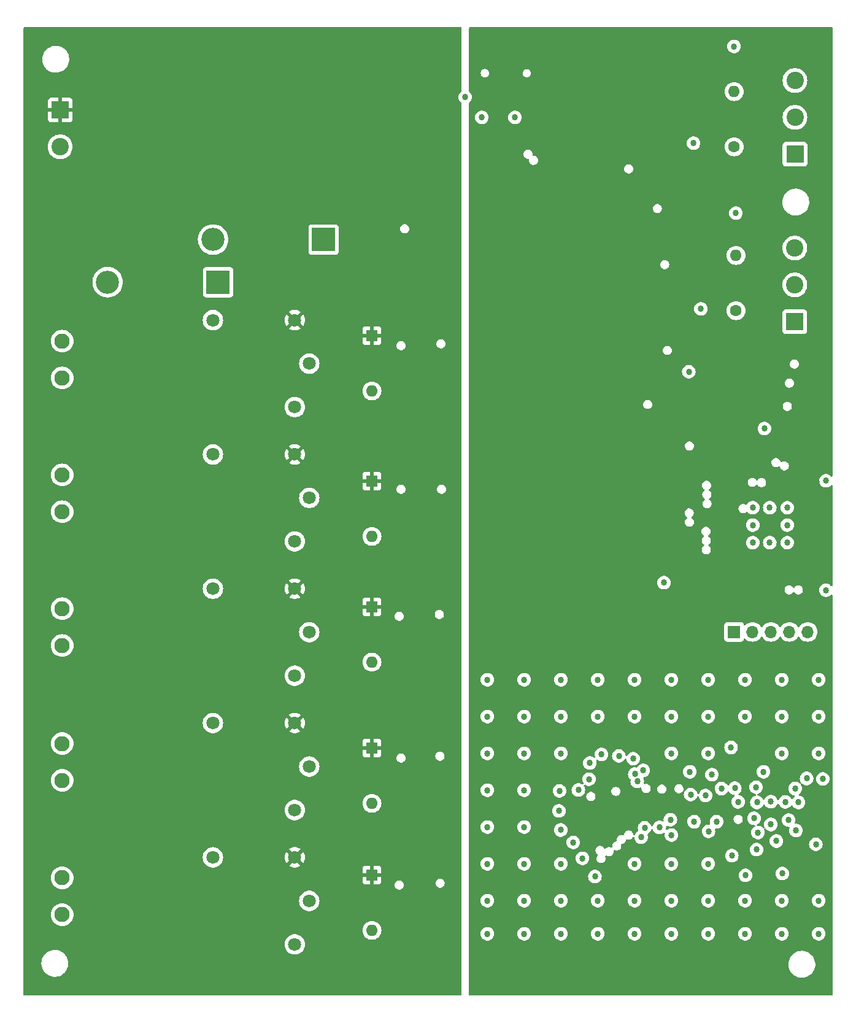
<source format=gbr>
%TF.GenerationSoftware,KiCad,Pcbnew,7.0.7*%
%TF.CreationDate,2023-11-01T18:07:50-05:00*%
%TF.ProjectId,greenhouse-controller-pcb,67726565-6e68-46f7-9573-652d636f6e74,rev?*%
%TF.SameCoordinates,Original*%
%TF.FileFunction,Copper,L3,Inr*%
%TF.FilePolarity,Positive*%
%FSLAX46Y46*%
G04 Gerber Fmt 4.6, Leading zero omitted, Abs format (unit mm)*
G04 Created by KiCad (PCBNEW 7.0.7) date 2023-11-01 18:07:50*
%MOMM*%
%LPD*%
G01*
G04 APERTURE LIST*
%TA.AperFunction,ComponentPad*%
%ADD10R,2.400000X2.400000*%
%TD*%
%TA.AperFunction,ComponentPad*%
%ADD11C,2.400000*%
%TD*%
%TA.AperFunction,ComponentPad*%
%ADD12C,1.808000*%
%TD*%
%TA.AperFunction,ComponentPad*%
%ADD13R,1.700000X1.700000*%
%TD*%
%TA.AperFunction,ComponentPad*%
%ADD14O,1.700000X1.700000*%
%TD*%
%TA.AperFunction,ComponentPad*%
%ADD15R,1.600000X1.600000*%
%TD*%
%TA.AperFunction,ComponentPad*%
%ADD16O,1.600000X1.600000*%
%TD*%
%TA.AperFunction,ComponentPad*%
%ADD17C,2.108200*%
%TD*%
%TA.AperFunction,ComponentPad*%
%ADD18R,3.200000X3.200000*%
%TD*%
%TA.AperFunction,ComponentPad*%
%ADD19O,3.200000X3.200000*%
%TD*%
%TA.AperFunction,ComponentPad*%
%ADD20C,1.600000*%
%TD*%
%TA.AperFunction,ViaPad*%
%ADD21C,0.863600*%
%TD*%
G04 APERTURE END LIST*
D10*
%TO.N,+12V*%
%TO.C,J6*%
X85327500Y-38735000D03*
D11*
%TO.N,GNDREF*%
X85327500Y-43815000D03*
%TD*%
D12*
%TO.N,Net-(J9-Pin_2)*%
%TO.C,K3*%
X119692499Y-110786599D03*
%TO.N,+12V*%
X117692497Y-104786600D03*
%TO.N,Net-(J9-Pin_1)*%
X106392502Y-104786600D03*
%TO.N,Net-(D6-A)*%
X117692497Y-116786598D03*
%TD*%
D13*
%TO.N,GNDREF*%
%TO.C,J1*%
X178308000Y-110744000D03*
D14*
%TO.N,JTAG_TCK*%
X180848000Y-110744000D03*
%TO.N,JTAG_TDO*%
X183388000Y-110744000D03*
%TO.N,JTAG_TDI*%
X185928000Y-110744000D03*
%TO.N,JTAG_TMS*%
X188468000Y-110744000D03*
%TD*%
D15*
%TO.N,+12V*%
%TO.C,D8*%
X128338501Y-144302999D03*
D16*
%TO.N,Net-(D8-A)*%
X128338501Y-151922999D03*
%TD*%
D17*
%TO.N,Net-(J8-Pin_1)*%
%TO.C,J8*%
X85598000Y-89081199D03*
%TO.N,Net-(J8-Pin_2)*%
X85598000Y-94161199D03*
%TD*%
D15*
%TO.N,+12V*%
%TO.C,D5*%
X128338501Y-89946999D03*
D16*
%TO.N,Net-(D5-A)*%
X128338501Y-97566999D03*
%TD*%
D15*
%TO.N,+12V*%
%TO.C,D4*%
X128338501Y-69880999D03*
D16*
%TO.N,Net-(D4-A)*%
X128338501Y-77500999D03*
%TD*%
D12*
%TO.N,Net-(J8-Pin_2)*%
%TO.C,K2*%
X119692499Y-92256199D03*
%TO.N,+12V*%
X117692497Y-86256200D03*
%TO.N,Net-(J8-Pin_1)*%
X106392502Y-86256200D03*
%TO.N,Net-(D5-A)*%
X117692497Y-98256198D03*
%TD*%
D17*
%TO.N,Net-(J10-Pin_1)*%
%TO.C,J10*%
X85598000Y-126141999D03*
%TO.N,Net-(J10-Pin_2)*%
X85598000Y-131221999D03*
%TD*%
D10*
%TO.N,Net-(J2-Pin_1)*%
%TO.C,J2*%
X186706500Y-44831000D03*
D11*
%TO.N,Net-(J2-Pin_2)*%
X186706500Y-39751000D03*
%TO.N,GNDREF*%
X186706500Y-34671000D03*
%TD*%
D17*
%TO.N,Net-(J11-Pin_1)*%
%TO.C,J11*%
X85598000Y-144672399D03*
%TO.N,Net-(J11-Pin_2)*%
X85598000Y-149752399D03*
%TD*%
D10*
%TO.N,Net-(J3-Pin_1)*%
%TO.C,J3*%
X186690000Y-67945000D03*
D11*
%TO.N,Net-(J3-Pin_2)*%
X186690000Y-62865000D03*
%TO.N,GNDREF*%
X186690000Y-57785000D03*
%TD*%
D18*
%TO.N,Net-(D1-K)*%
%TO.C,D1*%
X107111800Y-62484000D03*
D19*
%TO.N,GNDREF*%
X91871800Y-62484000D03*
%TD*%
D17*
%TO.N,Net-(J7-Pin_1)*%
%TO.C,J7*%
X85598000Y-70612000D03*
%TO.N,Net-(J7-Pin_2)*%
X85598000Y-75692000D03*
%TD*%
D18*
%TO.N,Net-(D3-K)*%
%TO.C,D3*%
X121666000Y-56616600D03*
D19*
%TO.N,GNDREF*%
X106426000Y-56616600D03*
%TD*%
D12*
%TO.N,Net-(J11-Pin_2)*%
%TO.C,K5*%
X119692499Y-147847399D03*
%TO.N,+12V*%
X117692497Y-141847400D03*
%TO.N,Net-(J11-Pin_1)*%
X106392502Y-141847400D03*
%TO.N,Net-(D8-A)*%
X117692497Y-153847398D03*
%TD*%
%TO.N,Net-(J7-Pin_2)*%
%TO.C,K1*%
X119692499Y-73725799D03*
%TO.N,+12V*%
X117692497Y-67725800D03*
%TO.N,Net-(J7-Pin_1)*%
X106392502Y-67725800D03*
%TO.N,Net-(D4-A)*%
X117692497Y-79725798D03*
%TD*%
D15*
%TO.N,+12V*%
%TO.C,D6*%
X128338501Y-107297499D03*
D16*
%TO.N,Net-(D6-A)*%
X128338501Y-114917499D03*
%TD*%
D12*
%TO.N,Net-(J10-Pin_2)*%
%TO.C,K4*%
X119692499Y-129316999D03*
%TO.N,+12V*%
X117692497Y-123317000D03*
%TO.N,Net-(J10-Pin_1)*%
X106392502Y-123317000D03*
%TO.N,Net-(D7-A)*%
X117692497Y-135316998D03*
%TD*%
D20*
%TO.N,Net-(J3-Pin_1)*%
%TO.C,R7*%
X178562000Y-66421000D03*
D16*
%TO.N,Net-(J3-Pin_2)*%
X178562000Y-58801000D03*
%TD*%
D17*
%TO.N,Net-(J9-Pin_1)*%
%TO.C,J9*%
X85598000Y-107530900D03*
%TO.N,Net-(J9-Pin_2)*%
X85598000Y-112610900D03*
%TD*%
D15*
%TO.N,+12V*%
%TO.C,D7*%
X128338501Y-126776999D03*
D16*
%TO.N,Net-(D7-A)*%
X128338501Y-134396999D03*
%TD*%
D20*
%TO.N,Net-(J2-Pin_1)*%
%TO.C,R4*%
X178308000Y-43815000D03*
D16*
%TO.N,Net-(J2-Pin_2)*%
X178308000Y-36195000D03*
%TD*%
D21*
%TO.N,GNDREF*%
X169672000Y-152400000D03*
X184912000Y-122428000D03*
X154432000Y-142748000D03*
X169672000Y-127508000D03*
X154432000Y-122428000D03*
X174752000Y-147828000D03*
X178866800Y-134194717D03*
X157378400Y-141986000D03*
X174752000Y-152400000D03*
X172212000Y-130048000D03*
X185369200Y-134213600D03*
X144272000Y-137668000D03*
X189992000Y-127508000D03*
X169672000Y-142748000D03*
X174752000Y-117348000D03*
X186740800Y-132359400D03*
X159512000Y-117348000D03*
X179882800Y-144322800D03*
X154432000Y-127508000D03*
X169672000Y-147828000D03*
X164947600Y-131368800D03*
X156108400Y-139801600D03*
X187198000Y-134264400D03*
X159105600Y-144475200D03*
X144272000Y-122428000D03*
X168630600Y-103936800D03*
X165760400Y-129844800D03*
X154432000Y-117348000D03*
X178562000Y-52959000D03*
X179832000Y-147828000D03*
X180879750Y-96012000D03*
X174752000Y-122428000D03*
X179832000Y-122428000D03*
X189992000Y-147828000D03*
X174371000Y-133299200D03*
X184912000Y-117348000D03*
X156819600Y-132537200D03*
X144272000Y-142748000D03*
X158292800Y-131064000D03*
X169672000Y-117348000D03*
X181457600Y-134264400D03*
X178409600Y-132283200D03*
X149352000Y-152400000D03*
X160020000Y-127635000D03*
X181356000Y-132181600D03*
X184912000Y-147828000D03*
X173736000Y-66167000D03*
X144272000Y-132588000D03*
X169672000Y-122428000D03*
X183229250Y-93599000D03*
X182372000Y-130048000D03*
X172796200Y-136931400D03*
X154432000Y-152400000D03*
X149352000Y-117348000D03*
X158394400Y-128828800D03*
X164388800Y-128219200D03*
X159512000Y-122428000D03*
X185642250Y-96012000D03*
X174752000Y-127508000D03*
X185642250Y-98425000D03*
X164592000Y-117348000D03*
X183388000Y-134162800D03*
X165481000Y-139065000D03*
X180879750Y-93599000D03*
X154127200Y-135432800D03*
X179832000Y-152400000D03*
X144272000Y-152400000D03*
X159512000Y-147828000D03*
X184150000Y-139598400D03*
X144272000Y-127508000D03*
X189992000Y-117348000D03*
X141198600Y-36948000D03*
X164592000Y-142748000D03*
X175895000Y-136931400D03*
X164592000Y-152400000D03*
X182499000Y-82677000D03*
X190982600Y-89890600D03*
X159512000Y-152400000D03*
X165963600Y-137769600D03*
X149352000Y-127508000D03*
X178308000Y-29964000D03*
X149352000Y-147828000D03*
X185826400Y-136702800D03*
X190550800Y-131013200D03*
X148082000Y-39751000D03*
X154432000Y-147828000D03*
X172313600Y-133197600D03*
X149352000Y-142748000D03*
X186842400Y-138125200D03*
X184912000Y-152400000D03*
X144272000Y-117348000D03*
X144272000Y-147828000D03*
X183229250Y-98425000D03*
X164592000Y-122428000D03*
X190982600Y-105003600D03*
X184912000Y-127508000D03*
X154228800Y-132689600D03*
X189585600Y-140055600D03*
X169519600Y-136652000D03*
X149352000Y-137668000D03*
X189992000Y-122428000D03*
X185642250Y-93599000D03*
X169672000Y-138785600D03*
X181610000Y-138430000D03*
X183388000Y-137312400D03*
X181051200Y-136448800D03*
X162407600Y-127863600D03*
X179832000Y-117348000D03*
X143510000Y-39751000D03*
X149352000Y-122428000D03*
X172720000Y-43307000D03*
X167995600Y-137718800D03*
X175260000Y-130429000D03*
X188315600Y-130962400D03*
X174752000Y-142748000D03*
X181406800Y-140766800D03*
X149352000Y-132588000D03*
X174777400Y-138277600D03*
X189992000Y-152400000D03*
X154381200Y-138074400D03*
X164592000Y-147828000D03*
X180879750Y-98425000D03*
X184962800Y-144068800D03*
X176580800Y-132359400D03*
%TO.N,+12V*%
X94228000Y-59563000D03*
%TO.N,+3.3V*%
X145288000Y-41275000D03*
X172720000Y-36195000D03*
X152450800Y-45643800D03*
X190881000Y-82677000D03*
X189738000Y-90043000D03*
X179324000Y-50165000D03*
X173736000Y-59563000D03*
X160545314Y-139936600D03*
X178562000Y-72517000D03*
X162856714Y-133607200D03*
X143764000Y-51435000D03*
X154178000Y-41529000D03*
X144780000Y-63449200D03*
%TO.N,Net-(U4-DIO3)*%
X164609314Y-130360800D03*
%TO.N,/LoRa Interface/DIO2*%
X177995114Y-141621700D03*
%TO.N,RS-485_2_TX*%
X172059600Y-74853800D03*
%TO.N,ANT_SW*%
X177893514Y-126686500D03*
%TD*%
%TA.AperFunction,Conductor*%
%TO.N,+12V*%
G36*
X140659039Y-27324685D02*
G01*
X140704794Y-27377489D01*
X140716000Y-27429000D01*
X140716000Y-36083062D01*
X140696315Y-36150101D01*
X140664886Y-36183380D01*
X140571331Y-36251352D01*
X140571328Y-36251354D01*
X140440198Y-36396990D01*
X140342211Y-36566710D01*
X140342208Y-36566717D01*
X140281651Y-36753092D01*
X140281650Y-36753093D01*
X140261165Y-36948000D01*
X140281650Y-37142906D01*
X140281651Y-37142907D01*
X140342208Y-37329282D01*
X140342211Y-37329289D01*
X140440198Y-37499009D01*
X140571328Y-37644645D01*
X140571334Y-37644650D01*
X140664885Y-37712620D01*
X140707551Y-37767949D01*
X140716000Y-37812937D01*
X140716000Y-160784500D01*
X140696315Y-160851539D01*
X140643511Y-160897294D01*
X140592000Y-160908500D01*
X80388500Y-160908500D01*
X80321461Y-160888815D01*
X80275706Y-160836011D01*
X80264500Y-160784500D01*
X80264500Y-156531763D01*
X82727787Y-156531763D01*
X82757413Y-156801013D01*
X82757415Y-156801024D01*
X82825926Y-157063082D01*
X82825928Y-157063088D01*
X82931870Y-157312390D01*
X83003998Y-157430575D01*
X83072979Y-157543605D01*
X83072986Y-157543615D01*
X83246253Y-157751819D01*
X83246259Y-157751824D01*
X83447998Y-157932582D01*
X83673910Y-158082044D01*
X83919176Y-158197020D01*
X83919183Y-158197022D01*
X83919185Y-158197023D01*
X84178557Y-158275057D01*
X84178564Y-158275058D01*
X84178569Y-158275060D01*
X84446561Y-158314500D01*
X84446566Y-158314500D01*
X84649636Y-158314500D01*
X84701133Y-158310730D01*
X84852156Y-158299677D01*
X84964758Y-158274593D01*
X85116546Y-158240782D01*
X85116548Y-158240781D01*
X85116553Y-158240780D01*
X85369558Y-158144014D01*
X85605777Y-158011441D01*
X85820177Y-157845888D01*
X86008186Y-157650881D01*
X86165799Y-157430579D01*
X86239787Y-157286669D01*
X86289649Y-157189690D01*
X86289651Y-157189684D01*
X86289656Y-157189675D01*
X86377118Y-156933305D01*
X86426319Y-156666933D01*
X86436212Y-156396235D01*
X86406586Y-156126982D01*
X86338072Y-155864912D01*
X86232130Y-155615610D01*
X86091018Y-155384390D01*
X86001747Y-155277119D01*
X85917746Y-155176180D01*
X85917740Y-155176175D01*
X85716002Y-154995418D01*
X85490092Y-154845957D01*
X85490090Y-154845956D01*
X85244824Y-154730980D01*
X85244819Y-154730978D01*
X85244814Y-154730976D01*
X84985442Y-154652942D01*
X84985428Y-154652939D01*
X84869791Y-154635921D01*
X84717439Y-154613500D01*
X84514369Y-154613500D01*
X84514364Y-154613500D01*
X84311844Y-154628323D01*
X84311831Y-154628325D01*
X84047453Y-154687217D01*
X84047446Y-154687220D01*
X83794439Y-154783987D01*
X83558226Y-154916557D01*
X83343822Y-155082112D01*
X83155822Y-155277109D01*
X83155816Y-155277116D01*
X82998202Y-155497419D01*
X82998199Y-155497424D01*
X82874350Y-155738309D01*
X82874343Y-155738327D01*
X82786884Y-155994685D01*
X82786881Y-155994699D01*
X82737681Y-156261068D01*
X82737680Y-156261075D01*
X82727787Y-156531763D01*
X80264500Y-156531763D01*
X80264500Y-153847403D01*
X116283183Y-153847403D01*
X116302402Y-154079355D01*
X116302404Y-154079366D01*
X116359543Y-154305000D01*
X116453041Y-154518156D01*
X116580350Y-154713018D01*
X116737991Y-154884260D01*
X116737995Y-154884264D01*
X116921675Y-155027228D01*
X117126382Y-155138010D01*
X117236456Y-155175798D01*
X117346527Y-155213586D01*
X117346529Y-155213586D01*
X117346531Y-155213587D01*
X117576117Y-155251898D01*
X117576118Y-155251898D01*
X117808876Y-155251898D01*
X117808877Y-155251898D01*
X118038463Y-155213587D01*
X118258612Y-155138010D01*
X118463319Y-155027228D01*
X118646999Y-154884264D01*
X118804644Y-154713017D01*
X118931952Y-154518157D01*
X119025450Y-154305002D01*
X119082590Y-154079363D01*
X119101811Y-153847398D01*
X119082590Y-153615433D01*
X119025450Y-153389794D01*
X118931952Y-153176639D01*
X118804644Y-152981779D01*
X118804643Y-152981777D01*
X118647002Y-152810535D01*
X118646999Y-152810532D01*
X118463316Y-152667566D01*
X118258613Y-152556786D01*
X118258607Y-152556784D01*
X118038466Y-152481209D01*
X117866273Y-152452475D01*
X117808877Y-152442898D01*
X117576117Y-152442898D01*
X117530199Y-152450560D01*
X117346527Y-152481209D01*
X117126386Y-152556784D01*
X117126380Y-152556786D01*
X116921677Y-152667566D01*
X116737994Y-152810532D01*
X116737991Y-152810535D01*
X116580350Y-152981777D01*
X116453041Y-153176639D01*
X116359543Y-153389795D01*
X116302404Y-153615429D01*
X116302402Y-153615440D01*
X116283183Y-153847392D01*
X116283183Y-153847403D01*
X80264500Y-153847403D01*
X80264500Y-151923000D01*
X127033033Y-151923000D01*
X127052865Y-152149685D01*
X127052867Y-152149696D01*
X127111759Y-152369487D01*
X127111762Y-152369496D01*
X127207932Y-152575731D01*
X127207933Y-152575733D01*
X127338455Y-152762140D01*
X127499359Y-152923044D01*
X127499362Y-152923046D01*
X127685767Y-153053567D01*
X127892005Y-153149738D01*
X128111809Y-153208634D01*
X128273731Y-153222800D01*
X128338499Y-153228467D01*
X128338501Y-153228467D01*
X128338503Y-153228467D01*
X128395174Y-153223508D01*
X128565193Y-153208634D01*
X128784997Y-153149738D01*
X128991235Y-153053567D01*
X129177640Y-152923046D01*
X129338548Y-152762138D01*
X129469069Y-152575733D01*
X129565240Y-152369495D01*
X129624136Y-152149691D01*
X129643969Y-151922999D01*
X129624136Y-151696307D01*
X129565240Y-151476503D01*
X129469069Y-151270265D01*
X129338548Y-151083860D01*
X129338546Y-151083857D01*
X129177642Y-150922953D01*
X128991235Y-150792431D01*
X128991233Y-150792430D01*
X128784998Y-150696260D01*
X128784989Y-150696257D01*
X128565198Y-150637365D01*
X128565194Y-150637364D01*
X128565193Y-150637364D01*
X128565192Y-150637363D01*
X128565187Y-150637363D01*
X128338503Y-150617531D01*
X128338499Y-150617531D01*
X128111814Y-150637363D01*
X128111803Y-150637365D01*
X127892012Y-150696257D01*
X127892003Y-150696260D01*
X127685768Y-150792430D01*
X127685766Y-150792431D01*
X127499359Y-150922953D01*
X127338455Y-151083857D01*
X127207933Y-151270264D01*
X127207932Y-151270266D01*
X127111762Y-151476501D01*
X127111759Y-151476510D01*
X127052867Y-151696301D01*
X127052865Y-151696312D01*
X127033033Y-151922997D01*
X127033033Y-151923000D01*
X80264500Y-151923000D01*
X80264500Y-149752399D01*
X84038593Y-149752399D01*
X84057792Y-149996347D01*
X84114915Y-150234282D01*
X84114915Y-150234283D01*
X84208555Y-150460351D01*
X84208557Y-150460354D01*
X84336409Y-150668989D01*
X84336410Y-150668992D01*
X84390262Y-150732044D01*
X84495333Y-150855066D01*
X84639370Y-150978086D01*
X84681406Y-151013988D01*
X84681409Y-151013989D01*
X84890044Y-151141841D01*
X84890047Y-151141843D01*
X85116116Y-151235483D01*
X85260990Y-151270264D01*
X85354055Y-151292607D01*
X85598000Y-151311806D01*
X85841945Y-151292607D01*
X86079883Y-151235483D01*
X86079884Y-151235483D01*
X86305952Y-151141843D01*
X86305953Y-151141842D01*
X86305956Y-151141841D01*
X86514596Y-151013986D01*
X86700667Y-150855066D01*
X86859587Y-150668995D01*
X86987442Y-150460355D01*
X87081084Y-150234282D01*
X87138208Y-149996344D01*
X87157407Y-149752399D01*
X87138208Y-149508454D01*
X87081084Y-149270516D01*
X87081084Y-149270515D01*
X87081084Y-149270514D01*
X86987444Y-149044446D01*
X86987442Y-149044443D01*
X86859590Y-148835808D01*
X86859589Y-148835805D01*
X86754718Y-148713018D01*
X86700667Y-148649732D01*
X86546613Y-148518157D01*
X86514593Y-148490809D01*
X86514590Y-148490808D01*
X86305955Y-148362956D01*
X86305952Y-148362954D01*
X86079883Y-148269314D01*
X85841948Y-148212191D01*
X85658986Y-148197791D01*
X85598000Y-148192992D01*
X85597999Y-148192992D01*
X85354051Y-148212191D01*
X85116116Y-148269314D01*
X85116115Y-148269314D01*
X84890047Y-148362954D01*
X84890044Y-148362956D01*
X84681409Y-148490808D01*
X84681406Y-148490809D01*
X84495333Y-148649732D01*
X84336410Y-148835805D01*
X84336409Y-148835808D01*
X84208557Y-149044443D01*
X84208555Y-149044446D01*
X84114915Y-149270514D01*
X84114915Y-149270515D01*
X84057792Y-149508450D01*
X84038593Y-149752399D01*
X80264500Y-149752399D01*
X80264500Y-147847404D01*
X118283185Y-147847404D01*
X118302404Y-148079356D01*
X118302406Y-148079367D01*
X118359545Y-148305001D01*
X118453043Y-148518157D01*
X118580352Y-148713019D01*
X118737993Y-148884261D01*
X118737997Y-148884265D01*
X118921677Y-149027229D01*
X119126384Y-149138011D01*
X119236458Y-149175799D01*
X119346529Y-149213587D01*
X119346531Y-149213587D01*
X119346533Y-149213588D01*
X119576119Y-149251899D01*
X119576120Y-149251899D01*
X119808878Y-149251899D01*
X119808879Y-149251899D01*
X120038465Y-149213588D01*
X120258614Y-149138011D01*
X120463321Y-149027229D01*
X120647001Y-148884265D01*
X120804646Y-148713018D01*
X120931954Y-148518158D01*
X121025452Y-148305003D01*
X121082592Y-148079364D01*
X121101813Y-147847399D01*
X121082592Y-147615434D01*
X121025452Y-147389795D01*
X120931954Y-147176640D01*
X120804646Y-146981780D01*
X120804645Y-146981778D01*
X120647004Y-146810536D01*
X120647001Y-146810533D01*
X120463318Y-146667567D01*
X120258615Y-146556787D01*
X120258609Y-146556785D01*
X120038468Y-146481210D01*
X119866275Y-146452476D01*
X119808879Y-146442899D01*
X119576119Y-146442899D01*
X119530201Y-146450561D01*
X119346529Y-146481210D01*
X119126388Y-146556785D01*
X119126382Y-146556787D01*
X118921679Y-146667567D01*
X118737996Y-146810533D01*
X118737993Y-146810536D01*
X118580352Y-146981778D01*
X118453043Y-147176640D01*
X118359545Y-147389796D01*
X118302406Y-147615430D01*
X118302404Y-147615441D01*
X118283185Y-147847393D01*
X118283185Y-147847404D01*
X80264500Y-147847404D01*
X80264500Y-144672398D01*
X84038593Y-144672398D01*
X84057792Y-144916347D01*
X84114915Y-145154282D01*
X84114915Y-145154283D01*
X84208555Y-145380351D01*
X84208557Y-145380354D01*
X84336409Y-145588989D01*
X84336410Y-145588992D01*
X84390262Y-145652044D01*
X84495333Y-145775066D01*
X84639370Y-145898086D01*
X84681406Y-145933988D01*
X84681409Y-145933989D01*
X84890044Y-146061841D01*
X84890047Y-146061843D01*
X85116116Y-146155483D01*
X85320301Y-146204503D01*
X85354055Y-146212607D01*
X85598000Y-146231806D01*
X85841945Y-146212607D01*
X86079883Y-146155483D01*
X86079884Y-146155483D01*
X86305952Y-146061843D01*
X86305953Y-146061842D01*
X86305956Y-146061841D01*
X86514596Y-145933986D01*
X86700667Y-145775066D01*
X86791256Y-145669000D01*
X131480892Y-145669000D01*
X131499259Y-145820274D01*
X131553296Y-145962756D01*
X131553296Y-145962757D01*
X131608340Y-146042500D01*
X131639861Y-146088166D01*
X131753922Y-146189216D01*
X131888852Y-146260032D01*
X132036809Y-146296500D01*
X132189193Y-146296500D01*
X132337150Y-146260032D01*
X132472080Y-146189216D01*
X132586141Y-146088166D01*
X132672706Y-145962756D01*
X132726742Y-145820274D01*
X132745110Y-145669000D01*
X132736319Y-145596595D01*
X132726742Y-145517725D01*
X132687783Y-145415000D01*
X137112091Y-145415000D01*
X137130458Y-145566274D01*
X137184495Y-145708756D01*
X137184495Y-145708757D01*
X137230265Y-145775065D01*
X137271060Y-145834166D01*
X137385121Y-145935216D01*
X137520051Y-146006032D01*
X137668008Y-146042500D01*
X137820392Y-146042500D01*
X137968349Y-146006032D01*
X138103279Y-145935216D01*
X138217340Y-145834166D01*
X138303905Y-145708756D01*
X138357941Y-145566274D01*
X138376309Y-145415000D01*
X138357941Y-145263726D01*
X138352673Y-145249836D01*
X138316435Y-145154283D01*
X138303905Y-145121244D01*
X138274033Y-145077968D01*
X138217341Y-144995836D01*
X138217339Y-144995833D01*
X138127618Y-144916347D01*
X138103279Y-144894784D01*
X137968349Y-144823968D01*
X137968348Y-144823967D01*
X137968347Y-144823967D01*
X137820392Y-144787500D01*
X137668008Y-144787500D01*
X137520052Y-144823967D01*
X137385122Y-144894783D01*
X137271060Y-144995833D01*
X137271058Y-144995836D01*
X137184495Y-145121242D01*
X137184495Y-145121243D01*
X137130458Y-145263725D01*
X137112091Y-145414999D01*
X137112091Y-145415000D01*
X132687783Y-145415000D01*
X132674644Y-145380355D01*
X132672706Y-145375244D01*
X132651893Y-145345092D01*
X132586142Y-145249836D01*
X132586140Y-145249833D01*
X132571453Y-145236822D01*
X132472080Y-145148784D01*
X132337150Y-145077968D01*
X132337149Y-145077967D01*
X132337148Y-145077967D01*
X132189193Y-145041500D01*
X132036809Y-145041500D01*
X131888853Y-145077967D01*
X131753923Y-145148783D01*
X131639861Y-145249833D01*
X131639859Y-145249836D01*
X131553296Y-145375242D01*
X131553296Y-145375243D01*
X131499259Y-145517725D01*
X131480892Y-145668999D01*
X131480892Y-145669000D01*
X86791256Y-145669000D01*
X86859587Y-145588995D01*
X86987442Y-145380355D01*
X86989559Y-145375244D01*
X87081084Y-145154283D01*
X87081084Y-145154282D01*
X87081910Y-145150843D01*
X127038501Y-145150843D01*
X127044902Y-145210371D01*
X127044904Y-145210378D01*
X127095146Y-145345085D01*
X127095150Y-145345092D01*
X127181310Y-145460186D01*
X127181313Y-145460189D01*
X127296407Y-145546349D01*
X127296414Y-145546353D01*
X127431121Y-145596595D01*
X127431128Y-145596597D01*
X127490656Y-145602998D01*
X127490673Y-145602999D01*
X128088501Y-145602999D01*
X128088501Y-144813574D01*
X128108186Y-144746535D01*
X128160990Y-144700780D01*
X128230148Y-144690836D01*
X128231832Y-144691090D01*
X128264200Y-144696217D01*
X128307016Y-144702999D01*
X128307020Y-144702999D01*
X128369986Y-144702999D01*
X128412801Y-144696217D01*
X128445103Y-144691101D01*
X128514395Y-144700055D01*
X128567848Y-144745051D01*
X128588488Y-144811802D01*
X128588501Y-144813574D01*
X128588501Y-145602999D01*
X129186329Y-145602999D01*
X129186345Y-145602998D01*
X129245873Y-145596597D01*
X129245880Y-145596595D01*
X129380587Y-145546353D01*
X129380594Y-145546349D01*
X129495688Y-145460189D01*
X129495691Y-145460186D01*
X129581851Y-145345092D01*
X129581855Y-145345085D01*
X129632097Y-145210378D01*
X129632099Y-145210371D01*
X129638500Y-145150843D01*
X129638501Y-145150826D01*
X129638501Y-144552999D01*
X128849077Y-144552999D01*
X128782038Y-144533314D01*
X128736283Y-144480510D01*
X128726339Y-144411352D01*
X128726604Y-144409602D01*
X128736965Y-144344174D01*
X128743487Y-144302999D01*
X128738332Y-144270454D01*
X128726604Y-144196396D01*
X128735559Y-144127103D01*
X128780555Y-144073651D01*
X128847307Y-144053012D01*
X128849077Y-144052999D01*
X129638501Y-144052999D01*
X129638501Y-143455171D01*
X129638500Y-143455154D01*
X129632099Y-143395626D01*
X129632097Y-143395619D01*
X129581855Y-143260912D01*
X129581851Y-143260905D01*
X129495691Y-143145811D01*
X129495688Y-143145808D01*
X129380594Y-143059648D01*
X129380587Y-143059644D01*
X129245880Y-143009402D01*
X129245873Y-143009400D01*
X129186345Y-143002999D01*
X128588501Y-143002999D01*
X128588501Y-143792423D01*
X128568816Y-143859462D01*
X128516012Y-143905217D01*
X128446854Y-143915161D01*
X128445103Y-143914896D01*
X128369987Y-143902999D01*
X128369982Y-143902999D01*
X128307020Y-143902999D01*
X128307015Y-143902999D01*
X128231899Y-143914896D01*
X128162605Y-143905941D01*
X128109153Y-143860945D01*
X128088514Y-143794193D01*
X128088501Y-143792423D01*
X128088501Y-143002999D01*
X127490656Y-143002999D01*
X127431128Y-143009400D01*
X127431121Y-143009402D01*
X127296414Y-143059644D01*
X127296407Y-143059648D01*
X127181313Y-143145808D01*
X127181310Y-143145811D01*
X127095150Y-143260905D01*
X127095146Y-143260912D01*
X127044904Y-143395619D01*
X127044902Y-143395626D01*
X127038501Y-143455154D01*
X127038501Y-144052999D01*
X127827925Y-144052999D01*
X127894964Y-144072684D01*
X127940719Y-144125488D01*
X127950663Y-144194646D01*
X127950398Y-144196396D01*
X127933514Y-144302995D01*
X127933514Y-144303002D01*
X127950398Y-144409602D01*
X127941443Y-144478895D01*
X127896447Y-144532347D01*
X127829695Y-144552986D01*
X127827925Y-144552999D01*
X127038501Y-144552999D01*
X127038501Y-145150843D01*
X87081910Y-145150843D01*
X87099406Y-145077967D01*
X87138208Y-144916344D01*
X87157407Y-144672399D01*
X87138208Y-144428454D01*
X87081084Y-144190516D01*
X87081084Y-144190515D01*
X87081084Y-144190514D01*
X86987444Y-143964446D01*
X86987442Y-143964443D01*
X86957242Y-143915161D01*
X86859589Y-143755807D01*
X86859589Y-143755805D01*
X86823687Y-143713769D01*
X86700667Y-143569732D01*
X86566514Y-143455154D01*
X86514593Y-143410809D01*
X86514590Y-143410808D01*
X86305955Y-143282956D01*
X86305952Y-143282954D01*
X86079883Y-143189314D01*
X85841948Y-143132191D01*
X85598000Y-143112992D01*
X85354051Y-143132191D01*
X85116116Y-143189314D01*
X85116115Y-143189314D01*
X84890047Y-143282954D01*
X84890044Y-143282956D01*
X84681409Y-143410808D01*
X84681406Y-143410809D01*
X84495333Y-143569732D01*
X84336410Y-143755805D01*
X84336409Y-143755808D01*
X84208557Y-143964443D01*
X84208555Y-143964446D01*
X84114915Y-144190514D01*
X84114915Y-144190515D01*
X84057792Y-144428450D01*
X84038593Y-144672398D01*
X80264500Y-144672398D01*
X80264500Y-141847405D01*
X104983188Y-141847405D01*
X105002407Y-142079357D01*
X105002409Y-142079368D01*
X105059548Y-142305002D01*
X105153046Y-142518158D01*
X105280355Y-142713020D01*
X105437996Y-142884262D01*
X105438000Y-142884266D01*
X105621680Y-143027230D01*
X105621682Y-143027231D01*
X105825529Y-143137548D01*
X105826387Y-143138012D01*
X105936461Y-143175800D01*
X106046532Y-143213588D01*
X106046534Y-143213588D01*
X106046536Y-143213589D01*
X106276122Y-143251900D01*
X106276123Y-143251900D01*
X106508881Y-143251900D01*
X106508882Y-143251900D01*
X106738468Y-143213589D01*
X106958617Y-143138012D01*
X107163324Y-143027230D01*
X107347004Y-142884266D01*
X107504649Y-142713019D01*
X107631957Y-142518159D01*
X107725455Y-142305004D01*
X107782595Y-142079365D01*
X107785040Y-142049857D01*
X107801816Y-141847406D01*
X116283684Y-141847406D01*
X116302898Y-142079279D01*
X116360017Y-142304838D01*
X116453484Y-142517921D01*
X116538419Y-142647923D01*
X116974828Y-142211513D01*
X117036151Y-142178028D01*
X117105842Y-142183012D01*
X117161776Y-142224883D01*
X117167205Y-142232751D01*
X117187683Y-142265019D01*
X117187685Y-142265021D01*
X117307399Y-142377440D01*
X117310766Y-142379886D01*
X117312766Y-142382479D01*
X117313087Y-142382781D01*
X117313038Y-142382832D01*
X117353433Y-142435215D01*
X117359413Y-142504829D01*
X117326808Y-142566624D01*
X117325563Y-142567886D01*
X116890848Y-143002601D01*
X116890848Y-143002602D01*
X116921948Y-143026808D01*
X116921953Y-143026812D01*
X117126577Y-143137548D01*
X117126591Y-143137554D01*
X117346651Y-143213102D01*
X117576158Y-143251400D01*
X117808836Y-143251400D01*
X118038342Y-143213102D01*
X118258402Y-143137554D01*
X118258416Y-143137548D01*
X118463038Y-143026813D01*
X118463042Y-143026810D01*
X118494144Y-143002602D01*
X118494145Y-143002601D01*
X118055731Y-142564188D01*
X118022246Y-142502865D01*
X118027230Y-142433174D01*
X118069101Y-142377240D01*
X118070474Y-142376227D01*
X118140989Y-142324995D01*
X118227369Y-142220579D01*
X118285265Y-142181474D01*
X118355116Y-142179876D01*
X118410591Y-142211940D01*
X118846573Y-142647923D01*
X118931508Y-142517923D01*
X119024976Y-142304838D01*
X119082095Y-142079279D01*
X119101308Y-141847406D01*
X119101308Y-141847393D01*
X119082095Y-141615520D01*
X119024976Y-141389961D01*
X118931510Y-141176881D01*
X118846573Y-141046875D01*
X118410164Y-141483285D01*
X118348841Y-141516770D01*
X118279149Y-141511786D01*
X118223216Y-141469914D01*
X118217797Y-141462062D01*
X118197311Y-141429781D01*
X118133443Y-141369805D01*
X118077598Y-141317363D01*
X118074233Y-141314919D01*
X118072230Y-141312323D01*
X118071907Y-141312019D01*
X118071956Y-141311966D01*
X118031562Y-141259593D01*
X118025576Y-141189980D01*
X118058177Y-141128182D01*
X118059428Y-141126913D01*
X118494144Y-140692197D01*
X118463041Y-140667988D01*
X118463038Y-140667986D01*
X118258416Y-140557251D01*
X118258402Y-140557245D01*
X118038342Y-140481697D01*
X117808836Y-140443400D01*
X117576158Y-140443400D01*
X117346651Y-140481697D01*
X117126591Y-140557245D01*
X117126577Y-140557251D01*
X116921954Y-140667987D01*
X116890847Y-140692197D01*
X117329263Y-141130612D01*
X117362748Y-141191935D01*
X117357764Y-141261626D01*
X117315893Y-141317560D01*
X117314519Y-141318572D01*
X117260939Y-141357501D01*
X117244002Y-141369807D01*
X117244000Y-141369809D01*
X117157625Y-141474218D01*
X117099725Y-141513325D01*
X117029874Y-141514921D01*
X116974401Y-141482858D01*
X116538418Y-141046875D01*
X116453484Y-141176878D01*
X116360017Y-141389961D01*
X116302898Y-141615520D01*
X116283684Y-141847393D01*
X116283684Y-141847406D01*
X107801816Y-141847406D01*
X107801816Y-141847405D01*
X107801816Y-141847394D01*
X107782596Y-141615442D01*
X107782594Y-141615431D01*
X107743751Y-141462046D01*
X107725455Y-141389796D01*
X107631957Y-141176641D01*
X107504649Y-140981781D01*
X107504648Y-140981779D01*
X107347007Y-140810537D01*
X107347004Y-140810534D01*
X107163324Y-140667570D01*
X107163322Y-140667569D01*
X107163321Y-140667568D01*
X106958618Y-140556788D01*
X106958612Y-140556786D01*
X106738471Y-140481211D01*
X106566278Y-140452477D01*
X106508882Y-140442900D01*
X106276122Y-140442900D01*
X106230204Y-140450562D01*
X106046532Y-140481211D01*
X105826391Y-140556786D01*
X105826385Y-140556788D01*
X105621682Y-140667568D01*
X105437999Y-140810534D01*
X105437996Y-140810537D01*
X105280355Y-140981779D01*
X105153046Y-141176641D01*
X105059548Y-141389797D01*
X105002409Y-141615431D01*
X105002407Y-141615442D01*
X104983188Y-141847394D01*
X104983188Y-141847405D01*
X80264500Y-141847405D01*
X80264500Y-135317003D01*
X116283183Y-135317003D01*
X116302402Y-135548955D01*
X116302404Y-135548966D01*
X116359543Y-135774600D01*
X116453041Y-135987756D01*
X116580350Y-136182618D01*
X116737991Y-136353860D01*
X116737995Y-136353864D01*
X116921675Y-136496828D01*
X117126382Y-136607610D01*
X117236456Y-136645398D01*
X117346527Y-136683186D01*
X117346529Y-136683186D01*
X117346531Y-136683187D01*
X117576117Y-136721498D01*
X117576118Y-136721498D01*
X117808876Y-136721498D01*
X117808877Y-136721498D01*
X118038463Y-136683187D01*
X118258612Y-136607610D01*
X118463319Y-136496828D01*
X118646999Y-136353864D01*
X118804644Y-136182617D01*
X118931952Y-135987757D01*
X119025450Y-135774602D01*
X119082590Y-135548963D01*
X119095178Y-135397046D01*
X119101811Y-135317003D01*
X119101811Y-135316992D01*
X119082591Y-135085040D01*
X119082589Y-135085029D01*
X119025450Y-134859395D01*
X119018476Y-134843496D01*
X118931952Y-134646239D01*
X118804644Y-134451379D01*
X118804643Y-134451377D01*
X118754585Y-134397000D01*
X127033033Y-134397000D01*
X127052865Y-134623685D01*
X127052867Y-134623696D01*
X127111759Y-134843487D01*
X127111762Y-134843496D01*
X127207932Y-135049731D01*
X127207933Y-135049733D01*
X127338455Y-135236140D01*
X127499359Y-135397044D01*
X127499362Y-135397046D01*
X127685767Y-135527567D01*
X127892005Y-135623738D01*
X128111809Y-135682634D01*
X128273731Y-135696800D01*
X128338499Y-135702467D01*
X128338501Y-135702467D01*
X128338503Y-135702467D01*
X128395174Y-135697508D01*
X128565193Y-135682634D01*
X128784997Y-135623738D01*
X128991235Y-135527567D01*
X129177640Y-135397046D01*
X129338548Y-135236138D01*
X129469069Y-135049733D01*
X129565240Y-134843495D01*
X129624136Y-134623691D01*
X129643969Y-134396999D01*
X129624136Y-134170307D01*
X129565240Y-133950503D01*
X129469069Y-133744265D01*
X129338548Y-133557860D01*
X129338546Y-133557857D01*
X129177642Y-133396953D01*
X128991235Y-133266431D01*
X128991233Y-133266430D01*
X128784998Y-133170260D01*
X128784989Y-133170257D01*
X128565198Y-133111365D01*
X128565194Y-133111364D01*
X128565193Y-133111364D01*
X128565192Y-133111363D01*
X128565187Y-133111363D01*
X128338503Y-133091531D01*
X128338499Y-133091531D01*
X128111814Y-133111363D01*
X128111803Y-133111365D01*
X127892012Y-133170257D01*
X127892003Y-133170260D01*
X127685768Y-133266430D01*
X127685766Y-133266431D01*
X127499359Y-133396953D01*
X127338455Y-133557857D01*
X127207933Y-133744264D01*
X127207932Y-133744266D01*
X127111762Y-133950501D01*
X127111759Y-133950510D01*
X127052867Y-134170301D01*
X127052865Y-134170312D01*
X127033033Y-134396997D01*
X127033033Y-134397000D01*
X118754585Y-134397000D01*
X118647002Y-134280135D01*
X118646999Y-134280132D01*
X118463316Y-134137166D01*
X118258613Y-134026386D01*
X118258607Y-134026384D01*
X118038466Y-133950809D01*
X117866273Y-133922075D01*
X117808877Y-133912498D01*
X117576117Y-133912498D01*
X117530199Y-133920160D01*
X117346527Y-133950809D01*
X117126386Y-134026384D01*
X117126380Y-134026386D01*
X116921677Y-134137166D01*
X116737994Y-134280132D01*
X116737991Y-134280135D01*
X116580350Y-134451377D01*
X116453041Y-134646239D01*
X116359543Y-134859395D01*
X116302404Y-135085029D01*
X116302402Y-135085040D01*
X116283183Y-135316992D01*
X116283183Y-135317003D01*
X80264500Y-135317003D01*
X80264500Y-131221998D01*
X84038593Y-131221998D01*
X84057792Y-131465947D01*
X84114915Y-131703882D01*
X84114915Y-131703883D01*
X84208555Y-131929951D01*
X84208557Y-131929954D01*
X84336409Y-132138589D01*
X84336410Y-132138592D01*
X84336413Y-132138595D01*
X84495333Y-132324666D01*
X84639370Y-132447686D01*
X84681406Y-132483588D01*
X84681409Y-132483589D01*
X84890044Y-132611441D01*
X84890047Y-132611443D01*
X85116116Y-132705083D01*
X85320301Y-132754103D01*
X85354055Y-132762207D01*
X85598000Y-132781406D01*
X85841945Y-132762207D01*
X86079883Y-132705083D01*
X86079884Y-132705083D01*
X86305952Y-132611443D01*
X86305953Y-132611442D01*
X86305956Y-132611441D01*
X86514596Y-132483586D01*
X86700667Y-132324666D01*
X86859587Y-132138595D01*
X86987442Y-131929955D01*
X87081084Y-131703882D01*
X87138208Y-131465944D01*
X87157407Y-131221999D01*
X87138208Y-130978054D01*
X87081084Y-130740116D01*
X87081084Y-130740115D01*
X87081084Y-130740114D01*
X86987444Y-130514046D01*
X86987442Y-130514043D01*
X86859590Y-130305408D01*
X86859589Y-130305405D01*
X86754718Y-130182618D01*
X86700667Y-130119332D01*
X86546613Y-129987757D01*
X86514593Y-129960409D01*
X86514590Y-129960408D01*
X86305955Y-129832556D01*
X86305952Y-129832554D01*
X86079883Y-129738914D01*
X85841948Y-129681791D01*
X85598000Y-129662592D01*
X85354051Y-129681791D01*
X85116116Y-129738914D01*
X85116115Y-129738914D01*
X84890047Y-129832554D01*
X84890044Y-129832556D01*
X84681409Y-129960408D01*
X84681406Y-129960409D01*
X84495333Y-130119332D01*
X84336410Y-130305405D01*
X84336409Y-130305408D01*
X84208557Y-130514043D01*
X84208555Y-130514046D01*
X84114915Y-130740114D01*
X84114915Y-130740115D01*
X84057792Y-130978050D01*
X84038593Y-131221998D01*
X80264500Y-131221998D01*
X80264500Y-129317004D01*
X118283185Y-129317004D01*
X118302404Y-129548956D01*
X118302406Y-129548967D01*
X118359545Y-129774601D01*
X118453043Y-129987757D01*
X118580352Y-130182619D01*
X118737993Y-130353861D01*
X118737997Y-130353865D01*
X118921677Y-130496829D01*
X119126384Y-130607611D01*
X119236458Y-130645399D01*
X119346529Y-130683187D01*
X119346531Y-130683187D01*
X119346533Y-130683188D01*
X119576119Y-130721499D01*
X119576120Y-130721499D01*
X119808878Y-130721499D01*
X119808879Y-130721499D01*
X120038465Y-130683188D01*
X120258614Y-130607611D01*
X120463321Y-130496829D01*
X120647001Y-130353865D01*
X120804646Y-130182618D01*
X120931954Y-129987758D01*
X121025452Y-129774603D01*
X121082592Y-129548964D01*
X121101813Y-129316999D01*
X121082592Y-129085034D01*
X121025452Y-128859395D01*
X120931954Y-128646240D01*
X120804646Y-128451380D01*
X120804645Y-128451378D01*
X120647004Y-128280136D01*
X120647001Y-128280133D01*
X120521891Y-128182756D01*
X120470813Y-128143000D01*
X131734892Y-128143000D01*
X131753259Y-128294274D01*
X131807296Y-128436756D01*
X131807296Y-128436757D01*
X131862340Y-128516500D01*
X131893861Y-128562166D01*
X132007922Y-128663216D01*
X132142852Y-128734032D01*
X132290809Y-128770500D01*
X132443193Y-128770500D01*
X132591150Y-128734032D01*
X132726080Y-128663216D01*
X132840141Y-128562166D01*
X132926706Y-128436756D01*
X132980742Y-128294274D01*
X132999110Y-128143000D01*
X132990319Y-128070595D01*
X132980742Y-127991725D01*
X132941783Y-127889000D01*
X137086691Y-127889000D01*
X137105058Y-128040274D01*
X137159095Y-128182756D01*
X137159095Y-128182757D01*
X137226310Y-128280133D01*
X137245660Y-128308166D01*
X137359721Y-128409216D01*
X137494651Y-128480032D01*
X137642608Y-128516500D01*
X137794992Y-128516500D01*
X137942949Y-128480032D01*
X138077879Y-128409216D01*
X138191940Y-128308166D01*
X138278505Y-128182756D01*
X138332541Y-128040274D01*
X138350909Y-127889000D01*
X138332541Y-127737726D01*
X138327273Y-127723836D01*
X138289730Y-127624843D01*
X138278505Y-127595244D01*
X138248633Y-127551968D01*
X138191941Y-127469836D01*
X138191939Y-127469833D01*
X138117162Y-127403586D01*
X138077879Y-127368784D01*
X137942949Y-127297968D01*
X137942948Y-127297967D01*
X137942947Y-127297967D01*
X137794992Y-127261500D01*
X137642608Y-127261500D01*
X137494652Y-127297967D01*
X137359722Y-127368783D01*
X137245660Y-127469833D01*
X137245658Y-127469836D01*
X137159095Y-127595242D01*
X137159095Y-127595243D01*
X137105058Y-127737725D01*
X137086691Y-127888999D01*
X137086691Y-127889000D01*
X132941783Y-127889000D01*
X132941783Y-127888999D01*
X132926706Y-127849244D01*
X132905893Y-127819092D01*
X132840142Y-127723836D01*
X132840140Y-127723833D01*
X132814824Y-127701405D01*
X132726080Y-127622784D01*
X132591150Y-127551968D01*
X132591149Y-127551967D01*
X132591148Y-127551967D01*
X132443193Y-127515500D01*
X132290809Y-127515500D01*
X132142853Y-127551967D01*
X132007923Y-127622783D01*
X131893861Y-127723833D01*
X131893859Y-127723836D01*
X131807296Y-127849242D01*
X131807296Y-127849243D01*
X131753259Y-127991725D01*
X131734892Y-128142999D01*
X131734892Y-128143000D01*
X120470813Y-128143000D01*
X120463321Y-128137169D01*
X120463319Y-128137168D01*
X120463318Y-128137167D01*
X120258615Y-128026387D01*
X120258609Y-128026385D01*
X120038468Y-127950810D01*
X119866275Y-127922076D01*
X119808879Y-127912499D01*
X119576119Y-127912499D01*
X119530201Y-127920161D01*
X119346529Y-127950810D01*
X119126388Y-128026385D01*
X119126382Y-128026387D01*
X118921679Y-128137167D01*
X118737996Y-128280133D01*
X118737993Y-128280136D01*
X118580352Y-128451378D01*
X118453043Y-128646240D01*
X118359545Y-128859396D01*
X118302406Y-129085030D01*
X118302404Y-129085041D01*
X118283185Y-129316993D01*
X118283185Y-129317004D01*
X80264500Y-129317004D01*
X80264500Y-126141998D01*
X84038593Y-126141998D01*
X84057792Y-126385947D01*
X84114915Y-126623882D01*
X84114915Y-126623883D01*
X84208555Y-126849951D01*
X84208557Y-126849954D01*
X84336409Y-127058589D01*
X84336410Y-127058592D01*
X84336413Y-127058595D01*
X84495333Y-127244666D01*
X84639370Y-127367686D01*
X84681406Y-127403588D01*
X84681409Y-127403589D01*
X84890044Y-127531441D01*
X84890047Y-127531443D01*
X85116116Y-127625083D01*
X85320301Y-127674103D01*
X85354055Y-127682207D01*
X85598000Y-127701406D01*
X85841945Y-127682207D01*
X86079883Y-127625083D01*
X86079884Y-127625083D01*
X86080463Y-127624843D01*
X127038501Y-127624843D01*
X127044902Y-127684371D01*
X127044904Y-127684378D01*
X127095146Y-127819085D01*
X127095150Y-127819092D01*
X127181310Y-127934186D01*
X127181313Y-127934189D01*
X127296407Y-128020349D01*
X127296414Y-128020353D01*
X127431121Y-128070595D01*
X127431128Y-128070597D01*
X127490656Y-128076998D01*
X127490673Y-128076999D01*
X128088501Y-128076999D01*
X128088501Y-127287574D01*
X128108186Y-127220535D01*
X128160990Y-127174780D01*
X128230148Y-127164836D01*
X128231832Y-127165090D01*
X128264200Y-127170217D01*
X128307016Y-127176999D01*
X128307020Y-127176999D01*
X128369986Y-127176999D01*
X128412801Y-127170217D01*
X128445103Y-127165101D01*
X128514395Y-127174055D01*
X128567848Y-127219051D01*
X128588488Y-127285802D01*
X128588501Y-127287574D01*
X128588501Y-128076999D01*
X129186329Y-128076999D01*
X129186345Y-128076998D01*
X129245873Y-128070597D01*
X129245880Y-128070595D01*
X129380587Y-128020353D01*
X129380594Y-128020349D01*
X129495688Y-127934189D01*
X129495691Y-127934186D01*
X129581851Y-127819092D01*
X129581855Y-127819085D01*
X129632097Y-127684378D01*
X129632099Y-127684371D01*
X129638500Y-127624843D01*
X129638501Y-127624826D01*
X129638501Y-127026999D01*
X128849077Y-127026999D01*
X128782038Y-127007314D01*
X128736283Y-126954510D01*
X128726339Y-126885352D01*
X128726604Y-126883602D01*
X128736965Y-126818174D01*
X128743487Y-126776999D01*
X128738332Y-126744454D01*
X128726604Y-126670396D01*
X128735559Y-126601103D01*
X128780555Y-126547651D01*
X128847307Y-126527012D01*
X128849077Y-126526999D01*
X129638501Y-126526999D01*
X129638501Y-125929171D01*
X129638500Y-125929154D01*
X129632099Y-125869626D01*
X129632097Y-125869619D01*
X129581855Y-125734912D01*
X129581851Y-125734905D01*
X129495691Y-125619811D01*
X129495688Y-125619808D01*
X129380594Y-125533648D01*
X129380587Y-125533644D01*
X129245880Y-125483402D01*
X129245873Y-125483400D01*
X129186345Y-125476999D01*
X128588501Y-125476999D01*
X128588501Y-126266423D01*
X128568816Y-126333462D01*
X128516012Y-126379217D01*
X128446854Y-126389161D01*
X128445103Y-126388896D01*
X128369987Y-126376999D01*
X128369982Y-126376999D01*
X128307020Y-126376999D01*
X128307015Y-126376999D01*
X128231899Y-126388896D01*
X128162605Y-126379941D01*
X128109153Y-126334945D01*
X128088514Y-126268193D01*
X128088501Y-126266423D01*
X128088501Y-125476999D01*
X127490656Y-125476999D01*
X127431128Y-125483400D01*
X127431121Y-125483402D01*
X127296414Y-125533644D01*
X127296407Y-125533648D01*
X127181313Y-125619808D01*
X127181310Y-125619811D01*
X127095150Y-125734905D01*
X127095146Y-125734912D01*
X127044904Y-125869619D01*
X127044902Y-125869626D01*
X127038501Y-125929154D01*
X127038501Y-126526999D01*
X127827925Y-126526999D01*
X127894964Y-126546684D01*
X127940719Y-126599488D01*
X127950663Y-126668646D01*
X127950398Y-126670396D01*
X127933514Y-126776995D01*
X127933514Y-126777002D01*
X127950398Y-126883602D01*
X127941443Y-126952895D01*
X127896447Y-127006347D01*
X127829695Y-127026986D01*
X127827925Y-127026999D01*
X127038501Y-127026999D01*
X127038501Y-127624843D01*
X86080463Y-127624843D01*
X86305952Y-127531443D01*
X86305953Y-127531442D01*
X86305956Y-127531441D01*
X86514596Y-127403586D01*
X86700667Y-127244666D01*
X86859587Y-127058595D01*
X86987442Y-126849955D01*
X87017660Y-126777002D01*
X87081084Y-126623883D01*
X87081084Y-126623882D01*
X87104340Y-126527012D01*
X87138208Y-126385944D01*
X87157407Y-126141999D01*
X87138208Y-125898054D01*
X87081084Y-125660116D01*
X87081084Y-125660115D01*
X87081084Y-125660114D01*
X86987444Y-125434046D01*
X86987442Y-125434043D01*
X86859590Y-125225408D01*
X86859589Y-125225405D01*
X86823687Y-125183369D01*
X86700667Y-125039332D01*
X86577645Y-124934261D01*
X86514593Y-124880409D01*
X86514590Y-124880408D01*
X86305955Y-124752556D01*
X86305952Y-124752554D01*
X86079883Y-124658914D01*
X85841948Y-124601791D01*
X85598000Y-124582592D01*
X85354051Y-124601791D01*
X85116116Y-124658914D01*
X85116115Y-124658914D01*
X84890047Y-124752554D01*
X84890044Y-124752556D01*
X84681409Y-124880408D01*
X84681406Y-124880409D01*
X84495333Y-125039332D01*
X84336410Y-125225405D01*
X84336409Y-125225408D01*
X84208557Y-125434043D01*
X84208555Y-125434046D01*
X84114915Y-125660114D01*
X84114915Y-125660115D01*
X84057792Y-125898050D01*
X84038593Y-126141998D01*
X80264500Y-126141998D01*
X80264500Y-123317005D01*
X104983188Y-123317005D01*
X105002407Y-123548957D01*
X105002409Y-123548968D01*
X105059548Y-123774602D01*
X105153046Y-123987758D01*
X105280355Y-124182620D01*
X105437996Y-124353862D01*
X105438000Y-124353866D01*
X105621680Y-124496830D01*
X105621682Y-124496831D01*
X105825529Y-124607148D01*
X105826387Y-124607612D01*
X105936461Y-124645400D01*
X106046532Y-124683188D01*
X106046534Y-124683188D01*
X106046536Y-124683189D01*
X106276122Y-124721500D01*
X106276123Y-124721500D01*
X106508881Y-124721500D01*
X106508882Y-124721500D01*
X106738468Y-124683189D01*
X106958617Y-124607612D01*
X107163324Y-124496830D01*
X107347004Y-124353866D01*
X107504649Y-124182619D01*
X107631957Y-123987759D01*
X107725455Y-123774604D01*
X107782595Y-123548965D01*
X107785040Y-123519457D01*
X107801816Y-123317006D01*
X116283684Y-123317006D01*
X116302898Y-123548879D01*
X116360017Y-123774438D01*
X116453484Y-123987521D01*
X116538419Y-124117523D01*
X116974828Y-123681113D01*
X117036151Y-123647628D01*
X117105842Y-123652612D01*
X117161776Y-123694483D01*
X117167205Y-123702351D01*
X117187683Y-123734619D01*
X117187685Y-123734621D01*
X117307399Y-123847040D01*
X117310766Y-123849486D01*
X117312766Y-123852079D01*
X117313087Y-123852381D01*
X117313038Y-123852432D01*
X117353433Y-123904815D01*
X117359413Y-123974429D01*
X117326808Y-124036224D01*
X117325563Y-124037486D01*
X116890848Y-124472201D01*
X116890848Y-124472202D01*
X116921948Y-124496408D01*
X116921953Y-124496412D01*
X117126577Y-124607148D01*
X117126591Y-124607154D01*
X117346651Y-124682702D01*
X117576158Y-124721000D01*
X117808836Y-124721000D01*
X118038342Y-124682702D01*
X118258402Y-124607154D01*
X118258416Y-124607148D01*
X118463038Y-124496413D01*
X118463042Y-124496410D01*
X118494144Y-124472202D01*
X118494145Y-124472201D01*
X118055731Y-124033788D01*
X118022246Y-123972465D01*
X118027230Y-123902774D01*
X118069101Y-123846840D01*
X118070474Y-123845827D01*
X118140989Y-123794595D01*
X118227369Y-123690179D01*
X118285265Y-123651074D01*
X118355116Y-123649476D01*
X118410591Y-123681540D01*
X118846573Y-124117523D01*
X118931508Y-123987523D01*
X119024976Y-123774438D01*
X119082095Y-123548879D01*
X119101308Y-123317006D01*
X119101308Y-123316993D01*
X119082095Y-123085120D01*
X119024976Y-122859561D01*
X118931510Y-122646481D01*
X118846573Y-122516475D01*
X118410164Y-122952885D01*
X118348841Y-122986370D01*
X118279149Y-122981386D01*
X118223216Y-122939514D01*
X118217797Y-122931662D01*
X118197311Y-122899381D01*
X118133443Y-122839405D01*
X118077598Y-122786963D01*
X118074233Y-122784519D01*
X118072230Y-122781923D01*
X118071907Y-122781619D01*
X118071956Y-122781566D01*
X118031562Y-122729193D01*
X118025576Y-122659580D01*
X118058177Y-122597782D01*
X118059428Y-122596513D01*
X118494144Y-122161797D01*
X118463041Y-122137588D01*
X118463038Y-122137586D01*
X118258416Y-122026851D01*
X118258402Y-122026845D01*
X118038342Y-121951297D01*
X117808836Y-121913000D01*
X117576158Y-121913000D01*
X117346651Y-121951297D01*
X117126591Y-122026845D01*
X117126577Y-122026851D01*
X116921954Y-122137587D01*
X116890847Y-122161797D01*
X117329263Y-122600212D01*
X117362748Y-122661535D01*
X117357764Y-122731226D01*
X117315893Y-122787160D01*
X117314519Y-122788172D01*
X117260939Y-122827101D01*
X117244002Y-122839407D01*
X117244000Y-122839409D01*
X117157625Y-122943818D01*
X117099725Y-122982925D01*
X117029874Y-122984521D01*
X116974401Y-122952458D01*
X116538418Y-122516475D01*
X116453484Y-122646478D01*
X116360017Y-122859561D01*
X116302898Y-123085120D01*
X116283684Y-123316993D01*
X116283684Y-123317006D01*
X107801816Y-123317006D01*
X107801816Y-123317005D01*
X107801816Y-123316994D01*
X107782596Y-123085042D01*
X107782594Y-123085031D01*
X107743751Y-122931646D01*
X107725455Y-122859396D01*
X107631957Y-122646241D01*
X107504649Y-122451381D01*
X107504648Y-122451379D01*
X107347007Y-122280137D01*
X107347004Y-122280134D01*
X107347004Y-122280133D01*
X107163324Y-122137170D01*
X107163322Y-122137169D01*
X107163321Y-122137168D01*
X106958618Y-122026388D01*
X106958612Y-122026386D01*
X106738471Y-121950811D01*
X106566278Y-121922077D01*
X106508882Y-121912500D01*
X106276122Y-121912500D01*
X106230204Y-121920162D01*
X106046532Y-121950811D01*
X105826391Y-122026386D01*
X105826385Y-122026388D01*
X105621682Y-122137168D01*
X105437999Y-122280134D01*
X105437996Y-122280137D01*
X105280355Y-122451379D01*
X105153046Y-122646241D01*
X105059548Y-122859397D01*
X105002409Y-123085031D01*
X105002407Y-123085042D01*
X104983188Y-123316994D01*
X104983188Y-123317005D01*
X80264500Y-123317005D01*
X80264500Y-116786603D01*
X116283183Y-116786603D01*
X116302402Y-117018555D01*
X116302404Y-117018566D01*
X116359543Y-117244200D01*
X116453041Y-117457356D01*
X116580350Y-117652218D01*
X116737991Y-117823460D01*
X116737995Y-117823464D01*
X116921675Y-117966428D01*
X117126382Y-118077210D01*
X117236456Y-118114998D01*
X117346527Y-118152786D01*
X117346529Y-118152786D01*
X117346531Y-118152787D01*
X117576117Y-118191098D01*
X117576118Y-118191098D01*
X117808876Y-118191098D01*
X117808877Y-118191098D01*
X118038463Y-118152787D01*
X118258612Y-118077210D01*
X118463319Y-117966428D01*
X118646999Y-117823464D01*
X118804644Y-117652217D01*
X118931952Y-117457357D01*
X119025450Y-117244202D01*
X119082590Y-117018563D01*
X119101811Y-116786598D01*
X119082590Y-116554633D01*
X119025450Y-116328994D01*
X118931952Y-116115839D01*
X118804643Y-115920977D01*
X118647002Y-115749735D01*
X118646999Y-115749732D01*
X118463316Y-115606766D01*
X118258613Y-115495986D01*
X118258607Y-115495984D01*
X118038466Y-115420409D01*
X117866273Y-115391675D01*
X117808877Y-115382098D01*
X117576117Y-115382098D01*
X117530199Y-115389760D01*
X117346527Y-115420409D01*
X117126386Y-115495984D01*
X117126380Y-115495986D01*
X116921677Y-115606766D01*
X116737994Y-115749732D01*
X116737991Y-115749735D01*
X116580350Y-115920977D01*
X116453041Y-116115839D01*
X116359543Y-116328995D01*
X116302404Y-116554629D01*
X116302402Y-116554640D01*
X116283183Y-116786592D01*
X116283183Y-116786603D01*
X80264500Y-116786603D01*
X80264500Y-114917500D01*
X127033033Y-114917500D01*
X127052865Y-115144185D01*
X127052867Y-115144196D01*
X127111759Y-115363987D01*
X127111762Y-115363996D01*
X127207932Y-115570231D01*
X127207933Y-115570233D01*
X127338455Y-115756640D01*
X127499359Y-115917544D01*
X127499362Y-115917546D01*
X127685767Y-116048067D01*
X127892005Y-116144238D01*
X128111809Y-116203134D01*
X128273731Y-116217300D01*
X128338499Y-116222967D01*
X128338501Y-116222967D01*
X128338503Y-116222967D01*
X128395174Y-116218008D01*
X128565193Y-116203134D01*
X128784997Y-116144238D01*
X128991235Y-116048067D01*
X129177640Y-115917546D01*
X129338548Y-115756638D01*
X129469069Y-115570233D01*
X129565240Y-115363995D01*
X129624136Y-115144191D01*
X129643969Y-114917499D01*
X129624136Y-114690807D01*
X129565240Y-114471003D01*
X129469069Y-114264765D01*
X129338548Y-114078360D01*
X129338546Y-114078357D01*
X129177642Y-113917453D01*
X128991235Y-113786931D01*
X128991233Y-113786930D01*
X128784998Y-113690760D01*
X128784989Y-113690757D01*
X128565198Y-113631865D01*
X128565194Y-113631864D01*
X128565193Y-113631864D01*
X128565192Y-113631863D01*
X128565187Y-113631863D01*
X128338503Y-113612031D01*
X128338499Y-113612031D01*
X128111814Y-113631863D01*
X128111803Y-113631865D01*
X127892012Y-113690757D01*
X127892003Y-113690760D01*
X127685768Y-113786930D01*
X127685766Y-113786931D01*
X127499359Y-113917453D01*
X127338455Y-114078357D01*
X127207933Y-114264764D01*
X127207932Y-114264766D01*
X127111762Y-114471001D01*
X127111759Y-114471010D01*
X127052867Y-114690801D01*
X127052865Y-114690812D01*
X127033033Y-114917497D01*
X127033033Y-114917500D01*
X80264500Y-114917500D01*
X80264500Y-112610899D01*
X84038593Y-112610899D01*
X84057792Y-112854848D01*
X84114915Y-113092783D01*
X84114915Y-113092784D01*
X84208555Y-113318852D01*
X84208557Y-113318855D01*
X84336409Y-113527490D01*
X84336410Y-113527493D01*
X84336413Y-113527496D01*
X84495333Y-113713567D01*
X84581230Y-113786930D01*
X84681406Y-113872489D01*
X84681409Y-113872490D01*
X84890044Y-114000342D01*
X84890047Y-114000344D01*
X85116116Y-114093984D01*
X85320301Y-114143004D01*
X85354055Y-114151108D01*
X85598000Y-114170307D01*
X85841945Y-114151108D01*
X86079883Y-114093984D01*
X86079884Y-114093984D01*
X86305952Y-114000344D01*
X86305953Y-114000343D01*
X86305956Y-114000342D01*
X86514596Y-113872487D01*
X86700667Y-113713567D01*
X86859587Y-113527496D01*
X86987442Y-113318856D01*
X87081084Y-113092783D01*
X87138208Y-112854845D01*
X87157407Y-112610900D01*
X87138208Y-112366955D01*
X87081084Y-112129017D01*
X87081084Y-112129016D01*
X87081084Y-112129015D01*
X86987444Y-111902947D01*
X86987442Y-111902944D01*
X86938737Y-111823465D01*
X86859589Y-111694308D01*
X86859589Y-111694306D01*
X86823642Y-111652218D01*
X86700667Y-111508233D01*
X86577645Y-111403162D01*
X86514593Y-111349310D01*
X86514590Y-111349309D01*
X86305955Y-111221457D01*
X86305952Y-111221455D01*
X86079883Y-111127815D01*
X85841948Y-111070692D01*
X85598000Y-111051493D01*
X85354051Y-111070692D01*
X85116116Y-111127815D01*
X85116115Y-111127815D01*
X84890047Y-111221455D01*
X84890044Y-111221457D01*
X84681409Y-111349309D01*
X84681406Y-111349310D01*
X84495333Y-111508233D01*
X84336410Y-111694306D01*
X84336409Y-111694309D01*
X84208557Y-111902944D01*
X84208555Y-111902947D01*
X84114915Y-112129015D01*
X84114915Y-112129016D01*
X84057792Y-112366951D01*
X84038593Y-112610899D01*
X80264500Y-112610899D01*
X80264500Y-110786604D01*
X118283185Y-110786604D01*
X118302404Y-111018556D01*
X118302406Y-111018567D01*
X118359545Y-111244201D01*
X118453043Y-111457357D01*
X118580352Y-111652219D01*
X118737993Y-111823461D01*
X118737997Y-111823465D01*
X118921677Y-111966429D01*
X119126384Y-112077211D01*
X119236458Y-112114999D01*
X119346529Y-112152787D01*
X119346531Y-112152787D01*
X119346533Y-112152788D01*
X119576119Y-112191099D01*
X119576120Y-112191099D01*
X119808878Y-112191099D01*
X119808879Y-112191099D01*
X120038465Y-112152788D01*
X120258614Y-112077211D01*
X120463321Y-111966429D01*
X120647001Y-111823465D01*
X120804646Y-111652218D01*
X120931954Y-111457358D01*
X121025452Y-111244203D01*
X121082592Y-111018564D01*
X121101813Y-110786599D01*
X121082592Y-110554634D01*
X121025452Y-110328995D01*
X120931954Y-110115840D01*
X120804646Y-109920980D01*
X120804645Y-109920978D01*
X120647004Y-109749736D01*
X120647001Y-109749733D01*
X120463318Y-109606767D01*
X120258615Y-109495987D01*
X120258609Y-109495985D01*
X120038468Y-109420410D01*
X119866275Y-109391676D01*
X119808879Y-109382099D01*
X119576119Y-109382099D01*
X119530201Y-109389761D01*
X119346529Y-109420410D01*
X119126388Y-109495985D01*
X119126382Y-109495987D01*
X118921679Y-109606767D01*
X118737996Y-109749733D01*
X118737993Y-109749736D01*
X118580352Y-109920978D01*
X118453043Y-110115840D01*
X118359545Y-110328996D01*
X118302406Y-110554630D01*
X118302404Y-110554641D01*
X118283185Y-110786593D01*
X118283185Y-110786604D01*
X80264500Y-110786604D01*
X80264500Y-107530900D01*
X84038593Y-107530900D01*
X84039898Y-107547486D01*
X84057792Y-107774848D01*
X84114915Y-108012783D01*
X84114915Y-108012784D01*
X84208555Y-108238852D01*
X84208557Y-108238855D01*
X84336409Y-108447490D01*
X84336410Y-108447493D01*
X84342556Y-108454689D01*
X84495333Y-108633567D01*
X84615587Y-108736274D01*
X84681406Y-108792489D01*
X84681409Y-108792490D01*
X84890044Y-108920342D01*
X84890047Y-108920344D01*
X85116116Y-109013984D01*
X85320301Y-109063004D01*
X85354055Y-109071108D01*
X85598000Y-109090307D01*
X85841945Y-109071108D01*
X86079883Y-109013984D01*
X86079884Y-109013984D01*
X86305952Y-108920344D01*
X86305953Y-108920343D01*
X86305956Y-108920342D01*
X86514596Y-108792487D01*
X86700667Y-108633567D01*
X86859587Y-108447496D01*
X86987442Y-108238856D01*
X87001519Y-108204871D01*
X87026176Y-108145343D01*
X127038501Y-108145343D01*
X127044902Y-108204871D01*
X127044904Y-108204878D01*
X127095146Y-108339585D01*
X127095150Y-108339592D01*
X127181310Y-108454686D01*
X127181313Y-108454689D01*
X127296407Y-108540849D01*
X127296414Y-108540853D01*
X127431121Y-108591095D01*
X127431128Y-108591097D01*
X127490656Y-108597498D01*
X127490673Y-108597499D01*
X128088501Y-108597499D01*
X128088501Y-107808074D01*
X128108186Y-107741035D01*
X128160990Y-107695280D01*
X128230148Y-107685336D01*
X128231832Y-107685590D01*
X128264200Y-107690717D01*
X128307016Y-107697499D01*
X128307020Y-107697499D01*
X128369986Y-107697499D01*
X128412801Y-107690717D01*
X128445103Y-107685601D01*
X128514395Y-107694555D01*
X128567848Y-107739551D01*
X128588488Y-107806302D01*
X128588501Y-107808074D01*
X128588501Y-108597499D01*
X129186329Y-108597499D01*
X129186345Y-108597498D01*
X129245873Y-108591097D01*
X129245880Y-108591095D01*
X129262222Y-108585000D01*
X131480892Y-108585000D01*
X131499259Y-108736274D01*
X131553296Y-108878756D01*
X131553296Y-108878757D01*
X131608340Y-108958500D01*
X131639861Y-109004166D01*
X131753922Y-109105216D01*
X131888852Y-109176032D01*
X132036809Y-109212500D01*
X132189193Y-109212500D01*
X132337150Y-109176032D01*
X132472080Y-109105216D01*
X132586141Y-109004166D01*
X132672706Y-108878756D01*
X132726742Y-108736274D01*
X132745110Y-108585000D01*
X132726742Y-108433726D01*
X132687783Y-108331000D01*
X137010491Y-108331000D01*
X137028858Y-108482274D01*
X137082895Y-108624756D01*
X137082895Y-108624757D01*
X137159871Y-108736274D01*
X137169460Y-108750166D01*
X137283521Y-108851216D01*
X137418451Y-108922032D01*
X137566408Y-108958500D01*
X137718792Y-108958500D01*
X137866749Y-108922032D01*
X138001679Y-108851216D01*
X138115740Y-108750166D01*
X138202305Y-108624756D01*
X138256341Y-108482274D01*
X138274709Y-108331000D01*
X138256341Y-108179726D01*
X138251073Y-108165836D01*
X138212749Y-108064783D01*
X138202305Y-108037244D01*
X138185421Y-108012784D01*
X138115741Y-107911836D01*
X138115739Y-107911833D01*
X138101052Y-107898822D01*
X138001679Y-107810784D01*
X137866749Y-107739968D01*
X137866748Y-107739967D01*
X137866747Y-107739967D01*
X137718792Y-107703500D01*
X137566408Y-107703500D01*
X137418452Y-107739967D01*
X137283522Y-107810783D01*
X137169460Y-107911833D01*
X137169458Y-107911836D01*
X137082895Y-108037242D01*
X137082895Y-108037243D01*
X137028858Y-108179725D01*
X137010491Y-108330999D01*
X137010491Y-108331000D01*
X132687783Y-108331000D01*
X132672706Y-108291244D01*
X132586141Y-108165834D01*
X132472080Y-108064784D01*
X132337150Y-107993968D01*
X132337149Y-107993967D01*
X132337148Y-107993967D01*
X132189193Y-107957500D01*
X132036809Y-107957500D01*
X131888853Y-107993967D01*
X131753923Y-108064783D01*
X131639861Y-108165833D01*
X131639859Y-108165836D01*
X131553296Y-108291242D01*
X131553296Y-108291243D01*
X131499259Y-108433725D01*
X131480892Y-108584999D01*
X131480892Y-108585000D01*
X129262222Y-108585000D01*
X129380587Y-108540853D01*
X129380594Y-108540849D01*
X129495688Y-108454689D01*
X129495691Y-108454686D01*
X129581851Y-108339592D01*
X129581855Y-108339585D01*
X129632097Y-108204878D01*
X129632099Y-108204871D01*
X129638500Y-108145343D01*
X129638501Y-108145326D01*
X129638501Y-107547499D01*
X128849077Y-107547499D01*
X128782038Y-107527814D01*
X128736283Y-107475010D01*
X128726339Y-107405852D01*
X128726604Y-107404102D01*
X128736965Y-107338674D01*
X128743487Y-107297499D01*
X128738332Y-107264954D01*
X128726604Y-107190896D01*
X128735559Y-107121603D01*
X128780555Y-107068151D01*
X128847307Y-107047512D01*
X128849077Y-107047499D01*
X129638501Y-107047499D01*
X129638501Y-106449671D01*
X129638500Y-106449654D01*
X129632099Y-106390126D01*
X129632097Y-106390119D01*
X129581855Y-106255412D01*
X129581851Y-106255405D01*
X129495691Y-106140311D01*
X129495688Y-106140308D01*
X129380594Y-106054148D01*
X129380587Y-106054144D01*
X129245880Y-106003902D01*
X129245873Y-106003900D01*
X129186345Y-105997499D01*
X128588501Y-105997499D01*
X128588501Y-106786923D01*
X128568816Y-106853962D01*
X128516012Y-106899717D01*
X128446854Y-106909661D01*
X128445103Y-106909396D01*
X128369987Y-106897499D01*
X128369982Y-106897499D01*
X128307020Y-106897499D01*
X128307015Y-106897499D01*
X128231899Y-106909396D01*
X128162605Y-106900441D01*
X128109153Y-106855445D01*
X128088514Y-106788693D01*
X128088501Y-106786923D01*
X128088501Y-105997499D01*
X127490656Y-105997499D01*
X127431128Y-106003900D01*
X127431121Y-106003902D01*
X127296414Y-106054144D01*
X127296407Y-106054148D01*
X127181313Y-106140308D01*
X127181310Y-106140311D01*
X127095150Y-106255405D01*
X127095146Y-106255412D01*
X127044904Y-106390119D01*
X127044902Y-106390126D01*
X127038501Y-106449654D01*
X127038501Y-107047499D01*
X127827925Y-107047499D01*
X127894964Y-107067184D01*
X127940719Y-107119988D01*
X127950663Y-107189146D01*
X127950398Y-107190896D01*
X127933514Y-107297495D01*
X127933514Y-107297502D01*
X127950398Y-107404102D01*
X127941443Y-107473395D01*
X127896447Y-107526847D01*
X127829695Y-107547486D01*
X127827925Y-107547499D01*
X127038501Y-107547499D01*
X127038501Y-108145343D01*
X87026176Y-108145343D01*
X87081084Y-108012784D01*
X87081084Y-108012783D01*
X87138207Y-107774848D01*
X87138208Y-107774845D01*
X87157407Y-107530900D01*
X87138208Y-107286955D01*
X87110694Y-107172351D01*
X87081084Y-107049016D01*
X87081084Y-107049015D01*
X86987444Y-106822947D01*
X86987442Y-106822944D01*
X86859590Y-106614309D01*
X86859589Y-106614306D01*
X86823687Y-106572270D01*
X86700667Y-106428233D01*
X86577645Y-106323162D01*
X86514593Y-106269310D01*
X86514590Y-106269309D01*
X86305955Y-106141457D01*
X86305952Y-106141455D01*
X86079883Y-106047815D01*
X85841948Y-105990692D01*
X85658986Y-105976292D01*
X85598000Y-105971493D01*
X85597999Y-105971493D01*
X85354051Y-105990692D01*
X85116116Y-106047815D01*
X85116115Y-106047815D01*
X84890047Y-106141455D01*
X84890044Y-106141457D01*
X84681409Y-106269309D01*
X84681406Y-106269310D01*
X84495333Y-106428233D01*
X84336410Y-106614306D01*
X84336409Y-106614309D01*
X84208557Y-106822944D01*
X84208555Y-106822947D01*
X84114915Y-107049015D01*
X84114915Y-107049016D01*
X84057792Y-107286951D01*
X84047113Y-107422647D01*
X84038593Y-107530900D01*
X80264500Y-107530900D01*
X80264500Y-104786605D01*
X104983188Y-104786605D01*
X105002407Y-105018557D01*
X105002409Y-105018568D01*
X105059548Y-105244202D01*
X105153046Y-105457358D01*
X105280355Y-105652220D01*
X105437996Y-105823462D01*
X105438000Y-105823466D01*
X105621680Y-105966430D01*
X105621682Y-105966431D01*
X105825529Y-106076748D01*
X105826387Y-106077212D01*
X105936461Y-106115000D01*
X106046532Y-106152788D01*
X106046534Y-106152788D01*
X106046536Y-106152789D01*
X106276122Y-106191100D01*
X106276123Y-106191100D01*
X106508881Y-106191100D01*
X106508882Y-106191100D01*
X106738468Y-106152789D01*
X106958617Y-106077212D01*
X107163324Y-105966430D01*
X107347004Y-105823466D01*
X107504649Y-105652219D01*
X107631957Y-105457359D01*
X107725455Y-105244204D01*
X107782595Y-105018565D01*
X107785040Y-104989057D01*
X107801816Y-104786606D01*
X116283684Y-104786606D01*
X116302898Y-105018479D01*
X116360017Y-105244038D01*
X116453484Y-105457121D01*
X116538419Y-105587123D01*
X116974828Y-105150713D01*
X117036151Y-105117228D01*
X117105842Y-105122212D01*
X117161776Y-105164083D01*
X117167205Y-105171951D01*
X117187683Y-105204219D01*
X117187685Y-105204221D01*
X117307399Y-105316640D01*
X117310766Y-105319086D01*
X117312766Y-105321679D01*
X117313087Y-105321981D01*
X117313038Y-105322032D01*
X117353433Y-105374415D01*
X117359413Y-105444029D01*
X117326808Y-105505824D01*
X117325563Y-105507086D01*
X116890848Y-105941801D01*
X116890848Y-105941802D01*
X116921948Y-105966008D01*
X116921953Y-105966012D01*
X117126577Y-106076748D01*
X117126591Y-106076754D01*
X117346651Y-106152302D01*
X117576158Y-106190600D01*
X117808836Y-106190600D01*
X118038342Y-106152302D01*
X118258402Y-106076754D01*
X118258416Y-106076748D01*
X118463038Y-105966013D01*
X118463042Y-105966010D01*
X118494144Y-105941802D01*
X118494145Y-105941801D01*
X118055731Y-105503388D01*
X118022246Y-105442065D01*
X118027230Y-105372374D01*
X118069101Y-105316440D01*
X118070474Y-105315427D01*
X118140989Y-105264195D01*
X118227369Y-105159779D01*
X118285265Y-105120674D01*
X118355116Y-105119076D01*
X118410591Y-105151140D01*
X118846573Y-105587123D01*
X118931508Y-105457123D01*
X119024976Y-105244038D01*
X119082095Y-105018479D01*
X119101308Y-104786606D01*
X119101308Y-104786593D01*
X119082095Y-104554720D01*
X119024976Y-104329161D01*
X118931510Y-104116081D01*
X118846573Y-103986075D01*
X118410164Y-104422485D01*
X118348841Y-104455970D01*
X118279149Y-104450986D01*
X118223216Y-104409114D01*
X118217797Y-104401262D01*
X118197311Y-104368981D01*
X118133443Y-104309005D01*
X118077598Y-104256563D01*
X118074233Y-104254119D01*
X118072230Y-104251523D01*
X118071907Y-104251219D01*
X118071956Y-104251166D01*
X118031562Y-104198793D01*
X118025576Y-104129180D01*
X118058177Y-104067382D01*
X118059428Y-104066113D01*
X118494144Y-103631397D01*
X118463041Y-103607188D01*
X118463038Y-103607186D01*
X118258416Y-103496451D01*
X118258402Y-103496445D01*
X118038342Y-103420897D01*
X117808836Y-103382600D01*
X117576158Y-103382600D01*
X117346651Y-103420897D01*
X117126591Y-103496445D01*
X117126577Y-103496451D01*
X116921954Y-103607187D01*
X116890847Y-103631397D01*
X117329263Y-104069812D01*
X117362748Y-104131135D01*
X117357764Y-104200826D01*
X117315893Y-104256760D01*
X117314519Y-104257772D01*
X117260939Y-104296701D01*
X117244002Y-104309007D01*
X117244000Y-104309009D01*
X117157625Y-104413418D01*
X117099725Y-104452525D01*
X117029874Y-104454121D01*
X116974401Y-104422058D01*
X116538418Y-103986075D01*
X116453484Y-104116078D01*
X116360017Y-104329161D01*
X116302898Y-104554720D01*
X116283684Y-104786593D01*
X116283684Y-104786606D01*
X107801816Y-104786606D01*
X107801816Y-104786605D01*
X107801816Y-104786594D01*
X107782596Y-104554642D01*
X107782594Y-104554631D01*
X107743751Y-104401246D01*
X107725455Y-104328996D01*
X107631957Y-104115841D01*
X107504649Y-103920981D01*
X107504648Y-103920979D01*
X107347007Y-103749737D01*
X107347004Y-103749734D01*
X107347003Y-103749733D01*
X107163324Y-103606770D01*
X107163322Y-103606769D01*
X107163321Y-103606768D01*
X106958618Y-103495988D01*
X106958612Y-103495986D01*
X106738471Y-103420411D01*
X106566278Y-103391677D01*
X106508882Y-103382100D01*
X106276122Y-103382100D01*
X106230204Y-103389762D01*
X106046532Y-103420411D01*
X105826391Y-103495986D01*
X105826385Y-103495988D01*
X105621682Y-103606768D01*
X105437999Y-103749734D01*
X105437996Y-103749737D01*
X105280355Y-103920979D01*
X105153046Y-104115841D01*
X105059548Y-104328997D01*
X105002409Y-104554631D01*
X105002407Y-104554642D01*
X104983188Y-104786594D01*
X104983188Y-104786605D01*
X80264500Y-104786605D01*
X80264500Y-98256203D01*
X116283183Y-98256203D01*
X116302402Y-98488155D01*
X116302404Y-98488166D01*
X116359543Y-98713800D01*
X116453041Y-98926956D01*
X116580350Y-99121818D01*
X116737991Y-99293060D01*
X116737995Y-99293064D01*
X116921675Y-99436028D01*
X117126382Y-99546810D01*
X117236456Y-99584598D01*
X117346527Y-99622386D01*
X117346529Y-99622386D01*
X117346531Y-99622387D01*
X117576117Y-99660698D01*
X117576118Y-99660698D01*
X117808876Y-99660698D01*
X117808877Y-99660698D01*
X118038463Y-99622387D01*
X118258612Y-99546810D01*
X118463319Y-99436028D01*
X118646999Y-99293064D01*
X118804644Y-99121817D01*
X118931952Y-98926957D01*
X119025450Y-98713802D01*
X119082590Y-98488163D01*
X119101811Y-98256198D01*
X119098789Y-98219733D01*
X119082591Y-98024240D01*
X119082589Y-98024229D01*
X119025450Y-97798595D01*
X119023301Y-97793696D01*
X118931952Y-97585439D01*
X118919905Y-97567000D01*
X127033033Y-97567000D01*
X127052865Y-97793685D01*
X127052867Y-97793696D01*
X127111759Y-98013487D01*
X127111762Y-98013496D01*
X127207932Y-98219731D01*
X127207933Y-98219733D01*
X127338455Y-98406140D01*
X127499359Y-98567044D01*
X127499362Y-98567046D01*
X127685767Y-98697567D01*
X127892005Y-98793738D01*
X128111809Y-98852634D01*
X128273731Y-98866800D01*
X128338499Y-98872467D01*
X128338501Y-98872467D01*
X128338503Y-98872467D01*
X128395174Y-98867508D01*
X128565193Y-98852634D01*
X128784997Y-98793738D01*
X128991235Y-98697567D01*
X129177640Y-98567046D01*
X129338548Y-98406138D01*
X129469069Y-98219733D01*
X129565240Y-98013495D01*
X129624136Y-97793691D01*
X129643969Y-97566999D01*
X129624136Y-97340307D01*
X129565240Y-97120503D01*
X129469069Y-96914265D01*
X129338548Y-96727860D01*
X129338546Y-96727857D01*
X129177642Y-96566953D01*
X128991235Y-96436431D01*
X128991233Y-96436430D01*
X128784998Y-96340260D01*
X128784989Y-96340257D01*
X128565198Y-96281365D01*
X128565194Y-96281364D01*
X128565193Y-96281364D01*
X128565192Y-96281363D01*
X128565187Y-96281363D01*
X128338503Y-96261531D01*
X128338499Y-96261531D01*
X128111814Y-96281363D01*
X128111803Y-96281365D01*
X127892012Y-96340257D01*
X127892003Y-96340260D01*
X127685768Y-96436430D01*
X127685766Y-96436431D01*
X127499359Y-96566953D01*
X127338455Y-96727857D01*
X127207933Y-96914264D01*
X127207932Y-96914266D01*
X127111762Y-97120501D01*
X127111759Y-97120510D01*
X127052867Y-97340301D01*
X127052865Y-97340312D01*
X127033033Y-97566997D01*
X127033033Y-97567000D01*
X118919905Y-97567000D01*
X118804644Y-97390579D01*
X118804643Y-97390577D01*
X118647002Y-97219335D01*
X118646999Y-97219332D01*
X118646998Y-97219331D01*
X118463319Y-97076368D01*
X118463317Y-97076367D01*
X118463316Y-97076366D01*
X118258613Y-96965586D01*
X118258607Y-96965584D01*
X118038466Y-96890009D01*
X117866273Y-96861275D01*
X117808877Y-96851698D01*
X117576117Y-96851698D01*
X117530199Y-96859360D01*
X117346527Y-96890009D01*
X117126386Y-96965584D01*
X117126380Y-96965586D01*
X116921677Y-97076366D01*
X116737994Y-97219332D01*
X116737991Y-97219335D01*
X116580350Y-97390577D01*
X116453041Y-97585439D01*
X116359543Y-97798595D01*
X116302404Y-98024229D01*
X116302402Y-98024240D01*
X116283183Y-98256192D01*
X116283183Y-98256203D01*
X80264500Y-98256203D01*
X80264500Y-94161198D01*
X84038593Y-94161198D01*
X84057792Y-94405147D01*
X84114915Y-94643082D01*
X84114915Y-94643083D01*
X84208555Y-94869151D01*
X84208557Y-94869154D01*
X84336409Y-95077789D01*
X84336410Y-95077792D01*
X84336413Y-95077795D01*
X84495333Y-95263866D01*
X84639370Y-95386886D01*
X84681406Y-95422788D01*
X84681409Y-95422789D01*
X84890044Y-95550641D01*
X84890047Y-95550643D01*
X85116116Y-95644283D01*
X85320301Y-95693303D01*
X85354055Y-95701407D01*
X85598000Y-95720606D01*
X85841945Y-95701407D01*
X86079883Y-95644283D01*
X86079884Y-95644283D01*
X86305952Y-95550643D01*
X86305953Y-95550642D01*
X86305956Y-95550641D01*
X86514596Y-95422786D01*
X86700667Y-95263866D01*
X86859587Y-95077795D01*
X86987442Y-94869155D01*
X87081084Y-94643082D01*
X87138208Y-94405144D01*
X87157407Y-94161199D01*
X87138208Y-93917254D01*
X87081084Y-93679316D01*
X87081084Y-93679315D01*
X87081084Y-93679314D01*
X86987444Y-93453246D01*
X86987442Y-93453243D01*
X86859590Y-93244608D01*
X86859589Y-93244605D01*
X86754718Y-93121818D01*
X86700667Y-93058532D01*
X86546613Y-92926957D01*
X86514593Y-92899609D01*
X86514590Y-92899608D01*
X86305955Y-92771756D01*
X86305952Y-92771754D01*
X86079883Y-92678114D01*
X85841948Y-92620991D01*
X85598000Y-92601792D01*
X85354051Y-92620991D01*
X85116116Y-92678114D01*
X85116115Y-92678114D01*
X84890047Y-92771754D01*
X84890044Y-92771756D01*
X84681409Y-92899608D01*
X84681406Y-92899609D01*
X84495333Y-93058532D01*
X84336410Y-93244605D01*
X84336409Y-93244608D01*
X84208557Y-93453243D01*
X84208555Y-93453246D01*
X84114915Y-93679314D01*
X84114915Y-93679315D01*
X84057792Y-93917250D01*
X84038593Y-94161198D01*
X80264500Y-94161198D01*
X80264500Y-92256204D01*
X118283185Y-92256204D01*
X118302404Y-92488156D01*
X118302406Y-92488167D01*
X118359545Y-92713801D01*
X118453043Y-92926957D01*
X118580352Y-93121819D01*
X118737993Y-93293061D01*
X118737997Y-93293065D01*
X118921677Y-93436029D01*
X119126384Y-93546811D01*
X119236458Y-93584599D01*
X119346529Y-93622387D01*
X119346531Y-93622387D01*
X119346533Y-93622388D01*
X119576119Y-93660699D01*
X119576120Y-93660699D01*
X119808878Y-93660699D01*
X119808879Y-93660699D01*
X120038465Y-93622388D01*
X120258614Y-93546811D01*
X120463321Y-93436029D01*
X120647001Y-93293065D01*
X120804646Y-93121818D01*
X120931954Y-92926958D01*
X121025452Y-92713803D01*
X121082592Y-92488164D01*
X121101813Y-92256199D01*
X121082592Y-92024234D01*
X121025452Y-91798595D01*
X120931954Y-91585440D01*
X120859973Y-91475265D01*
X120804645Y-91390578D01*
X120647004Y-91219336D01*
X120647001Y-91219333D01*
X120631635Y-91207373D01*
X120463321Y-91076369D01*
X120463319Y-91076368D01*
X120463318Y-91076367D01*
X120258615Y-90965587D01*
X120258609Y-90965585D01*
X120038468Y-90890010D01*
X119824891Y-90854371D01*
X119808879Y-90851699D01*
X119576119Y-90851699D01*
X119560107Y-90854371D01*
X119346529Y-90890010D01*
X119126388Y-90965585D01*
X119126382Y-90965587D01*
X118921679Y-91076367D01*
X118737996Y-91219333D01*
X118737993Y-91219336D01*
X118580352Y-91390578D01*
X118453043Y-91585440D01*
X118359545Y-91798596D01*
X118302406Y-92024230D01*
X118302404Y-92024241D01*
X118283185Y-92256193D01*
X118283185Y-92256204D01*
X80264500Y-92256204D01*
X80264500Y-90794843D01*
X127038501Y-90794843D01*
X127044902Y-90854371D01*
X127044904Y-90854378D01*
X127095146Y-90989085D01*
X127095150Y-90989092D01*
X127181310Y-91104186D01*
X127181313Y-91104189D01*
X127296407Y-91190349D01*
X127296414Y-91190353D01*
X127431121Y-91240595D01*
X127431128Y-91240597D01*
X127490656Y-91246998D01*
X127490673Y-91246999D01*
X128088501Y-91246999D01*
X128088501Y-90457574D01*
X128108186Y-90390535D01*
X128160990Y-90344780D01*
X128230148Y-90334836D01*
X128231832Y-90335090D01*
X128264200Y-90340217D01*
X128307016Y-90346999D01*
X128307020Y-90346999D01*
X128369986Y-90346999D01*
X128412801Y-90340217D01*
X128445103Y-90335101D01*
X128514395Y-90344055D01*
X128567848Y-90389051D01*
X128588488Y-90455802D01*
X128588501Y-90457574D01*
X128588501Y-91246999D01*
X129186329Y-91246999D01*
X129186345Y-91246998D01*
X129245873Y-91240597D01*
X129245880Y-91240595D01*
X129380587Y-91190353D01*
X129380594Y-91190349D01*
X129495688Y-91104189D01*
X129495691Y-91104186D01*
X129529517Y-91059000D01*
X131734892Y-91059000D01*
X131753259Y-91210274D01*
X131807296Y-91352756D01*
X131807296Y-91352757D01*
X131833404Y-91390580D01*
X131893861Y-91478166D01*
X132007922Y-91579216D01*
X132142852Y-91650032D01*
X132290809Y-91686500D01*
X132443193Y-91686500D01*
X132591150Y-91650032D01*
X132726080Y-91579216D01*
X132840141Y-91478166D01*
X132926706Y-91352756D01*
X132980742Y-91210274D01*
X132999110Y-91059000D01*
X132998758Y-91056099D01*
X137315291Y-91056099D01*
X137333658Y-91207373D01*
X137387695Y-91349855D01*
X137387695Y-91349856D01*
X137466208Y-91463600D01*
X137474260Y-91475265D01*
X137588321Y-91576315D01*
X137723251Y-91647131D01*
X137871208Y-91683599D01*
X138023592Y-91683599D01*
X138171549Y-91647131D01*
X138306479Y-91576315D01*
X138420540Y-91475265D01*
X138507105Y-91349855D01*
X138561141Y-91207373D01*
X138579509Y-91056099D01*
X138561141Y-90904825D01*
X138555522Y-90890010D01*
X138540647Y-90850787D01*
X138507105Y-90762343D01*
X138420540Y-90636933D01*
X138306479Y-90535883D01*
X138171549Y-90465067D01*
X138171548Y-90465066D01*
X138171547Y-90465066D01*
X138023592Y-90428599D01*
X137871208Y-90428599D01*
X137723252Y-90465066D01*
X137588322Y-90535882D01*
X137474260Y-90636932D01*
X137474258Y-90636935D01*
X137387695Y-90762341D01*
X137387695Y-90762342D01*
X137333658Y-90904824D01*
X137315291Y-91056098D01*
X137315291Y-91056099D01*
X132998758Y-91056099D01*
X132980742Y-90907726D01*
X132979641Y-90904824D01*
X132937931Y-90794843D01*
X132926706Y-90765244D01*
X132924702Y-90762341D01*
X132840142Y-90639836D01*
X132840140Y-90639833D01*
X132754862Y-90564283D01*
X132726080Y-90538784D01*
X132591150Y-90467968D01*
X132591149Y-90467967D01*
X132591148Y-90467967D01*
X132443193Y-90431500D01*
X132290809Y-90431500D01*
X132142853Y-90467967D01*
X132007923Y-90538783D01*
X131893861Y-90639833D01*
X131893859Y-90639836D01*
X131807296Y-90765242D01*
X131807296Y-90765243D01*
X131753259Y-90907725D01*
X131734892Y-91058999D01*
X131734892Y-91059000D01*
X129529517Y-91059000D01*
X129581851Y-90989092D01*
X129581855Y-90989085D01*
X129632097Y-90854378D01*
X129632099Y-90854371D01*
X129638500Y-90794843D01*
X129638501Y-90794826D01*
X129638501Y-90196999D01*
X128849077Y-90196999D01*
X128782038Y-90177314D01*
X128736283Y-90124510D01*
X128726339Y-90055352D01*
X128726604Y-90053602D01*
X128736965Y-89988174D01*
X128743487Y-89946999D01*
X128738332Y-89914454D01*
X128726604Y-89840396D01*
X128735559Y-89771103D01*
X128780555Y-89717651D01*
X128847307Y-89697012D01*
X128849077Y-89696999D01*
X129638501Y-89696999D01*
X129638501Y-89099171D01*
X129638500Y-89099154D01*
X129632099Y-89039626D01*
X129632097Y-89039619D01*
X129581855Y-88904912D01*
X129581851Y-88904905D01*
X129495691Y-88789811D01*
X129495688Y-88789808D01*
X129380594Y-88703648D01*
X129380587Y-88703644D01*
X129245880Y-88653402D01*
X129245873Y-88653400D01*
X129186345Y-88646999D01*
X128588501Y-88646999D01*
X128588501Y-89436423D01*
X128568816Y-89503462D01*
X128516012Y-89549217D01*
X128446854Y-89559161D01*
X128445103Y-89558896D01*
X128369987Y-89546999D01*
X128369982Y-89546999D01*
X128307020Y-89546999D01*
X128307015Y-89546999D01*
X128231899Y-89558896D01*
X128162605Y-89549941D01*
X128109153Y-89504945D01*
X128088514Y-89438193D01*
X128088501Y-89436423D01*
X128088501Y-88646999D01*
X127490656Y-88646999D01*
X127431128Y-88653400D01*
X127431121Y-88653402D01*
X127296414Y-88703644D01*
X127296407Y-88703648D01*
X127181313Y-88789808D01*
X127181310Y-88789811D01*
X127095150Y-88904905D01*
X127095146Y-88904912D01*
X127044904Y-89039619D01*
X127044902Y-89039626D01*
X127038501Y-89099154D01*
X127038501Y-89696999D01*
X127827925Y-89696999D01*
X127894964Y-89716684D01*
X127940719Y-89769488D01*
X127950663Y-89838646D01*
X127950398Y-89840396D01*
X127933514Y-89946995D01*
X127933514Y-89947002D01*
X127950398Y-90053602D01*
X127941443Y-90122895D01*
X127896447Y-90176347D01*
X127829695Y-90196986D01*
X127827925Y-90196999D01*
X127038501Y-90196999D01*
X127038501Y-90794843D01*
X80264500Y-90794843D01*
X80264500Y-89081198D01*
X84038593Y-89081198D01*
X84057792Y-89325147D01*
X84114915Y-89563082D01*
X84114915Y-89563083D01*
X84208555Y-89789151D01*
X84208557Y-89789154D01*
X84336409Y-89997789D01*
X84336410Y-89997792D01*
X84336413Y-89997795D01*
X84495333Y-90183866D01*
X84639370Y-90306886D01*
X84681406Y-90342788D01*
X84681408Y-90342788D01*
X84759323Y-90390535D01*
X84890044Y-90470641D01*
X84890047Y-90470643D01*
X85116116Y-90564283D01*
X85320301Y-90613303D01*
X85354055Y-90621407D01*
X85598000Y-90640606D01*
X85841945Y-90621407D01*
X86079883Y-90564283D01*
X86079884Y-90564283D01*
X86305952Y-90470643D01*
X86305953Y-90470642D01*
X86305956Y-90470641D01*
X86514596Y-90342786D01*
X86700667Y-90183866D01*
X86859587Y-89997795D01*
X86987442Y-89789155D01*
X86987444Y-89789151D01*
X87081084Y-89563083D01*
X87081084Y-89563082D01*
X87095041Y-89504945D01*
X87138208Y-89325144D01*
X87157407Y-89081199D01*
X87138208Y-88837254D01*
X87094069Y-88653402D01*
X87081084Y-88599315D01*
X87081084Y-88599314D01*
X86987444Y-88373246D01*
X86987442Y-88373243D01*
X86859590Y-88164608D01*
X86859589Y-88164605D01*
X86823687Y-88122569D01*
X86700667Y-87978532D01*
X86577645Y-87873461D01*
X86514593Y-87819609D01*
X86514590Y-87819608D01*
X86305955Y-87691756D01*
X86305952Y-87691754D01*
X86079883Y-87598114D01*
X85841948Y-87540991D01*
X85598000Y-87521792D01*
X85354051Y-87540991D01*
X85116116Y-87598114D01*
X85116115Y-87598114D01*
X84890047Y-87691754D01*
X84890044Y-87691756D01*
X84681409Y-87819608D01*
X84681406Y-87819609D01*
X84495333Y-87978532D01*
X84336410Y-88164605D01*
X84336409Y-88164608D01*
X84208557Y-88373243D01*
X84208555Y-88373246D01*
X84114915Y-88599314D01*
X84114915Y-88599315D01*
X84057792Y-88837250D01*
X84038593Y-89081198D01*
X80264500Y-89081198D01*
X80264500Y-86256205D01*
X104983188Y-86256205D01*
X105002407Y-86488157D01*
X105002409Y-86488168D01*
X105059548Y-86713802D01*
X105153046Y-86926958D01*
X105280355Y-87121820D01*
X105437996Y-87293062D01*
X105438000Y-87293066D01*
X105621680Y-87436030D01*
X105621682Y-87436031D01*
X105825529Y-87546348D01*
X105826387Y-87546812D01*
X105936461Y-87584600D01*
X106046532Y-87622388D01*
X106046534Y-87622388D01*
X106046536Y-87622389D01*
X106276122Y-87660700D01*
X106276123Y-87660700D01*
X106508881Y-87660700D01*
X106508882Y-87660700D01*
X106738468Y-87622389D01*
X106958617Y-87546812D01*
X107163324Y-87436030D01*
X107347004Y-87293066D01*
X107504649Y-87121819D01*
X107631957Y-86926959D01*
X107725455Y-86713804D01*
X107782595Y-86488165D01*
X107785040Y-86458657D01*
X107801816Y-86256206D01*
X116283684Y-86256206D01*
X116302898Y-86488079D01*
X116360017Y-86713638D01*
X116453484Y-86926721D01*
X116538419Y-87056723D01*
X116974828Y-86620313D01*
X117036151Y-86586828D01*
X117105842Y-86591812D01*
X117161776Y-86633683D01*
X117167205Y-86641551D01*
X117187683Y-86673819D01*
X117187685Y-86673821D01*
X117307399Y-86786240D01*
X117310766Y-86788686D01*
X117312766Y-86791279D01*
X117313087Y-86791581D01*
X117313038Y-86791632D01*
X117353433Y-86844015D01*
X117359413Y-86913629D01*
X117326808Y-86975424D01*
X117325563Y-86976686D01*
X116890848Y-87411401D01*
X116890848Y-87411402D01*
X116921948Y-87435608D01*
X116921953Y-87435612D01*
X117126577Y-87546348D01*
X117126591Y-87546354D01*
X117346651Y-87621902D01*
X117576158Y-87660200D01*
X117808836Y-87660200D01*
X118038342Y-87621902D01*
X118258402Y-87546354D01*
X118258416Y-87546348D01*
X118463038Y-87435613D01*
X118463042Y-87435610D01*
X118494144Y-87411402D01*
X118494145Y-87411401D01*
X118055731Y-86972988D01*
X118022246Y-86911665D01*
X118027230Y-86841974D01*
X118069101Y-86786040D01*
X118070474Y-86785027D01*
X118140989Y-86733795D01*
X118227369Y-86629379D01*
X118285265Y-86590274D01*
X118355116Y-86588676D01*
X118410591Y-86620740D01*
X118846573Y-87056723D01*
X118931508Y-86926723D01*
X119024976Y-86713638D01*
X119082095Y-86488079D01*
X119101308Y-86256206D01*
X119101308Y-86256193D01*
X119082095Y-86024320D01*
X119024976Y-85798761D01*
X118931510Y-85585681D01*
X118846573Y-85455675D01*
X118410164Y-85892085D01*
X118348841Y-85925570D01*
X118279149Y-85920586D01*
X118223216Y-85878714D01*
X118217797Y-85870862D01*
X118197311Y-85838581D01*
X118133443Y-85778605D01*
X118077598Y-85726163D01*
X118074233Y-85723719D01*
X118072230Y-85721123D01*
X118071907Y-85720819D01*
X118071956Y-85720766D01*
X118031562Y-85668393D01*
X118025576Y-85598780D01*
X118058177Y-85536982D01*
X118059428Y-85535713D01*
X118494144Y-85100997D01*
X118463041Y-85076788D01*
X118463038Y-85076786D01*
X118258416Y-84966051D01*
X118258402Y-84966045D01*
X118038342Y-84890497D01*
X117808836Y-84852200D01*
X117576158Y-84852200D01*
X117346651Y-84890497D01*
X117126591Y-84966045D01*
X117126577Y-84966051D01*
X116921954Y-85076787D01*
X116890847Y-85100997D01*
X117329263Y-85539412D01*
X117362748Y-85600735D01*
X117357764Y-85670426D01*
X117315893Y-85726360D01*
X117314519Y-85727372D01*
X117260939Y-85766301D01*
X117244002Y-85778607D01*
X117244000Y-85778609D01*
X117157625Y-85883018D01*
X117099725Y-85922125D01*
X117029874Y-85923721D01*
X116974401Y-85891658D01*
X116538418Y-85455675D01*
X116453484Y-85585678D01*
X116360017Y-85798761D01*
X116302898Y-86024320D01*
X116283684Y-86256193D01*
X116283684Y-86256206D01*
X107801816Y-86256206D01*
X107801816Y-86256205D01*
X107801816Y-86256194D01*
X107782596Y-86024242D01*
X107782594Y-86024231D01*
X107743751Y-85870846D01*
X107725455Y-85798596D01*
X107631957Y-85585441D01*
X107504649Y-85390581D01*
X107504648Y-85390579D01*
X107347007Y-85219337D01*
X107347004Y-85219334D01*
X107163324Y-85076370D01*
X107163322Y-85076369D01*
X107163321Y-85076368D01*
X106958618Y-84965588D01*
X106958612Y-84965586D01*
X106738471Y-84890011D01*
X106566278Y-84861277D01*
X106508882Y-84851700D01*
X106276122Y-84851700D01*
X106230204Y-84859362D01*
X106046532Y-84890011D01*
X105826391Y-84965586D01*
X105826385Y-84965588D01*
X105621682Y-85076368D01*
X105437999Y-85219334D01*
X105437996Y-85219337D01*
X105280355Y-85390579D01*
X105153046Y-85585441D01*
X105059548Y-85798597D01*
X105002409Y-86024231D01*
X105002407Y-86024242D01*
X104983188Y-86256194D01*
X104983188Y-86256205D01*
X80264500Y-86256205D01*
X80264500Y-79725803D01*
X116283183Y-79725803D01*
X116302402Y-79957755D01*
X116302404Y-79957766D01*
X116359543Y-80183400D01*
X116453041Y-80396556D01*
X116580350Y-80591418D01*
X116737991Y-80762660D01*
X116737995Y-80762664D01*
X116921675Y-80905628D01*
X117126382Y-81016410D01*
X117236456Y-81054198D01*
X117346527Y-81091986D01*
X117346529Y-81091986D01*
X117346531Y-81091987D01*
X117576117Y-81130298D01*
X117576118Y-81130298D01*
X117808876Y-81130298D01*
X117808877Y-81130298D01*
X118038463Y-81091987D01*
X118258612Y-81016410D01*
X118463319Y-80905628D01*
X118646999Y-80762664D01*
X118804644Y-80591417D01*
X118931952Y-80396557D01*
X119025450Y-80183402D01*
X119082590Y-79957763D01*
X119101811Y-79725798D01*
X119082590Y-79493833D01*
X119025450Y-79268194D01*
X118931952Y-79055039D01*
X118804644Y-78860179D01*
X118804643Y-78860177D01*
X118647002Y-78688935D01*
X118646999Y-78688932D01*
X118646998Y-78688932D01*
X118463319Y-78545968D01*
X118463317Y-78545967D01*
X118463316Y-78545966D01*
X118258613Y-78435186D01*
X118258607Y-78435184D01*
X118038466Y-78359609D01*
X117866273Y-78330875D01*
X117808877Y-78321298D01*
X117576117Y-78321298D01*
X117530199Y-78328960D01*
X117346527Y-78359609D01*
X117126386Y-78435184D01*
X117126380Y-78435186D01*
X116921677Y-78545966D01*
X116737994Y-78688932D01*
X116737991Y-78688935D01*
X116580350Y-78860177D01*
X116453041Y-79055039D01*
X116359543Y-79268195D01*
X116302404Y-79493829D01*
X116302402Y-79493840D01*
X116283183Y-79725792D01*
X116283183Y-79725803D01*
X80264500Y-79725803D01*
X80264500Y-77501000D01*
X127033033Y-77501000D01*
X127052865Y-77727685D01*
X127052867Y-77727696D01*
X127111759Y-77947487D01*
X127111762Y-77947496D01*
X127207932Y-78153731D01*
X127207933Y-78153733D01*
X127338455Y-78340140D01*
X127499359Y-78501044D01*
X127499362Y-78501046D01*
X127685767Y-78631567D01*
X127892005Y-78727738D01*
X128111809Y-78786634D01*
X128273731Y-78800800D01*
X128338499Y-78806467D01*
X128338501Y-78806467D01*
X128338503Y-78806467D01*
X128395174Y-78801508D01*
X128565193Y-78786634D01*
X128784997Y-78727738D01*
X128991235Y-78631567D01*
X129177640Y-78501046D01*
X129338548Y-78340138D01*
X129469069Y-78153733D01*
X129565240Y-77947495D01*
X129624136Y-77727691D01*
X129643969Y-77500999D01*
X129624136Y-77274307D01*
X129565240Y-77054503D01*
X129469069Y-76848265D01*
X129338548Y-76661860D01*
X129338546Y-76661857D01*
X129177642Y-76500953D01*
X128991235Y-76370431D01*
X128991233Y-76370430D01*
X128784998Y-76274260D01*
X128784989Y-76274257D01*
X128565198Y-76215365D01*
X128565194Y-76215364D01*
X128565193Y-76215364D01*
X128565192Y-76215363D01*
X128565187Y-76215363D01*
X128338503Y-76195531D01*
X128338499Y-76195531D01*
X128111814Y-76215363D01*
X128111803Y-76215365D01*
X127892012Y-76274257D01*
X127892003Y-76274260D01*
X127685768Y-76370430D01*
X127685766Y-76370431D01*
X127499359Y-76500953D01*
X127338455Y-76661857D01*
X127207933Y-76848264D01*
X127207932Y-76848266D01*
X127111762Y-77054501D01*
X127111759Y-77054510D01*
X127052867Y-77274301D01*
X127052865Y-77274312D01*
X127033033Y-77500997D01*
X127033033Y-77501000D01*
X80264500Y-77501000D01*
X80264500Y-75691999D01*
X84038593Y-75691999D01*
X84057792Y-75935948D01*
X84114915Y-76173883D01*
X84114915Y-76173884D01*
X84208555Y-76399952D01*
X84208557Y-76399955D01*
X84336409Y-76608590D01*
X84336410Y-76608593D01*
X84336413Y-76608596D01*
X84495333Y-76794667D01*
X84639370Y-76917687D01*
X84681406Y-76953589D01*
X84681409Y-76953590D01*
X84890044Y-77081442D01*
X84890047Y-77081444D01*
X85116116Y-77175084D01*
X85320301Y-77224104D01*
X85354055Y-77232208D01*
X85598000Y-77251407D01*
X85841945Y-77232208D01*
X86079883Y-77175084D01*
X86079884Y-77175084D01*
X86305952Y-77081444D01*
X86305953Y-77081443D01*
X86305956Y-77081442D01*
X86514596Y-76953587D01*
X86700667Y-76794667D01*
X86859587Y-76608596D01*
X86987442Y-76399956D01*
X87063902Y-76215365D01*
X87081084Y-76173884D01*
X87081084Y-76173883D01*
X87138207Y-75935948D01*
X87138208Y-75935945D01*
X87157407Y-75692000D01*
X87138208Y-75448055D01*
X87081084Y-75210117D01*
X87081084Y-75210116D01*
X87081084Y-75210115D01*
X86987444Y-74984047D01*
X86987442Y-74984044D01*
X86859590Y-74775409D01*
X86859589Y-74775406D01*
X86823687Y-74733370D01*
X86700667Y-74589333D01*
X86577645Y-74484262D01*
X86514593Y-74430410D01*
X86514590Y-74430409D01*
X86305955Y-74302557D01*
X86305952Y-74302555D01*
X86079883Y-74208915D01*
X85841948Y-74151792D01*
X85658986Y-74137392D01*
X85598000Y-74132593D01*
X85597999Y-74132593D01*
X85354051Y-74151792D01*
X85116116Y-74208915D01*
X85116115Y-74208915D01*
X84890047Y-74302555D01*
X84890044Y-74302557D01*
X84681409Y-74430409D01*
X84681406Y-74430410D01*
X84495333Y-74589333D01*
X84336410Y-74775406D01*
X84336409Y-74775409D01*
X84208557Y-74984044D01*
X84208555Y-74984047D01*
X84114915Y-75210115D01*
X84114915Y-75210116D01*
X84057792Y-75448051D01*
X84038593Y-75691999D01*
X80264500Y-75691999D01*
X80264500Y-73725804D01*
X118283185Y-73725804D01*
X118302404Y-73957756D01*
X118302406Y-73957767D01*
X118359545Y-74183401D01*
X118453043Y-74396557D01*
X118580352Y-74591419D01*
X118737993Y-74762661D01*
X118737997Y-74762665D01*
X118921677Y-74905629D01*
X119126384Y-75016411D01*
X119236458Y-75054199D01*
X119346529Y-75091987D01*
X119346531Y-75091987D01*
X119346533Y-75091988D01*
X119576119Y-75130299D01*
X119576120Y-75130299D01*
X119808878Y-75130299D01*
X119808879Y-75130299D01*
X120038465Y-75091988D01*
X120258614Y-75016411D01*
X120463321Y-74905629D01*
X120647001Y-74762665D01*
X120804646Y-74591418D01*
X120931954Y-74396558D01*
X121025452Y-74183403D01*
X121082592Y-73957764D01*
X121101813Y-73725799D01*
X121082592Y-73493834D01*
X121025452Y-73268195D01*
X120931954Y-73055040D01*
X120804646Y-72860180D01*
X120804645Y-72860178D01*
X120647004Y-72688936D01*
X120647001Y-72688933D01*
X120463318Y-72545967D01*
X120258615Y-72435187D01*
X120258609Y-72435185D01*
X120038468Y-72359610D01*
X119866275Y-72330876D01*
X119808879Y-72321299D01*
X119576119Y-72321299D01*
X119530201Y-72328961D01*
X119346529Y-72359610D01*
X119126388Y-72435185D01*
X119126382Y-72435187D01*
X118921679Y-72545967D01*
X118737996Y-72688933D01*
X118737993Y-72688936D01*
X118580352Y-72860178D01*
X118453043Y-73055040D01*
X118359545Y-73268196D01*
X118302406Y-73493830D01*
X118302404Y-73493841D01*
X118283185Y-73725793D01*
X118283185Y-73725804D01*
X80264500Y-73725804D01*
X80264500Y-70612000D01*
X84038593Y-70612000D01*
X84057792Y-70855948D01*
X84114915Y-71093883D01*
X84114915Y-71093884D01*
X84208555Y-71319952D01*
X84208557Y-71319955D01*
X84336409Y-71528590D01*
X84336410Y-71528593D01*
X84346799Y-71540757D01*
X84495333Y-71714667D01*
X84639370Y-71837687D01*
X84681406Y-71873589D01*
X84681409Y-71873590D01*
X84890044Y-72001442D01*
X84890047Y-72001444D01*
X85116116Y-72095084D01*
X85320301Y-72144104D01*
X85354055Y-72152208D01*
X85598000Y-72171407D01*
X85841945Y-72152208D01*
X86079883Y-72095084D01*
X86079884Y-72095084D01*
X86305952Y-72001444D01*
X86305953Y-72001443D01*
X86305956Y-72001442D01*
X86514596Y-71873587D01*
X86700667Y-71714667D01*
X86859587Y-71528596D01*
X86987442Y-71319956D01*
X86987444Y-71319952D01*
X87017662Y-71247000D01*
X131734892Y-71247000D01*
X131753259Y-71398274D01*
X131807296Y-71540756D01*
X131807296Y-71540757D01*
X131862340Y-71620500D01*
X131893861Y-71666166D01*
X132007922Y-71767216D01*
X132142852Y-71838032D01*
X132290809Y-71874500D01*
X132443193Y-71874500D01*
X132591150Y-71838032D01*
X132726080Y-71767216D01*
X132840141Y-71666166D01*
X132926706Y-71540756D01*
X132980742Y-71398274D01*
X132999110Y-71247000D01*
X132990319Y-71174595D01*
X132980742Y-71095725D01*
X132941783Y-70993000D01*
X137239091Y-70993000D01*
X137257458Y-71144274D01*
X137311495Y-71286756D01*
X137311495Y-71286757D01*
X137334411Y-71319956D01*
X137398060Y-71412166D01*
X137512121Y-71513216D01*
X137647051Y-71584032D01*
X137795008Y-71620500D01*
X137947392Y-71620500D01*
X138095349Y-71584032D01*
X138230279Y-71513216D01*
X138344340Y-71412166D01*
X138430905Y-71286756D01*
X138484941Y-71144274D01*
X138503309Y-70993000D01*
X138484941Y-70841726D01*
X138479673Y-70827836D01*
X138442130Y-70728843D01*
X138430905Y-70699244D01*
X138401033Y-70655968D01*
X138370684Y-70612000D01*
X138344340Y-70573834D01*
X138230279Y-70472784D01*
X138095349Y-70401968D01*
X138095348Y-70401967D01*
X138095347Y-70401967D01*
X137947392Y-70365500D01*
X137795008Y-70365500D01*
X137647052Y-70401967D01*
X137512122Y-70472783D01*
X137398060Y-70573833D01*
X137398058Y-70573836D01*
X137311495Y-70699242D01*
X137311495Y-70699243D01*
X137257458Y-70841725D01*
X137239091Y-70992999D01*
X137239091Y-70993000D01*
X132941783Y-70993000D01*
X132941783Y-70992999D01*
X132926706Y-70953244D01*
X132905893Y-70923092D01*
X132840142Y-70827836D01*
X132840140Y-70827833D01*
X132825453Y-70814821D01*
X132726080Y-70726784D01*
X132591150Y-70655968D01*
X132591149Y-70655967D01*
X132591148Y-70655967D01*
X132443193Y-70619500D01*
X132290809Y-70619500D01*
X132142853Y-70655967D01*
X132007923Y-70726783D01*
X131893861Y-70827833D01*
X131893859Y-70827836D01*
X131807296Y-70953242D01*
X131807296Y-70953243D01*
X131753259Y-71095725D01*
X131734892Y-71246999D01*
X131734892Y-71247000D01*
X87017662Y-71247000D01*
X87081084Y-71093884D01*
X87081084Y-71093883D01*
X87105304Y-70992999D01*
X87138208Y-70855945D01*
X87148211Y-70728843D01*
X127038501Y-70728843D01*
X127044902Y-70788371D01*
X127044904Y-70788378D01*
X127095146Y-70923085D01*
X127095150Y-70923092D01*
X127181310Y-71038186D01*
X127181313Y-71038189D01*
X127296407Y-71124349D01*
X127296414Y-71124353D01*
X127431121Y-71174595D01*
X127431128Y-71174597D01*
X127490656Y-71180998D01*
X127490673Y-71180999D01*
X128088501Y-71180999D01*
X128088501Y-70391574D01*
X128108186Y-70324535D01*
X128160990Y-70278780D01*
X128230148Y-70268836D01*
X128231832Y-70269090D01*
X128264200Y-70274217D01*
X128307016Y-70280999D01*
X128307020Y-70280999D01*
X128369986Y-70280999D01*
X128412801Y-70274217D01*
X128445103Y-70269101D01*
X128514395Y-70278055D01*
X128567848Y-70323051D01*
X128588488Y-70389802D01*
X128588501Y-70391574D01*
X128588501Y-71180999D01*
X129186329Y-71180999D01*
X129186345Y-71180998D01*
X129245873Y-71174597D01*
X129245880Y-71174595D01*
X129380587Y-71124353D01*
X129380594Y-71124349D01*
X129495688Y-71038189D01*
X129495691Y-71038186D01*
X129581851Y-70923092D01*
X129581855Y-70923085D01*
X129632097Y-70788378D01*
X129632099Y-70788371D01*
X129638500Y-70728843D01*
X129638501Y-70728826D01*
X129638501Y-70130999D01*
X128849077Y-70130999D01*
X128782038Y-70111314D01*
X128736283Y-70058510D01*
X128726339Y-69989352D01*
X128726604Y-69987602D01*
X128736965Y-69922174D01*
X128743487Y-69880999D01*
X128738332Y-69848454D01*
X128726604Y-69774396D01*
X128735559Y-69705103D01*
X128780555Y-69651651D01*
X128847307Y-69631012D01*
X128849077Y-69630999D01*
X129638501Y-69630999D01*
X129638501Y-69033171D01*
X129638500Y-69033154D01*
X129632099Y-68973626D01*
X129632097Y-68973619D01*
X129581855Y-68838912D01*
X129581851Y-68838905D01*
X129495691Y-68723811D01*
X129495688Y-68723808D01*
X129380594Y-68637648D01*
X129380587Y-68637644D01*
X129245880Y-68587402D01*
X129245873Y-68587400D01*
X129186345Y-68580999D01*
X128588501Y-68580999D01*
X128588501Y-69370423D01*
X128568816Y-69437462D01*
X128516012Y-69483217D01*
X128446854Y-69493161D01*
X128445103Y-69492896D01*
X128369987Y-69480999D01*
X128369982Y-69480999D01*
X128307020Y-69480999D01*
X128307015Y-69480999D01*
X128231899Y-69492896D01*
X128162605Y-69483941D01*
X128109153Y-69438945D01*
X128088514Y-69372193D01*
X128088501Y-69370423D01*
X128088501Y-68580999D01*
X127490656Y-68580999D01*
X127431128Y-68587400D01*
X127431121Y-68587402D01*
X127296414Y-68637644D01*
X127296407Y-68637648D01*
X127181313Y-68723808D01*
X127181310Y-68723811D01*
X127095150Y-68838905D01*
X127095146Y-68838912D01*
X127044904Y-68973619D01*
X127044902Y-68973626D01*
X127038501Y-69033154D01*
X127038501Y-69630999D01*
X127827925Y-69630999D01*
X127894964Y-69650684D01*
X127940719Y-69703488D01*
X127950663Y-69772646D01*
X127950398Y-69774396D01*
X127933514Y-69880995D01*
X127933514Y-69881002D01*
X127950398Y-69987602D01*
X127941443Y-70056895D01*
X127896447Y-70110347D01*
X127829695Y-70130986D01*
X127827925Y-70130999D01*
X127038501Y-70130999D01*
X127038501Y-70728843D01*
X87148211Y-70728843D01*
X87157407Y-70612000D01*
X87138208Y-70368055D01*
X87081084Y-70130117D01*
X87081084Y-70130116D01*
X87081084Y-70130115D01*
X86987444Y-69904047D01*
X86987442Y-69904044D01*
X86859590Y-69695409D01*
X86859589Y-69695406D01*
X86804580Y-69630999D01*
X86700667Y-69509333D01*
X86538025Y-69370423D01*
X86514593Y-69350410D01*
X86514590Y-69350409D01*
X86305955Y-69222557D01*
X86305952Y-69222555D01*
X86079883Y-69128915D01*
X85841948Y-69071792D01*
X85598000Y-69052593D01*
X85354051Y-69071792D01*
X85116116Y-69128915D01*
X85116115Y-69128915D01*
X84890047Y-69222555D01*
X84890044Y-69222557D01*
X84681409Y-69350409D01*
X84681406Y-69350410D01*
X84495333Y-69509333D01*
X84336410Y-69695406D01*
X84336409Y-69695409D01*
X84208557Y-69904044D01*
X84208555Y-69904047D01*
X84114915Y-70130115D01*
X84114915Y-70130116D01*
X84057792Y-70368051D01*
X84038593Y-70612000D01*
X80264500Y-70612000D01*
X80264500Y-67725805D01*
X104983188Y-67725805D01*
X105002407Y-67957757D01*
X105002409Y-67957768D01*
X105059548Y-68183402D01*
X105153046Y-68396558D01*
X105280355Y-68591420D01*
X105402228Y-68723808D01*
X105438000Y-68762666D01*
X105621680Y-68905630D01*
X105621682Y-68905631D01*
X105825529Y-69015948D01*
X105826387Y-69016412D01*
X105931779Y-69052593D01*
X106046532Y-69091988D01*
X106046534Y-69091988D01*
X106046536Y-69091989D01*
X106276122Y-69130300D01*
X106276123Y-69130300D01*
X106508881Y-69130300D01*
X106508882Y-69130300D01*
X106738468Y-69091989D01*
X106958617Y-69016412D01*
X107163324Y-68905630D01*
X107347004Y-68762666D01*
X107504649Y-68591419D01*
X107631957Y-68396559D01*
X107725455Y-68183404D01*
X107782595Y-67957765D01*
X107785040Y-67928257D01*
X107801816Y-67725806D01*
X116283684Y-67725806D01*
X116302898Y-67957679D01*
X116360017Y-68183238D01*
X116453484Y-68396321D01*
X116538419Y-68526323D01*
X116974828Y-68089913D01*
X117036151Y-68056428D01*
X117105842Y-68061412D01*
X117161776Y-68103283D01*
X117167205Y-68111151D01*
X117187683Y-68143419D01*
X117187685Y-68143421D01*
X117307399Y-68255840D01*
X117310766Y-68258286D01*
X117312766Y-68260879D01*
X117313087Y-68261181D01*
X117313038Y-68261232D01*
X117353433Y-68313615D01*
X117359413Y-68383229D01*
X117326808Y-68445024D01*
X117325563Y-68446286D01*
X116890848Y-68881001D01*
X116890848Y-68881002D01*
X116921948Y-68905208D01*
X116921953Y-68905212D01*
X117126577Y-69015948D01*
X117126591Y-69015954D01*
X117346651Y-69091502D01*
X117576158Y-69129800D01*
X117808836Y-69129800D01*
X118038342Y-69091502D01*
X118258402Y-69015954D01*
X118258416Y-69015948D01*
X118463038Y-68905213D01*
X118463042Y-68905210D01*
X118494144Y-68881002D01*
X118494145Y-68881001D01*
X118055731Y-68442588D01*
X118022246Y-68381265D01*
X118027230Y-68311574D01*
X118069101Y-68255640D01*
X118070474Y-68254627D01*
X118140989Y-68203395D01*
X118227369Y-68098979D01*
X118285265Y-68059874D01*
X118355116Y-68058276D01*
X118410591Y-68090340D01*
X118846573Y-68526323D01*
X118931508Y-68396323D01*
X119024976Y-68183238D01*
X119082095Y-67957679D01*
X119101308Y-67725806D01*
X119101308Y-67725793D01*
X119082095Y-67493920D01*
X119024976Y-67268361D01*
X118931510Y-67055281D01*
X118846573Y-66925275D01*
X118410164Y-67361685D01*
X118348841Y-67395170D01*
X118279149Y-67390186D01*
X118223216Y-67348314D01*
X118217797Y-67340462D01*
X118197311Y-67308181D01*
X118133443Y-67248205D01*
X118077598Y-67195763D01*
X118074233Y-67193319D01*
X118072230Y-67190723D01*
X118071907Y-67190419D01*
X118071956Y-67190366D01*
X118031562Y-67137993D01*
X118025576Y-67068380D01*
X118058177Y-67006582D01*
X118059428Y-67005313D01*
X118494144Y-66570597D01*
X118463041Y-66546388D01*
X118463038Y-66546386D01*
X118258416Y-66435651D01*
X118258402Y-66435645D01*
X118038342Y-66360097D01*
X117808836Y-66321800D01*
X117576158Y-66321800D01*
X117346651Y-66360097D01*
X117126591Y-66435645D01*
X117126577Y-66435651D01*
X116921954Y-66546387D01*
X116890847Y-66570597D01*
X117329263Y-67009012D01*
X117362748Y-67070335D01*
X117357764Y-67140026D01*
X117315893Y-67195960D01*
X117314519Y-67196972D01*
X117260939Y-67235901D01*
X117244002Y-67248207D01*
X117244000Y-67248209D01*
X117157625Y-67352618D01*
X117099725Y-67391725D01*
X117029874Y-67393321D01*
X116974401Y-67361258D01*
X116538418Y-66925275D01*
X116453484Y-67055278D01*
X116360017Y-67268361D01*
X116302898Y-67493920D01*
X116283684Y-67725793D01*
X116283684Y-67725806D01*
X107801816Y-67725806D01*
X107801816Y-67725805D01*
X107801816Y-67725794D01*
X107782596Y-67493842D01*
X107782594Y-67493831D01*
X107743751Y-67340446D01*
X107725455Y-67268196D01*
X107631957Y-67055041D01*
X107504649Y-66860181D01*
X107504648Y-66860179D01*
X107347007Y-66688937D01*
X107347004Y-66688934D01*
X107347003Y-66688933D01*
X107163324Y-66545970D01*
X107163322Y-66545969D01*
X107163321Y-66545968D01*
X106958618Y-66435188D01*
X106958612Y-66435186D01*
X106738471Y-66359611D01*
X106566278Y-66330877D01*
X106508882Y-66321300D01*
X106276122Y-66321300D01*
X106230204Y-66328962D01*
X106046532Y-66359611D01*
X105826391Y-66435186D01*
X105826385Y-66435188D01*
X105621682Y-66545968D01*
X105437999Y-66688934D01*
X105437996Y-66688937D01*
X105280355Y-66860179D01*
X105153046Y-67055041D01*
X105059548Y-67268197D01*
X105002409Y-67493831D01*
X105002407Y-67493842D01*
X104983188Y-67725794D01*
X104983188Y-67725805D01*
X80264500Y-67725805D01*
X80264500Y-62484000D01*
X89766392Y-62484000D01*
X89786001Y-62770680D01*
X89844466Y-63052034D01*
X89844467Y-63052037D01*
X89940694Y-63322793D01*
X89940693Y-63322793D01*
X90072898Y-63577935D01*
X90238612Y-63812700D01*
X90323723Y-63903831D01*
X90434747Y-64022708D01*
X90657653Y-64204055D01*
X90858726Y-64326331D01*
X90903182Y-64353365D01*
X91090037Y-64434526D01*
X91166742Y-64467844D01*
X91443442Y-64545371D01*
X91681494Y-64578091D01*
X91728121Y-64584500D01*
X91728122Y-64584500D01*
X92015479Y-64584500D01*
X92062106Y-64578091D01*
X92300158Y-64545371D01*
X92576858Y-64467844D01*
X92689815Y-64418779D01*
X92840417Y-64353365D01*
X92840420Y-64353363D01*
X92840425Y-64353361D01*
X93085947Y-64204055D01*
X93174675Y-64131870D01*
X105011300Y-64131870D01*
X105011301Y-64131876D01*
X105017708Y-64191483D01*
X105068002Y-64326328D01*
X105068006Y-64326335D01*
X105154252Y-64441544D01*
X105154255Y-64441547D01*
X105269464Y-64527793D01*
X105269471Y-64527797D01*
X105404317Y-64578091D01*
X105404316Y-64578091D01*
X105411244Y-64578835D01*
X105463927Y-64584500D01*
X108759672Y-64584499D01*
X108819283Y-64578091D01*
X108954131Y-64527796D01*
X109069346Y-64441546D01*
X109155596Y-64326331D01*
X109205891Y-64191483D01*
X109212300Y-64131873D01*
X109212299Y-60836128D01*
X109205891Y-60776517D01*
X109155596Y-60641669D01*
X109155595Y-60641668D01*
X109155593Y-60641664D01*
X109069347Y-60526455D01*
X109069344Y-60526452D01*
X108954135Y-60440206D01*
X108954128Y-60440202D01*
X108819282Y-60389908D01*
X108819283Y-60389908D01*
X108759683Y-60383501D01*
X108759681Y-60383500D01*
X108759673Y-60383500D01*
X108759664Y-60383500D01*
X105463929Y-60383500D01*
X105463923Y-60383501D01*
X105404316Y-60389908D01*
X105269471Y-60440202D01*
X105269464Y-60440206D01*
X105154255Y-60526452D01*
X105154252Y-60526455D01*
X105068006Y-60641664D01*
X105068002Y-60641671D01*
X105017708Y-60776517D01*
X105011301Y-60836116D01*
X105011301Y-60836123D01*
X105011300Y-60836135D01*
X105011300Y-64131870D01*
X93174675Y-64131870D01*
X93308853Y-64022708D01*
X93504989Y-63812698D01*
X93670701Y-63577936D01*
X93802904Y-63322797D01*
X93899134Y-63052032D01*
X93957598Y-62770686D01*
X93977208Y-62484000D01*
X93957598Y-62197314D01*
X93899134Y-61915968D01*
X93802905Y-61645206D01*
X93802906Y-61645206D01*
X93670701Y-61390064D01*
X93504987Y-61155299D01*
X93426354Y-61071104D01*
X93308853Y-60945292D01*
X93085947Y-60763945D01*
X93085946Y-60763944D01*
X92840417Y-60614634D01*
X92576863Y-60500158D01*
X92576861Y-60500157D01*
X92576858Y-60500156D01*
X92447378Y-60463877D01*
X92300164Y-60422630D01*
X92300159Y-60422629D01*
X92300158Y-60422629D01*
X92157817Y-60403064D01*
X92015479Y-60383500D01*
X92015478Y-60383500D01*
X91728122Y-60383500D01*
X91728121Y-60383500D01*
X91443442Y-60422629D01*
X91443435Y-60422630D01*
X91235661Y-60480845D01*
X91166742Y-60500156D01*
X91166739Y-60500156D01*
X91166736Y-60500158D01*
X91166735Y-60500158D01*
X90903182Y-60614634D01*
X90657653Y-60763944D01*
X90434750Y-60945289D01*
X90238612Y-61155299D01*
X90072898Y-61390064D01*
X89940694Y-61645206D01*
X89844467Y-61915962D01*
X89844466Y-61915965D01*
X89786001Y-62197319D01*
X89766392Y-62484000D01*
X80264500Y-62484000D01*
X80264500Y-56616600D01*
X104320592Y-56616600D01*
X104340201Y-56903280D01*
X104398666Y-57184634D01*
X104398667Y-57184637D01*
X104494894Y-57455393D01*
X104494893Y-57455393D01*
X104627098Y-57710535D01*
X104792812Y-57945300D01*
X104877923Y-58036430D01*
X104988947Y-58155308D01*
X105211853Y-58336655D01*
X105412926Y-58458931D01*
X105457382Y-58485965D01*
X105644237Y-58567126D01*
X105720942Y-58600444D01*
X105997642Y-58677971D01*
X106235694Y-58710691D01*
X106282321Y-58717100D01*
X106282322Y-58717100D01*
X106569679Y-58717100D01*
X106616306Y-58710691D01*
X106854358Y-58677971D01*
X107131058Y-58600444D01*
X107244015Y-58551379D01*
X107394617Y-58485965D01*
X107394620Y-58485963D01*
X107394625Y-58485961D01*
X107640147Y-58336655D01*
X107728875Y-58264470D01*
X119565500Y-58264470D01*
X119565501Y-58264476D01*
X119571908Y-58324083D01*
X119622202Y-58458928D01*
X119622206Y-58458935D01*
X119708452Y-58574144D01*
X119708455Y-58574147D01*
X119823664Y-58660393D01*
X119823671Y-58660397D01*
X119958517Y-58710691D01*
X119958516Y-58710691D01*
X119965444Y-58711435D01*
X120018127Y-58717100D01*
X123313872Y-58717099D01*
X123373483Y-58710691D01*
X123508331Y-58660396D01*
X123623546Y-58574146D01*
X123709796Y-58458931D01*
X123760091Y-58324083D01*
X123766500Y-58264473D01*
X123766499Y-55121000D01*
X132209891Y-55121000D01*
X132228258Y-55272274D01*
X132282295Y-55414756D01*
X132282295Y-55414757D01*
X132356779Y-55522664D01*
X132368860Y-55540166D01*
X132482921Y-55641216D01*
X132617851Y-55712032D01*
X132765808Y-55748500D01*
X132918192Y-55748500D01*
X133066149Y-55712032D01*
X133201079Y-55641216D01*
X133315140Y-55540166D01*
X133401705Y-55414756D01*
X133455741Y-55272274D01*
X133474109Y-55121000D01*
X133455741Y-54969726D01*
X133455365Y-54968735D01*
X133427987Y-54896544D01*
X133401705Y-54827244D01*
X133315140Y-54701834D01*
X133201079Y-54600784D01*
X133066149Y-54529968D01*
X133066148Y-54529967D01*
X133066147Y-54529967D01*
X132918192Y-54493500D01*
X132765808Y-54493500D01*
X132617852Y-54529967D01*
X132482922Y-54600783D01*
X132368860Y-54701833D01*
X132368858Y-54701836D01*
X132282295Y-54827242D01*
X132282295Y-54827243D01*
X132228258Y-54969725D01*
X132209891Y-55120999D01*
X132209891Y-55121000D01*
X123766499Y-55121000D01*
X123766499Y-54968728D01*
X123760091Y-54909117D01*
X123729554Y-54827244D01*
X123709797Y-54774271D01*
X123709793Y-54774264D01*
X123623547Y-54659055D01*
X123623544Y-54659052D01*
X123508335Y-54572806D01*
X123508328Y-54572802D01*
X123373482Y-54522508D01*
X123373483Y-54522508D01*
X123313883Y-54516101D01*
X123313881Y-54516100D01*
X123313873Y-54516100D01*
X123313864Y-54516100D01*
X120018129Y-54516100D01*
X120018123Y-54516101D01*
X119958516Y-54522508D01*
X119823671Y-54572802D01*
X119823664Y-54572806D01*
X119708455Y-54659052D01*
X119708452Y-54659055D01*
X119622206Y-54774264D01*
X119622202Y-54774271D01*
X119571908Y-54909117D01*
X119565501Y-54968716D01*
X119565501Y-54968723D01*
X119565500Y-54968735D01*
X119565500Y-58264470D01*
X107728875Y-58264470D01*
X107863053Y-58155308D01*
X108059189Y-57945298D01*
X108224901Y-57710536D01*
X108357104Y-57455397D01*
X108453334Y-57184632D01*
X108511798Y-56903286D01*
X108531408Y-56616600D01*
X108511798Y-56329914D01*
X108453334Y-56048568D01*
X108357105Y-55777806D01*
X108357106Y-55777806D01*
X108224901Y-55522664D01*
X108059187Y-55287899D01*
X107980554Y-55203705D01*
X107863053Y-55077892D01*
X107640147Y-54896545D01*
X107640146Y-54896544D01*
X107394617Y-54747234D01*
X107131063Y-54632758D01*
X107131061Y-54632757D01*
X107131058Y-54632756D01*
X107001578Y-54596477D01*
X106854364Y-54555230D01*
X106854359Y-54555229D01*
X106854358Y-54555229D01*
X106670574Y-54529968D01*
X106569679Y-54516100D01*
X106569678Y-54516100D01*
X106282322Y-54516100D01*
X106282321Y-54516100D01*
X105997642Y-54555229D01*
X105997635Y-54555230D01*
X105789861Y-54613445D01*
X105720942Y-54632756D01*
X105720939Y-54632756D01*
X105720936Y-54632758D01*
X105720935Y-54632758D01*
X105457382Y-54747234D01*
X105211853Y-54896544D01*
X104988950Y-55077889D01*
X104792812Y-55287899D01*
X104627098Y-55522664D01*
X104494894Y-55777806D01*
X104398667Y-56048562D01*
X104398666Y-56048565D01*
X104340201Y-56329919D01*
X104320592Y-56616600D01*
X80264500Y-56616600D01*
X80264500Y-43815004D01*
X83622232Y-43815004D01*
X83641277Y-44069154D01*
X83641278Y-44069157D01*
X83697992Y-44317637D01*
X83791107Y-44554888D01*
X83918541Y-44775612D01*
X84077450Y-44974877D01*
X84264283Y-45148232D01*
X84474866Y-45291805D01*
X84474871Y-45291807D01*
X84474872Y-45291808D01*
X84474873Y-45291809D01*
X84596828Y-45350538D01*
X84704492Y-45402387D01*
X84704493Y-45402387D01*
X84704496Y-45402389D01*
X84948042Y-45477513D01*
X85200065Y-45515500D01*
X85454935Y-45515500D01*
X85706958Y-45477513D01*
X85950504Y-45402389D01*
X86180134Y-45291805D01*
X86390717Y-45148232D01*
X86577550Y-44974877D01*
X86736459Y-44775612D01*
X86863893Y-44554888D01*
X86957008Y-44317637D01*
X87013722Y-44069157D01*
X87032768Y-43815000D01*
X87013722Y-43560843D01*
X86957008Y-43312363D01*
X86863893Y-43075112D01*
X86736459Y-42854388D01*
X86577550Y-42655123D01*
X86390717Y-42481768D01*
X86180134Y-42338195D01*
X86180130Y-42338193D01*
X86180127Y-42338191D01*
X86180126Y-42338190D01*
X85950506Y-42227612D01*
X85950508Y-42227612D01*
X85706966Y-42152489D01*
X85706962Y-42152488D01*
X85706958Y-42152487D01*
X85585731Y-42134214D01*
X85454940Y-42114500D01*
X85454935Y-42114500D01*
X85200065Y-42114500D01*
X85200059Y-42114500D01*
X85043109Y-42138157D01*
X84948042Y-42152487D01*
X84948038Y-42152488D01*
X84948039Y-42152488D01*
X84948033Y-42152489D01*
X84704492Y-42227612D01*
X84474873Y-42338190D01*
X84474872Y-42338191D01*
X84264282Y-42481768D01*
X84077452Y-42655121D01*
X84077450Y-42655123D01*
X83918541Y-42854388D01*
X83791108Y-43075109D01*
X83697992Y-43312362D01*
X83697990Y-43312369D01*
X83641277Y-43560845D01*
X83622232Y-43814995D01*
X83622232Y-43815004D01*
X80264500Y-43815004D01*
X80264500Y-39982844D01*
X83627500Y-39982844D01*
X83633901Y-40042372D01*
X83633903Y-40042379D01*
X83684145Y-40177086D01*
X83684149Y-40177093D01*
X83770309Y-40292187D01*
X83770312Y-40292190D01*
X83885406Y-40378350D01*
X83885413Y-40378354D01*
X84020120Y-40428596D01*
X84020127Y-40428598D01*
X84079655Y-40434999D01*
X84079672Y-40435000D01*
X85077500Y-40435000D01*
X85077500Y-39650649D01*
X85097185Y-39583610D01*
X85149989Y-39537855D01*
X85215383Y-39527429D01*
X85252985Y-39531666D01*
X85282571Y-39535000D01*
X85282574Y-39535000D01*
X85372429Y-39535000D01*
X85402014Y-39531666D01*
X85439616Y-39527429D01*
X85508437Y-39539483D01*
X85559817Y-39586831D01*
X85577500Y-39650649D01*
X85577500Y-40435000D01*
X86575328Y-40435000D01*
X86575344Y-40434999D01*
X86634872Y-40428598D01*
X86634879Y-40428596D01*
X86769586Y-40378354D01*
X86769593Y-40378350D01*
X86884687Y-40292190D01*
X86884690Y-40292187D01*
X86970850Y-40177093D01*
X86970854Y-40177086D01*
X87021096Y-40042379D01*
X87021098Y-40042372D01*
X87027499Y-39982844D01*
X87027500Y-39982827D01*
X87027500Y-38985000D01*
X86243150Y-38985000D01*
X86176111Y-38965315D01*
X86130356Y-38912511D01*
X86119930Y-38847117D01*
X86132562Y-38735003D01*
X86132562Y-38734996D01*
X86119930Y-38622883D01*
X86131984Y-38554062D01*
X86179334Y-38502682D01*
X86243150Y-38485000D01*
X87027500Y-38485000D01*
X87027500Y-37487172D01*
X87027499Y-37487155D01*
X87021098Y-37427627D01*
X87021096Y-37427620D01*
X86970854Y-37292913D01*
X86970850Y-37292906D01*
X86884690Y-37177812D01*
X86884687Y-37177809D01*
X86769593Y-37091649D01*
X86769586Y-37091645D01*
X86634879Y-37041403D01*
X86634872Y-37041401D01*
X86575344Y-37035000D01*
X85577500Y-37035000D01*
X85577500Y-37819350D01*
X85557815Y-37886389D01*
X85505011Y-37932144D01*
X85439616Y-37942570D01*
X85372430Y-37935000D01*
X85372426Y-37935000D01*
X85282574Y-37935000D01*
X85282570Y-37935000D01*
X85215384Y-37942570D01*
X85146562Y-37930516D01*
X85095182Y-37883167D01*
X85077500Y-37819350D01*
X85077500Y-37035000D01*
X84079655Y-37035000D01*
X84020127Y-37041401D01*
X84020120Y-37041403D01*
X83885413Y-37091645D01*
X83885406Y-37091649D01*
X83770312Y-37177809D01*
X83770309Y-37177812D01*
X83684149Y-37292906D01*
X83684145Y-37292913D01*
X83633903Y-37427620D01*
X83633901Y-37427627D01*
X83627500Y-37487155D01*
X83627500Y-38485000D01*
X84411850Y-38485000D01*
X84478889Y-38504685D01*
X84524644Y-38557489D01*
X84535070Y-38622883D01*
X84522438Y-38734996D01*
X84522438Y-38735003D01*
X84535070Y-38847117D01*
X84523016Y-38915938D01*
X84475666Y-38967318D01*
X84411850Y-38985000D01*
X83627500Y-38985000D01*
X83627500Y-39982844D01*
X80264500Y-39982844D01*
X80264500Y-31792363D01*
X82854787Y-31792363D01*
X82884413Y-32061613D01*
X82884415Y-32061624D01*
X82952926Y-32323682D01*
X82952928Y-32323688D01*
X83058870Y-32572990D01*
X83130998Y-32691175D01*
X83199979Y-32804205D01*
X83199986Y-32804215D01*
X83373253Y-33012419D01*
X83373259Y-33012424D01*
X83574998Y-33193182D01*
X83800910Y-33342644D01*
X84046176Y-33457620D01*
X84046183Y-33457622D01*
X84046185Y-33457623D01*
X84305557Y-33535657D01*
X84305564Y-33535658D01*
X84305569Y-33535660D01*
X84573561Y-33575100D01*
X84573566Y-33575100D01*
X84776636Y-33575100D01*
X84828133Y-33571330D01*
X84979156Y-33560277D01*
X85091758Y-33535193D01*
X85243546Y-33501382D01*
X85243548Y-33501381D01*
X85243553Y-33501380D01*
X85496558Y-33404614D01*
X85732777Y-33272041D01*
X85947177Y-33106488D01*
X86135186Y-32911481D01*
X86292799Y-32691179D01*
X86366787Y-32547269D01*
X86416649Y-32450290D01*
X86416651Y-32450284D01*
X86416656Y-32450275D01*
X86504118Y-32193905D01*
X86553319Y-31927533D01*
X86563212Y-31656835D01*
X86533586Y-31387582D01*
X86465072Y-31125512D01*
X86359130Y-30876210D01*
X86218018Y-30644990D01*
X86128747Y-30537719D01*
X86044746Y-30436780D01*
X86044740Y-30436775D01*
X85843002Y-30256018D01*
X85617092Y-30106557D01*
X85617090Y-30106556D01*
X85371824Y-29991580D01*
X85371819Y-29991578D01*
X85371814Y-29991576D01*
X85112442Y-29913542D01*
X85112428Y-29913539D01*
X84996791Y-29896521D01*
X84844439Y-29874100D01*
X84641369Y-29874100D01*
X84641364Y-29874100D01*
X84438844Y-29888923D01*
X84438831Y-29888925D01*
X84174453Y-29947817D01*
X84174446Y-29947820D01*
X83921439Y-30044587D01*
X83685226Y-30177157D01*
X83470822Y-30342712D01*
X83282822Y-30537709D01*
X83282816Y-30537716D01*
X83125202Y-30758019D01*
X83125199Y-30758024D01*
X83001350Y-30998909D01*
X83001343Y-30998927D01*
X82913884Y-31255285D01*
X82913881Y-31255299D01*
X82864681Y-31521668D01*
X82864680Y-31521675D01*
X82854787Y-31792363D01*
X80264500Y-31792363D01*
X80264500Y-27429000D01*
X80284185Y-27361961D01*
X80336989Y-27316206D01*
X80388500Y-27305000D01*
X140592000Y-27305000D01*
X140659039Y-27324685D01*
G37*
%TD.AperFunction*%
%TD*%
%TA.AperFunction,Conductor*%
%TO.N,+3.3V*%
G36*
X191839539Y-27324685D02*
G01*
X191885294Y-27377489D01*
X191896500Y-27429000D01*
X191896500Y-89189258D01*
X191876815Y-89256297D01*
X191824011Y-89302052D01*
X191754853Y-89311996D01*
X191691297Y-89282971D01*
X191680350Y-89272230D01*
X191609867Y-89193951D01*
X191451319Y-89078758D01*
X191451318Y-89078757D01*
X191272283Y-88999046D01*
X191272281Y-88999045D01*
X191080589Y-88958300D01*
X190884611Y-88958300D01*
X190692917Y-88999045D01*
X190692912Y-88999047D01*
X190513883Y-89078756D01*
X190355331Y-89193952D01*
X190355328Y-89193954D01*
X190224198Y-89339590D01*
X190126211Y-89509310D01*
X190126208Y-89509317D01*
X190065651Y-89695692D01*
X190065650Y-89695693D01*
X190045165Y-89890600D01*
X190065650Y-90085506D01*
X190065651Y-90085507D01*
X190126208Y-90271882D01*
X190126211Y-90271889D01*
X190224199Y-90441610D01*
X190355334Y-90587250D01*
X190513882Y-90702443D01*
X190692917Y-90782154D01*
X190884611Y-90822900D01*
X191080589Y-90822900D01*
X191272283Y-90782154D01*
X191451318Y-90702443D01*
X191609866Y-90587250D01*
X191680351Y-90508968D01*
X191739836Y-90472320D01*
X191809693Y-90473650D01*
X191867742Y-90512537D01*
X191895552Y-90576633D01*
X191896500Y-90591941D01*
X191896500Y-104302258D01*
X191876815Y-104369297D01*
X191824011Y-104415052D01*
X191754853Y-104424996D01*
X191691297Y-104395971D01*
X191680350Y-104385230D01*
X191609867Y-104306951D01*
X191451319Y-104191758D01*
X191451318Y-104191757D01*
X191272283Y-104112046D01*
X191272281Y-104112045D01*
X191080589Y-104071300D01*
X190884611Y-104071300D01*
X190692917Y-104112045D01*
X190692912Y-104112047D01*
X190513883Y-104191756D01*
X190355331Y-104306952D01*
X190355328Y-104306954D01*
X190224198Y-104452590D01*
X190126211Y-104622310D01*
X190126208Y-104622317D01*
X190065651Y-104808692D01*
X190065650Y-104808693D01*
X190045165Y-105003600D01*
X190065650Y-105198506D01*
X190065651Y-105198507D01*
X190126208Y-105384882D01*
X190126211Y-105384889D01*
X190224199Y-105554610D01*
X190355334Y-105700250D01*
X190513882Y-105815443D01*
X190692917Y-105895154D01*
X190884611Y-105935900D01*
X191080589Y-105935900D01*
X191272283Y-105895154D01*
X191451318Y-105815443D01*
X191609866Y-105700250D01*
X191680351Y-105621968D01*
X191739836Y-105585320D01*
X191809693Y-105586650D01*
X191867742Y-105625537D01*
X191895552Y-105689633D01*
X191896500Y-105704941D01*
X191896500Y-160784500D01*
X191876815Y-160851539D01*
X191824011Y-160897294D01*
X191772500Y-160908500D01*
X141856000Y-160908500D01*
X141788961Y-160888815D01*
X141743206Y-160836011D01*
X141732000Y-160784500D01*
X141732000Y-156658763D01*
X185800987Y-156658763D01*
X185830613Y-156928013D01*
X185830615Y-156928024D01*
X185899126Y-157190082D01*
X185899128Y-157190088D01*
X186005070Y-157439390D01*
X186077198Y-157557575D01*
X186146179Y-157670605D01*
X186146186Y-157670615D01*
X186319453Y-157878819D01*
X186319459Y-157878824D01*
X186521198Y-158059582D01*
X186747110Y-158209044D01*
X186992376Y-158324020D01*
X186992383Y-158324022D01*
X186992385Y-158324023D01*
X187251757Y-158402057D01*
X187251764Y-158402058D01*
X187251769Y-158402060D01*
X187519761Y-158441500D01*
X187519766Y-158441500D01*
X187722836Y-158441500D01*
X187774333Y-158437730D01*
X187925356Y-158426677D01*
X188037958Y-158401593D01*
X188189746Y-158367782D01*
X188189748Y-158367781D01*
X188189753Y-158367780D01*
X188442758Y-158271014D01*
X188678977Y-158138441D01*
X188893377Y-157972888D01*
X189081386Y-157777881D01*
X189238999Y-157557579D01*
X189312987Y-157413669D01*
X189362849Y-157316690D01*
X189362851Y-157316684D01*
X189362856Y-157316675D01*
X189450318Y-157060305D01*
X189499519Y-156793933D01*
X189509412Y-156523235D01*
X189479786Y-156253982D01*
X189411272Y-155991912D01*
X189305330Y-155742610D01*
X189164218Y-155511390D01*
X189074947Y-155404119D01*
X188990946Y-155303180D01*
X188990940Y-155303175D01*
X188789202Y-155122418D01*
X188563292Y-154972957D01*
X188563290Y-154972956D01*
X188318024Y-154857980D01*
X188318019Y-154857978D01*
X188318014Y-154857976D01*
X188058642Y-154779942D01*
X188058628Y-154779939D01*
X187942991Y-154762921D01*
X187790639Y-154740500D01*
X187587569Y-154740500D01*
X187587564Y-154740500D01*
X187385044Y-154755323D01*
X187385031Y-154755325D01*
X187120653Y-154814217D01*
X187120646Y-154814220D01*
X186867639Y-154910987D01*
X186631426Y-155043557D01*
X186417022Y-155209112D01*
X186229022Y-155404109D01*
X186229016Y-155404116D01*
X186071402Y-155624419D01*
X186071399Y-155624424D01*
X185947550Y-155865309D01*
X185947543Y-155865327D01*
X185860084Y-156121685D01*
X185860081Y-156121699D01*
X185810881Y-156388068D01*
X185810880Y-156388075D01*
X185800987Y-156658763D01*
X141732000Y-156658763D01*
X141732000Y-152400000D01*
X143334565Y-152400000D01*
X143355050Y-152594906D01*
X143355051Y-152594907D01*
X143415608Y-152781282D01*
X143415611Y-152781289D01*
X143513599Y-152951010D01*
X143644734Y-153096650D01*
X143803282Y-153211843D01*
X143982317Y-153291554D01*
X144174011Y-153332300D01*
X144369989Y-153332300D01*
X144561683Y-153291554D01*
X144740718Y-153211843D01*
X144899266Y-153096650D01*
X145030401Y-152951010D01*
X145128389Y-152781289D01*
X145188950Y-152594904D01*
X145209435Y-152400000D01*
X148414565Y-152400000D01*
X148435050Y-152594906D01*
X148435051Y-152594907D01*
X148495608Y-152781282D01*
X148495611Y-152781289D01*
X148593599Y-152951010D01*
X148724734Y-153096650D01*
X148883282Y-153211843D01*
X149062317Y-153291554D01*
X149254011Y-153332300D01*
X149449989Y-153332300D01*
X149641683Y-153291554D01*
X149820718Y-153211843D01*
X149979266Y-153096650D01*
X150110401Y-152951010D01*
X150208389Y-152781289D01*
X150268950Y-152594904D01*
X150289435Y-152400000D01*
X153494565Y-152400000D01*
X153515050Y-152594906D01*
X153515051Y-152594907D01*
X153575608Y-152781282D01*
X153575611Y-152781289D01*
X153673599Y-152951010D01*
X153804734Y-153096650D01*
X153963282Y-153211843D01*
X154142317Y-153291554D01*
X154334011Y-153332300D01*
X154529989Y-153332300D01*
X154721683Y-153291554D01*
X154900718Y-153211843D01*
X155059266Y-153096650D01*
X155190401Y-152951010D01*
X155288389Y-152781289D01*
X155348950Y-152594904D01*
X155369435Y-152400000D01*
X158574565Y-152400000D01*
X158595050Y-152594906D01*
X158595051Y-152594907D01*
X158655608Y-152781282D01*
X158655611Y-152781289D01*
X158753599Y-152951010D01*
X158884734Y-153096650D01*
X159043282Y-153211843D01*
X159222317Y-153291554D01*
X159414011Y-153332300D01*
X159609989Y-153332300D01*
X159801683Y-153291554D01*
X159980718Y-153211843D01*
X160139266Y-153096650D01*
X160270401Y-152951010D01*
X160368389Y-152781289D01*
X160428950Y-152594904D01*
X160449435Y-152400000D01*
X163654565Y-152400000D01*
X163675050Y-152594906D01*
X163675051Y-152594907D01*
X163735608Y-152781282D01*
X163735611Y-152781289D01*
X163833599Y-152951010D01*
X163964734Y-153096650D01*
X164123282Y-153211843D01*
X164302317Y-153291554D01*
X164494011Y-153332300D01*
X164689989Y-153332300D01*
X164881683Y-153291554D01*
X165060718Y-153211843D01*
X165219266Y-153096650D01*
X165350401Y-152951010D01*
X165448389Y-152781289D01*
X165508950Y-152594904D01*
X165529435Y-152400000D01*
X168734565Y-152400000D01*
X168755050Y-152594906D01*
X168755051Y-152594907D01*
X168815608Y-152781282D01*
X168815611Y-152781289D01*
X168913599Y-152951010D01*
X169044734Y-153096650D01*
X169203282Y-153211843D01*
X169382317Y-153291554D01*
X169574011Y-153332300D01*
X169769989Y-153332300D01*
X169961683Y-153291554D01*
X170140718Y-153211843D01*
X170299266Y-153096650D01*
X170430401Y-152951010D01*
X170528389Y-152781289D01*
X170588950Y-152594904D01*
X170609435Y-152400000D01*
X173814565Y-152400000D01*
X173835050Y-152594906D01*
X173835051Y-152594907D01*
X173895608Y-152781282D01*
X173895611Y-152781289D01*
X173993599Y-152951010D01*
X174124734Y-153096650D01*
X174283282Y-153211843D01*
X174462317Y-153291554D01*
X174654011Y-153332300D01*
X174849989Y-153332300D01*
X175041683Y-153291554D01*
X175220718Y-153211843D01*
X175379266Y-153096650D01*
X175510401Y-152951010D01*
X175608389Y-152781289D01*
X175668950Y-152594904D01*
X175689435Y-152400000D01*
X178894565Y-152400000D01*
X178915050Y-152594906D01*
X178915051Y-152594907D01*
X178975608Y-152781282D01*
X178975611Y-152781289D01*
X179073599Y-152951010D01*
X179204734Y-153096650D01*
X179363282Y-153211843D01*
X179542317Y-153291554D01*
X179734011Y-153332300D01*
X179929989Y-153332300D01*
X180121683Y-153291554D01*
X180300718Y-153211843D01*
X180459266Y-153096650D01*
X180590401Y-152951010D01*
X180688389Y-152781289D01*
X180748950Y-152594904D01*
X180769435Y-152400000D01*
X183974565Y-152400000D01*
X183995050Y-152594906D01*
X183995051Y-152594907D01*
X184055608Y-152781282D01*
X184055611Y-152781289D01*
X184153599Y-152951010D01*
X184284734Y-153096650D01*
X184443282Y-153211843D01*
X184622317Y-153291554D01*
X184814011Y-153332300D01*
X185009989Y-153332300D01*
X185201683Y-153291554D01*
X185380718Y-153211843D01*
X185539266Y-153096650D01*
X185670401Y-152951010D01*
X185768389Y-152781289D01*
X185828950Y-152594904D01*
X185849435Y-152400000D01*
X189054565Y-152400000D01*
X189075050Y-152594906D01*
X189075051Y-152594907D01*
X189135608Y-152781282D01*
X189135611Y-152781289D01*
X189233599Y-152951010D01*
X189364734Y-153096650D01*
X189523282Y-153211843D01*
X189702317Y-153291554D01*
X189894011Y-153332300D01*
X190089989Y-153332300D01*
X190281683Y-153291554D01*
X190460718Y-153211843D01*
X190619266Y-153096650D01*
X190750401Y-152951010D01*
X190848389Y-152781289D01*
X190908950Y-152594904D01*
X190929435Y-152400000D01*
X190908950Y-152205096D01*
X190848389Y-152018711D01*
X190750401Y-151848990D01*
X190619266Y-151703350D01*
X190460718Y-151588157D01*
X190281683Y-151508446D01*
X190281681Y-151508445D01*
X190089989Y-151467700D01*
X189894011Y-151467700D01*
X189702317Y-151508445D01*
X189702312Y-151508447D01*
X189523283Y-151588156D01*
X189364731Y-151703352D01*
X189364728Y-151703354D01*
X189233598Y-151848990D01*
X189135611Y-152018710D01*
X189135608Y-152018717D01*
X189075051Y-152205092D01*
X189075050Y-152205093D01*
X189054565Y-152400000D01*
X185849435Y-152400000D01*
X185828950Y-152205096D01*
X185768389Y-152018711D01*
X185670401Y-151848990D01*
X185539266Y-151703350D01*
X185380718Y-151588157D01*
X185201683Y-151508446D01*
X185201681Y-151508445D01*
X185009989Y-151467700D01*
X184814011Y-151467700D01*
X184622317Y-151508445D01*
X184622312Y-151508447D01*
X184443283Y-151588156D01*
X184284731Y-151703352D01*
X184284728Y-151703354D01*
X184153598Y-151848990D01*
X184055611Y-152018710D01*
X184055608Y-152018717D01*
X183995051Y-152205092D01*
X183995050Y-152205093D01*
X183974565Y-152400000D01*
X180769435Y-152400000D01*
X180748950Y-152205096D01*
X180688389Y-152018711D01*
X180590401Y-151848990D01*
X180459266Y-151703350D01*
X180300718Y-151588157D01*
X180121683Y-151508446D01*
X180121681Y-151508445D01*
X179929989Y-151467700D01*
X179734011Y-151467700D01*
X179542317Y-151508445D01*
X179542312Y-151508447D01*
X179363283Y-151588156D01*
X179204731Y-151703352D01*
X179204728Y-151703354D01*
X179073598Y-151848990D01*
X178975611Y-152018710D01*
X178975608Y-152018717D01*
X178915051Y-152205092D01*
X178915050Y-152205093D01*
X178894565Y-152400000D01*
X175689435Y-152400000D01*
X175668950Y-152205096D01*
X175608389Y-152018711D01*
X175510401Y-151848990D01*
X175379266Y-151703350D01*
X175220718Y-151588157D01*
X175041683Y-151508446D01*
X175041681Y-151508445D01*
X174849989Y-151467700D01*
X174654011Y-151467700D01*
X174462317Y-151508445D01*
X174462312Y-151508447D01*
X174283283Y-151588156D01*
X174124731Y-151703352D01*
X174124728Y-151703354D01*
X173993598Y-151848990D01*
X173895611Y-152018710D01*
X173895608Y-152018717D01*
X173835051Y-152205092D01*
X173835050Y-152205093D01*
X173814565Y-152400000D01*
X170609435Y-152400000D01*
X170588950Y-152205096D01*
X170528389Y-152018711D01*
X170430401Y-151848990D01*
X170299266Y-151703350D01*
X170140718Y-151588157D01*
X169961683Y-151508446D01*
X169961681Y-151508445D01*
X169769989Y-151467700D01*
X169574011Y-151467700D01*
X169382317Y-151508445D01*
X169382312Y-151508447D01*
X169203283Y-151588156D01*
X169044731Y-151703352D01*
X169044728Y-151703354D01*
X168913598Y-151848990D01*
X168815611Y-152018710D01*
X168815608Y-152018717D01*
X168755051Y-152205092D01*
X168755050Y-152205093D01*
X168734565Y-152400000D01*
X165529435Y-152400000D01*
X165508950Y-152205096D01*
X165448389Y-152018711D01*
X165350401Y-151848990D01*
X165219266Y-151703350D01*
X165060718Y-151588157D01*
X164881683Y-151508446D01*
X164881681Y-151508445D01*
X164689989Y-151467700D01*
X164494011Y-151467700D01*
X164302317Y-151508445D01*
X164302312Y-151508447D01*
X164123283Y-151588156D01*
X163964731Y-151703352D01*
X163964728Y-151703354D01*
X163833598Y-151848990D01*
X163735611Y-152018710D01*
X163735608Y-152018717D01*
X163675051Y-152205092D01*
X163675050Y-152205093D01*
X163654565Y-152400000D01*
X160449435Y-152400000D01*
X160428950Y-152205096D01*
X160368389Y-152018711D01*
X160270401Y-151848990D01*
X160139266Y-151703350D01*
X159980718Y-151588157D01*
X159801683Y-151508446D01*
X159801681Y-151508445D01*
X159609989Y-151467700D01*
X159414011Y-151467700D01*
X159222317Y-151508445D01*
X159222312Y-151508447D01*
X159043283Y-151588156D01*
X158884731Y-151703352D01*
X158884728Y-151703354D01*
X158753598Y-151848990D01*
X158655611Y-152018710D01*
X158655608Y-152018717D01*
X158595051Y-152205092D01*
X158595050Y-152205093D01*
X158574565Y-152400000D01*
X155369435Y-152400000D01*
X155348950Y-152205096D01*
X155288389Y-152018711D01*
X155190401Y-151848990D01*
X155059266Y-151703350D01*
X154900718Y-151588157D01*
X154721683Y-151508446D01*
X154721681Y-151508445D01*
X154529989Y-151467700D01*
X154334011Y-151467700D01*
X154142317Y-151508445D01*
X154142312Y-151508447D01*
X153963283Y-151588156D01*
X153804731Y-151703352D01*
X153804728Y-151703354D01*
X153673598Y-151848990D01*
X153575611Y-152018710D01*
X153575608Y-152018717D01*
X153515051Y-152205092D01*
X153515050Y-152205093D01*
X153494565Y-152400000D01*
X150289435Y-152400000D01*
X150268950Y-152205096D01*
X150208389Y-152018711D01*
X150110401Y-151848990D01*
X149979266Y-151703350D01*
X149820718Y-151588157D01*
X149641683Y-151508446D01*
X149641681Y-151508445D01*
X149449989Y-151467700D01*
X149254011Y-151467700D01*
X149062317Y-151508445D01*
X149062312Y-151508447D01*
X148883283Y-151588156D01*
X148724731Y-151703352D01*
X148724728Y-151703354D01*
X148593598Y-151848990D01*
X148495611Y-152018710D01*
X148495608Y-152018717D01*
X148435051Y-152205092D01*
X148435050Y-152205093D01*
X148414565Y-152400000D01*
X145209435Y-152400000D01*
X145188950Y-152205096D01*
X145128389Y-152018711D01*
X145030401Y-151848990D01*
X144899266Y-151703350D01*
X144740718Y-151588157D01*
X144561683Y-151508446D01*
X144561681Y-151508445D01*
X144369989Y-151467700D01*
X144174011Y-151467700D01*
X143982317Y-151508445D01*
X143982312Y-151508447D01*
X143803283Y-151588156D01*
X143644731Y-151703352D01*
X143644728Y-151703354D01*
X143513598Y-151848990D01*
X143415611Y-152018710D01*
X143415608Y-152018717D01*
X143355051Y-152205092D01*
X143355050Y-152205093D01*
X143334565Y-152400000D01*
X141732000Y-152400000D01*
X141732000Y-147827999D01*
X143334565Y-147827999D01*
X143355050Y-148022906D01*
X143355051Y-148022907D01*
X143415608Y-148209282D01*
X143415611Y-148209289D01*
X143513599Y-148379010D01*
X143644734Y-148524650D01*
X143803282Y-148639843D01*
X143982317Y-148719554D01*
X144174011Y-148760300D01*
X144369989Y-148760300D01*
X144561683Y-148719554D01*
X144740718Y-148639843D01*
X144899266Y-148524650D01*
X145030401Y-148379010D01*
X145128389Y-148209289D01*
X145188950Y-148022904D01*
X145209435Y-147828000D01*
X145209435Y-147827999D01*
X148414565Y-147827999D01*
X148435050Y-148022906D01*
X148435051Y-148022907D01*
X148495608Y-148209282D01*
X148495611Y-148209289D01*
X148593599Y-148379010D01*
X148724734Y-148524650D01*
X148883282Y-148639843D01*
X149062317Y-148719554D01*
X149254011Y-148760300D01*
X149449989Y-148760300D01*
X149641683Y-148719554D01*
X149820718Y-148639843D01*
X149979266Y-148524650D01*
X150110401Y-148379010D01*
X150208389Y-148209289D01*
X150268950Y-148022904D01*
X150289435Y-147828000D01*
X153494565Y-147828000D01*
X153515050Y-148022906D01*
X153515051Y-148022907D01*
X153575608Y-148209282D01*
X153575611Y-148209289D01*
X153673599Y-148379010D01*
X153804734Y-148524650D01*
X153963282Y-148639843D01*
X154142317Y-148719554D01*
X154334011Y-148760300D01*
X154529989Y-148760300D01*
X154721683Y-148719554D01*
X154900718Y-148639843D01*
X155059266Y-148524650D01*
X155190401Y-148379010D01*
X155288389Y-148209289D01*
X155348950Y-148022904D01*
X155369435Y-147828000D01*
X158574565Y-147828000D01*
X158595050Y-148022906D01*
X158595051Y-148022907D01*
X158655608Y-148209282D01*
X158655611Y-148209289D01*
X158753599Y-148379010D01*
X158884734Y-148524650D01*
X159043282Y-148639843D01*
X159222317Y-148719554D01*
X159414011Y-148760300D01*
X159609989Y-148760300D01*
X159801683Y-148719554D01*
X159980718Y-148639843D01*
X160139266Y-148524650D01*
X160270401Y-148379010D01*
X160368389Y-148209289D01*
X160428950Y-148022904D01*
X160449435Y-147828000D01*
X163654565Y-147828000D01*
X163675050Y-148022906D01*
X163675051Y-148022907D01*
X163735608Y-148209282D01*
X163735611Y-148209289D01*
X163833599Y-148379010D01*
X163964734Y-148524650D01*
X164123282Y-148639843D01*
X164302317Y-148719554D01*
X164494011Y-148760300D01*
X164689989Y-148760300D01*
X164881683Y-148719554D01*
X165060718Y-148639843D01*
X165219266Y-148524650D01*
X165350401Y-148379010D01*
X165448389Y-148209289D01*
X165508950Y-148022904D01*
X165529435Y-147828000D01*
X168734565Y-147828000D01*
X168755050Y-148022906D01*
X168755051Y-148022907D01*
X168815608Y-148209282D01*
X168815611Y-148209289D01*
X168913599Y-148379010D01*
X169044734Y-148524650D01*
X169203282Y-148639843D01*
X169382317Y-148719554D01*
X169574011Y-148760300D01*
X169769989Y-148760300D01*
X169961683Y-148719554D01*
X170140718Y-148639843D01*
X170299266Y-148524650D01*
X170430401Y-148379010D01*
X170528389Y-148209289D01*
X170588950Y-148022904D01*
X170609435Y-147828000D01*
X173814565Y-147828000D01*
X173835050Y-148022906D01*
X173835051Y-148022907D01*
X173895608Y-148209282D01*
X173895611Y-148209289D01*
X173993599Y-148379010D01*
X174124734Y-148524650D01*
X174283282Y-148639843D01*
X174462317Y-148719554D01*
X174654011Y-148760300D01*
X174849989Y-148760300D01*
X175041683Y-148719554D01*
X175220718Y-148639843D01*
X175379266Y-148524650D01*
X175510401Y-148379010D01*
X175608389Y-148209289D01*
X175668950Y-148022904D01*
X175689435Y-147828000D01*
X178894565Y-147828000D01*
X178915050Y-148022906D01*
X178915051Y-148022907D01*
X178975608Y-148209282D01*
X178975611Y-148209289D01*
X179073599Y-148379010D01*
X179204734Y-148524650D01*
X179363282Y-148639843D01*
X179542317Y-148719554D01*
X179734011Y-148760300D01*
X179929989Y-148760300D01*
X180121683Y-148719554D01*
X180300718Y-148639843D01*
X180459266Y-148524650D01*
X180590401Y-148379010D01*
X180688389Y-148209289D01*
X180748950Y-148022904D01*
X180769435Y-147828000D01*
X183974565Y-147828000D01*
X183995050Y-148022906D01*
X183995051Y-148022907D01*
X184055608Y-148209282D01*
X184055611Y-148209289D01*
X184153599Y-148379010D01*
X184284734Y-148524650D01*
X184443282Y-148639843D01*
X184622317Y-148719554D01*
X184814011Y-148760300D01*
X185009989Y-148760300D01*
X185201683Y-148719554D01*
X185380718Y-148639843D01*
X185539266Y-148524650D01*
X185670401Y-148379010D01*
X185768389Y-148209289D01*
X185828950Y-148022904D01*
X185849435Y-147828000D01*
X189054565Y-147828000D01*
X189075050Y-148022906D01*
X189075051Y-148022907D01*
X189135608Y-148209282D01*
X189135611Y-148209289D01*
X189233599Y-148379010D01*
X189364734Y-148524650D01*
X189523282Y-148639843D01*
X189702317Y-148719554D01*
X189894011Y-148760300D01*
X190089989Y-148760300D01*
X190281683Y-148719554D01*
X190460718Y-148639843D01*
X190619266Y-148524650D01*
X190750401Y-148379010D01*
X190848389Y-148209289D01*
X190908950Y-148022904D01*
X190929435Y-147828000D01*
X190908950Y-147633096D01*
X190848389Y-147446711D01*
X190750401Y-147276990D01*
X190619266Y-147131350D01*
X190460718Y-147016157D01*
X190281683Y-146936446D01*
X190281681Y-146936445D01*
X190089989Y-146895700D01*
X189894011Y-146895700D01*
X189702317Y-146936445D01*
X189702312Y-146936447D01*
X189523283Y-147016156D01*
X189364731Y-147131352D01*
X189364728Y-147131354D01*
X189233598Y-147276990D01*
X189135611Y-147446710D01*
X189135608Y-147446717D01*
X189075051Y-147633092D01*
X189075050Y-147633093D01*
X189054565Y-147828000D01*
X185849435Y-147828000D01*
X185828950Y-147633096D01*
X185768389Y-147446711D01*
X185670401Y-147276990D01*
X185539266Y-147131350D01*
X185380718Y-147016157D01*
X185201683Y-146936446D01*
X185201681Y-146936445D01*
X185009989Y-146895700D01*
X184814011Y-146895700D01*
X184622317Y-146936445D01*
X184622312Y-146936447D01*
X184443283Y-147016156D01*
X184284731Y-147131352D01*
X184284728Y-147131354D01*
X184153598Y-147276990D01*
X184055611Y-147446710D01*
X184055608Y-147446717D01*
X183995051Y-147633092D01*
X183995050Y-147633093D01*
X183974565Y-147828000D01*
X180769435Y-147828000D01*
X180748950Y-147633096D01*
X180688389Y-147446711D01*
X180590401Y-147276990D01*
X180459266Y-147131350D01*
X180300718Y-147016157D01*
X180121683Y-146936446D01*
X180121681Y-146936445D01*
X179929989Y-146895700D01*
X179734011Y-146895700D01*
X179542317Y-146936445D01*
X179542312Y-146936447D01*
X179363283Y-147016156D01*
X179204731Y-147131352D01*
X179204728Y-147131354D01*
X179073598Y-147276990D01*
X178975611Y-147446710D01*
X178975608Y-147446717D01*
X178915051Y-147633092D01*
X178915050Y-147633093D01*
X178894565Y-147828000D01*
X175689435Y-147828000D01*
X175668950Y-147633096D01*
X175608389Y-147446711D01*
X175510401Y-147276990D01*
X175379266Y-147131350D01*
X175220718Y-147016157D01*
X175041683Y-146936446D01*
X175041681Y-146936445D01*
X174849989Y-146895700D01*
X174654011Y-146895700D01*
X174462317Y-146936445D01*
X174462312Y-146936447D01*
X174283283Y-147016156D01*
X174124731Y-147131352D01*
X174124728Y-147131354D01*
X173993598Y-147276990D01*
X173895611Y-147446710D01*
X173895608Y-147446717D01*
X173835051Y-147633092D01*
X173835050Y-147633093D01*
X173814565Y-147828000D01*
X170609435Y-147828000D01*
X170588950Y-147633096D01*
X170528389Y-147446711D01*
X170430401Y-147276990D01*
X170299266Y-147131350D01*
X170140718Y-147016157D01*
X169961683Y-146936446D01*
X169961681Y-146936445D01*
X169769989Y-146895700D01*
X169574011Y-146895700D01*
X169382317Y-146936445D01*
X169382312Y-146936447D01*
X169203283Y-147016156D01*
X169044731Y-147131352D01*
X169044728Y-147131354D01*
X168913598Y-147276990D01*
X168815611Y-147446710D01*
X168815608Y-147446717D01*
X168755051Y-147633092D01*
X168755050Y-147633093D01*
X168734565Y-147828000D01*
X165529435Y-147828000D01*
X165508950Y-147633096D01*
X165448389Y-147446711D01*
X165350401Y-147276990D01*
X165219266Y-147131350D01*
X165060718Y-147016157D01*
X164881683Y-146936446D01*
X164881681Y-146936445D01*
X164689989Y-146895700D01*
X164494011Y-146895700D01*
X164302317Y-146936445D01*
X164302312Y-146936447D01*
X164123283Y-147016156D01*
X163964731Y-147131352D01*
X163964728Y-147131354D01*
X163833598Y-147276990D01*
X163735611Y-147446710D01*
X163735608Y-147446717D01*
X163675051Y-147633092D01*
X163675050Y-147633093D01*
X163654565Y-147828000D01*
X160449435Y-147828000D01*
X160428950Y-147633096D01*
X160368389Y-147446711D01*
X160270401Y-147276990D01*
X160139266Y-147131350D01*
X159980718Y-147016157D01*
X159801683Y-146936446D01*
X159801681Y-146936445D01*
X159609989Y-146895700D01*
X159414011Y-146895700D01*
X159222317Y-146936445D01*
X159222312Y-146936447D01*
X159043283Y-147016156D01*
X158884731Y-147131352D01*
X158884728Y-147131354D01*
X158753598Y-147276990D01*
X158655611Y-147446710D01*
X158655608Y-147446717D01*
X158595051Y-147633092D01*
X158595050Y-147633093D01*
X158574565Y-147828000D01*
X155369435Y-147828000D01*
X155348950Y-147633096D01*
X155288389Y-147446711D01*
X155190401Y-147276990D01*
X155059266Y-147131350D01*
X154900718Y-147016157D01*
X154721683Y-146936446D01*
X154721681Y-146936445D01*
X154529989Y-146895700D01*
X154334011Y-146895700D01*
X154142317Y-146936445D01*
X154142312Y-146936447D01*
X153963283Y-147016156D01*
X153804731Y-147131352D01*
X153804728Y-147131354D01*
X153673598Y-147276990D01*
X153575611Y-147446710D01*
X153575608Y-147446717D01*
X153515051Y-147633092D01*
X153515050Y-147633093D01*
X153494565Y-147828000D01*
X150289435Y-147828000D01*
X150268950Y-147633096D01*
X150208389Y-147446711D01*
X150110401Y-147276990D01*
X149979266Y-147131350D01*
X149820718Y-147016157D01*
X149641683Y-146936446D01*
X149641681Y-146936445D01*
X149449989Y-146895700D01*
X149254011Y-146895700D01*
X149062317Y-146936445D01*
X149062312Y-146936447D01*
X148883283Y-147016156D01*
X148724731Y-147131352D01*
X148724728Y-147131354D01*
X148593598Y-147276990D01*
X148495611Y-147446710D01*
X148495608Y-147446717D01*
X148435051Y-147633092D01*
X148435050Y-147633093D01*
X148414565Y-147827999D01*
X145209435Y-147827999D01*
X145188950Y-147633096D01*
X145128389Y-147446711D01*
X145030401Y-147276990D01*
X144899266Y-147131350D01*
X144740718Y-147016157D01*
X144561683Y-146936446D01*
X144561681Y-146936445D01*
X144369989Y-146895700D01*
X144174011Y-146895700D01*
X143982317Y-146936445D01*
X143982312Y-146936447D01*
X143803283Y-147016156D01*
X143644731Y-147131352D01*
X143644728Y-147131354D01*
X143513598Y-147276990D01*
X143415611Y-147446710D01*
X143415608Y-147446717D01*
X143355051Y-147633092D01*
X143355050Y-147633093D01*
X143334565Y-147827999D01*
X141732000Y-147827999D01*
X141732000Y-144475200D01*
X158168165Y-144475200D01*
X158188650Y-144670106D01*
X158188651Y-144670107D01*
X158249208Y-144856482D01*
X158249211Y-144856489D01*
X158347199Y-145026210D01*
X158478334Y-145171850D01*
X158636882Y-145287043D01*
X158815917Y-145366754D01*
X159007611Y-145407500D01*
X159203589Y-145407500D01*
X159395283Y-145366754D01*
X159574318Y-145287043D01*
X159732866Y-145171850D01*
X159864001Y-145026210D01*
X159961989Y-144856489D01*
X160022550Y-144670104D01*
X160043035Y-144475200D01*
X160027017Y-144322800D01*
X178945365Y-144322800D01*
X178965850Y-144517706D01*
X178965851Y-144517707D01*
X179026408Y-144704082D01*
X179026411Y-144704089D01*
X179124399Y-144873810D01*
X179202324Y-144960354D01*
X179239011Y-145001100D01*
X179255534Y-145019450D01*
X179414082Y-145134643D01*
X179593117Y-145214354D01*
X179784811Y-145255100D01*
X179980789Y-145255100D01*
X180172483Y-145214354D01*
X180351518Y-145134643D01*
X180510066Y-145019450D01*
X180641201Y-144873810D01*
X180739189Y-144704089D01*
X180799750Y-144517704D01*
X180820235Y-144322800D01*
X180799750Y-144127896D01*
X180780548Y-144068799D01*
X184025365Y-144068799D01*
X184045850Y-144263706D01*
X184045851Y-144263707D01*
X184106408Y-144450082D01*
X184106411Y-144450089D01*
X184204399Y-144619810D01*
X184335534Y-144765450D01*
X184494082Y-144880643D01*
X184673117Y-144960354D01*
X184864811Y-145001100D01*
X185060789Y-145001100D01*
X185252483Y-144960354D01*
X185431518Y-144880643D01*
X185590066Y-144765450D01*
X185721201Y-144619810D01*
X185819189Y-144450089D01*
X185879750Y-144263704D01*
X185900235Y-144068800D01*
X185879750Y-143873896D01*
X185819189Y-143687511D01*
X185721201Y-143517790D01*
X185590066Y-143372150D01*
X185431518Y-143256957D01*
X185252483Y-143177246D01*
X185252481Y-143177245D01*
X185060789Y-143136500D01*
X184864811Y-143136500D01*
X184673117Y-143177245D01*
X184673112Y-143177247D01*
X184494083Y-143256956D01*
X184335531Y-143372152D01*
X184335528Y-143372154D01*
X184204398Y-143517790D01*
X184106411Y-143687510D01*
X184106408Y-143687517D01*
X184045851Y-143873892D01*
X184045850Y-143873893D01*
X184025365Y-144068799D01*
X180780548Y-144068799D01*
X180739189Y-143941511D01*
X180641201Y-143771790D01*
X180510066Y-143626150D01*
X180351518Y-143510957D01*
X180172483Y-143431246D01*
X180172481Y-143431245D01*
X179980789Y-143390500D01*
X179784811Y-143390500D01*
X179593117Y-143431245D01*
X179593112Y-143431247D01*
X179414083Y-143510956D01*
X179255531Y-143626152D01*
X179255528Y-143626154D01*
X179124398Y-143771790D01*
X179026411Y-143941510D01*
X179026408Y-143941517D01*
X178965851Y-144127892D01*
X178965850Y-144127893D01*
X178945365Y-144322800D01*
X160027017Y-144322800D01*
X160022550Y-144280296D01*
X159961989Y-144093911D01*
X159864001Y-143924190D01*
X159732866Y-143778550D01*
X159574318Y-143663357D01*
X159395283Y-143583646D01*
X159395281Y-143583645D01*
X159203589Y-143542900D01*
X159007611Y-143542900D01*
X158815917Y-143583645D01*
X158815912Y-143583647D01*
X158636883Y-143663356D01*
X158478331Y-143778552D01*
X158478328Y-143778554D01*
X158347198Y-143924190D01*
X158249211Y-144093910D01*
X158249208Y-144093917D01*
X158188651Y-144280292D01*
X158188650Y-144280293D01*
X158168165Y-144475200D01*
X141732000Y-144475200D01*
X141732000Y-142747999D01*
X143334565Y-142747999D01*
X143355050Y-142942906D01*
X143355051Y-142942907D01*
X143415608Y-143129282D01*
X143415611Y-143129289D01*
X143513599Y-143299010D01*
X143644734Y-143444650D01*
X143803282Y-143559843D01*
X143982317Y-143639554D01*
X144174011Y-143680300D01*
X144369989Y-143680300D01*
X144561683Y-143639554D01*
X144740718Y-143559843D01*
X144899266Y-143444650D01*
X145030401Y-143299010D01*
X145128389Y-143129289D01*
X145188950Y-142942904D01*
X145209435Y-142748000D01*
X145209435Y-142747999D01*
X148414565Y-142747999D01*
X148435050Y-142942906D01*
X148435051Y-142942907D01*
X148495608Y-143129282D01*
X148495611Y-143129289D01*
X148593599Y-143299010D01*
X148724734Y-143444650D01*
X148883282Y-143559843D01*
X149062317Y-143639554D01*
X149254011Y-143680300D01*
X149449989Y-143680300D01*
X149641683Y-143639554D01*
X149820718Y-143559843D01*
X149979266Y-143444650D01*
X150110401Y-143299010D01*
X150208389Y-143129289D01*
X150268950Y-142942904D01*
X150289435Y-142748000D01*
X150289435Y-142747999D01*
X153494565Y-142747999D01*
X153515050Y-142942906D01*
X153515051Y-142942907D01*
X153575608Y-143129282D01*
X153575611Y-143129289D01*
X153673599Y-143299010D01*
X153804734Y-143444650D01*
X153963282Y-143559843D01*
X154142317Y-143639554D01*
X154334011Y-143680300D01*
X154529989Y-143680300D01*
X154721683Y-143639554D01*
X154900718Y-143559843D01*
X155059266Y-143444650D01*
X155190401Y-143299010D01*
X155288389Y-143129289D01*
X155348950Y-142942904D01*
X155369435Y-142748000D01*
X155348950Y-142553096D01*
X155288389Y-142366711D01*
X155190401Y-142196990D01*
X155059266Y-142051350D01*
X154969320Y-141986000D01*
X156440965Y-141986000D01*
X156461450Y-142180906D01*
X156461451Y-142180907D01*
X156522008Y-142367282D01*
X156522011Y-142367289D01*
X156619999Y-142537010D01*
X156751134Y-142682650D01*
X156909682Y-142797843D01*
X157088717Y-142877554D01*
X157280411Y-142918300D01*
X157476389Y-142918300D01*
X157668083Y-142877554D01*
X157847118Y-142797843D01*
X157915722Y-142747999D01*
X163654565Y-142747999D01*
X163675050Y-142942906D01*
X163675051Y-142942907D01*
X163735608Y-143129282D01*
X163735611Y-143129289D01*
X163833599Y-143299010D01*
X163964734Y-143444650D01*
X164123282Y-143559843D01*
X164302317Y-143639554D01*
X164494011Y-143680300D01*
X164689989Y-143680300D01*
X164881683Y-143639554D01*
X165060718Y-143559843D01*
X165219266Y-143444650D01*
X165350401Y-143299010D01*
X165448389Y-143129289D01*
X165508950Y-142942904D01*
X165529435Y-142748000D01*
X165529435Y-142747999D01*
X168734565Y-142747999D01*
X168755050Y-142942906D01*
X168755051Y-142942907D01*
X168815608Y-143129282D01*
X168815611Y-143129289D01*
X168913599Y-143299010D01*
X169044734Y-143444650D01*
X169203282Y-143559843D01*
X169382317Y-143639554D01*
X169574011Y-143680300D01*
X169769989Y-143680300D01*
X169961683Y-143639554D01*
X170140718Y-143559843D01*
X170299266Y-143444650D01*
X170430401Y-143299010D01*
X170528389Y-143129289D01*
X170588950Y-142942904D01*
X170609435Y-142748000D01*
X173814565Y-142748000D01*
X173835050Y-142942906D01*
X173835051Y-142942907D01*
X173895608Y-143129282D01*
X173895611Y-143129289D01*
X173993599Y-143299010D01*
X174124734Y-143444650D01*
X174283282Y-143559843D01*
X174462317Y-143639554D01*
X174654011Y-143680300D01*
X174849989Y-143680300D01*
X175041683Y-143639554D01*
X175220718Y-143559843D01*
X175379266Y-143444650D01*
X175510401Y-143299010D01*
X175608389Y-143129289D01*
X175668950Y-142942904D01*
X175689435Y-142748000D01*
X175668950Y-142553096D01*
X175608389Y-142366711D01*
X175510401Y-142196990D01*
X175379266Y-142051350D01*
X175220718Y-141936157D01*
X175041683Y-141856446D01*
X175041681Y-141856445D01*
X174849989Y-141815700D01*
X174654011Y-141815700D01*
X174462317Y-141856445D01*
X174462312Y-141856447D01*
X174283283Y-141936156D01*
X174124731Y-142051352D01*
X174124728Y-142051354D01*
X173993598Y-142196990D01*
X173895611Y-142366710D01*
X173895608Y-142366717D01*
X173835051Y-142553092D01*
X173835050Y-142553093D01*
X173814565Y-142748000D01*
X170609435Y-142748000D01*
X170588950Y-142553096D01*
X170528389Y-142366711D01*
X170430401Y-142196990D01*
X170299266Y-142051350D01*
X170140718Y-141936157D01*
X169961683Y-141856446D01*
X169961681Y-141856445D01*
X169769989Y-141815700D01*
X169574011Y-141815700D01*
X169382317Y-141856445D01*
X169382312Y-141856447D01*
X169203283Y-141936156D01*
X169044731Y-142051352D01*
X169044728Y-142051354D01*
X168913598Y-142196990D01*
X168815611Y-142366710D01*
X168815608Y-142366717D01*
X168755051Y-142553092D01*
X168755050Y-142553093D01*
X168734565Y-142747999D01*
X165529435Y-142747999D01*
X165508950Y-142553096D01*
X165448389Y-142366711D01*
X165350401Y-142196990D01*
X165219266Y-142051350D01*
X165060718Y-141936157D01*
X164881683Y-141856446D01*
X164881681Y-141856445D01*
X164689989Y-141815700D01*
X164494011Y-141815700D01*
X164302317Y-141856445D01*
X164302312Y-141856447D01*
X164123283Y-141936156D01*
X163964731Y-142051352D01*
X163964728Y-142051354D01*
X163833598Y-142196990D01*
X163735611Y-142366710D01*
X163735608Y-142366717D01*
X163675051Y-142553092D01*
X163675050Y-142553093D01*
X163654565Y-142747999D01*
X157915722Y-142747999D01*
X158005666Y-142682650D01*
X158136801Y-142537010D01*
X158234789Y-142367289D01*
X158295350Y-142180904D01*
X158315835Y-141986000D01*
X158295350Y-141791096D01*
X158234789Y-141604711D01*
X158136801Y-141434990D01*
X158005666Y-141289350D01*
X157847118Y-141174157D01*
X157668083Y-141094446D01*
X157668081Y-141094445D01*
X157476389Y-141053700D01*
X157280411Y-141053700D01*
X157088717Y-141094445D01*
X157088712Y-141094447D01*
X156909683Y-141174156D01*
X156751131Y-141289352D01*
X156751128Y-141289354D01*
X156619998Y-141434990D01*
X156522011Y-141604710D01*
X156522008Y-141604717D01*
X156461451Y-141791092D01*
X156461450Y-141791093D01*
X156440965Y-141986000D01*
X154969320Y-141986000D01*
X154900718Y-141936157D01*
X154721683Y-141856446D01*
X154721681Y-141856445D01*
X154529989Y-141815700D01*
X154334011Y-141815700D01*
X154142317Y-141856445D01*
X154142312Y-141856447D01*
X153963283Y-141936156D01*
X153804731Y-142051352D01*
X153804728Y-142051354D01*
X153673598Y-142196990D01*
X153575611Y-142366710D01*
X153575608Y-142366717D01*
X153515051Y-142553092D01*
X153515050Y-142553093D01*
X153494565Y-142747999D01*
X150289435Y-142747999D01*
X150268950Y-142553096D01*
X150208389Y-142366711D01*
X150110401Y-142196990D01*
X149979266Y-142051350D01*
X149820718Y-141936157D01*
X149641683Y-141856446D01*
X149641681Y-141856445D01*
X149449989Y-141815700D01*
X149254011Y-141815700D01*
X149062317Y-141856445D01*
X149062312Y-141856447D01*
X148883283Y-141936156D01*
X148724731Y-142051352D01*
X148724728Y-142051354D01*
X148593598Y-142196990D01*
X148495611Y-142366710D01*
X148495608Y-142366717D01*
X148435051Y-142553092D01*
X148435050Y-142553093D01*
X148414565Y-142747999D01*
X145209435Y-142747999D01*
X145188950Y-142553096D01*
X145128389Y-142366711D01*
X145030401Y-142196990D01*
X144899266Y-142051350D01*
X144740718Y-141936157D01*
X144561683Y-141856446D01*
X144561681Y-141856445D01*
X144369989Y-141815700D01*
X144174011Y-141815700D01*
X143982317Y-141856445D01*
X143982312Y-141856447D01*
X143803283Y-141936156D01*
X143644731Y-142051352D01*
X143644728Y-142051354D01*
X143513598Y-142196990D01*
X143415611Y-142366710D01*
X143415608Y-142366717D01*
X143355051Y-142553092D01*
X143355050Y-142553093D01*
X143334565Y-142747999D01*
X141732000Y-142747999D01*
X141732000Y-140876400D01*
X159176605Y-140876400D01*
X159194972Y-141027674D01*
X159249009Y-141170156D01*
X159249009Y-141170157D01*
X159251771Y-141174158D01*
X159335574Y-141295566D01*
X159449635Y-141396616D01*
X159458972Y-141401516D01*
X159509186Y-141450100D01*
X159525162Y-141518118D01*
X159501829Y-141583976D01*
X159492528Y-141594248D01*
X159492948Y-141594620D01*
X159487972Y-141600236D01*
X159401409Y-141725642D01*
X159401409Y-141725643D01*
X159347372Y-141868125D01*
X159329005Y-142019399D01*
X159329005Y-142019400D01*
X159347372Y-142170674D01*
X159401409Y-142313156D01*
X159401409Y-142313157D01*
X159479922Y-142426901D01*
X159487974Y-142438566D01*
X159602035Y-142539616D01*
X159736965Y-142610432D01*
X159884922Y-142646900D01*
X160037306Y-142646900D01*
X160185263Y-142610432D01*
X160320193Y-142539616D01*
X160434254Y-142438566D01*
X160520819Y-142313156D01*
X160574855Y-142170674D01*
X160593223Y-142019400D01*
X160591229Y-142002982D01*
X160574855Y-141868126D01*
X160570425Y-141856445D01*
X160522057Y-141728910D01*
X160516691Y-141659250D01*
X160549838Y-141597744D01*
X160610976Y-141563923D01*
X160680694Y-141568524D01*
X160695618Y-141575142D01*
X160829165Y-141645232D01*
X160977122Y-141681700D01*
X161129506Y-141681700D01*
X161277463Y-141645232D01*
X161322302Y-141621699D01*
X177057679Y-141621699D01*
X177078164Y-141816606D01*
X177078165Y-141816607D01*
X177138722Y-142002982D01*
X177138725Y-142002989D01*
X177236713Y-142172710D01*
X177367848Y-142318350D01*
X177526396Y-142433543D01*
X177705431Y-142513254D01*
X177897125Y-142554000D01*
X178093103Y-142554000D01*
X178284797Y-142513254D01*
X178463832Y-142433543D01*
X178622380Y-142318350D01*
X178753515Y-142172710D01*
X178851503Y-142002989D01*
X178912064Y-141816604D01*
X178932549Y-141621700D01*
X178912064Y-141426796D01*
X178851503Y-141240411D01*
X178753515Y-141070690D01*
X178622380Y-140925050D01*
X178463832Y-140809857D01*
X178367124Y-140766800D01*
X180469365Y-140766800D01*
X180489850Y-140961706D01*
X180489851Y-140961707D01*
X180550408Y-141148082D01*
X180550411Y-141148089D01*
X180648399Y-141317810D01*
X180746527Y-141426792D01*
X180767513Y-141450100D01*
X180779534Y-141463450D01*
X180938082Y-141578643D01*
X181117117Y-141658354D01*
X181308811Y-141699100D01*
X181504789Y-141699100D01*
X181696483Y-141658354D01*
X181875518Y-141578643D01*
X182034066Y-141463450D01*
X182165201Y-141317810D01*
X182263189Y-141148089D01*
X182323750Y-140961704D01*
X182344235Y-140766800D01*
X182323750Y-140571896D01*
X182263189Y-140385511D01*
X182165201Y-140215790D01*
X182034066Y-140070150D01*
X181875518Y-139954957D01*
X181696483Y-139875246D01*
X181696481Y-139875245D01*
X181504789Y-139834500D01*
X181308811Y-139834500D01*
X181117117Y-139875245D01*
X181117112Y-139875247D01*
X180938083Y-139954956D01*
X180779531Y-140070152D01*
X180779528Y-140070154D01*
X180648398Y-140215790D01*
X180550411Y-140385510D01*
X180550408Y-140385517D01*
X180489851Y-140571892D01*
X180489850Y-140571893D01*
X180469365Y-140766800D01*
X178367124Y-140766800D01*
X178284797Y-140730146D01*
X178284795Y-140730145D01*
X178093103Y-140689400D01*
X177897125Y-140689400D01*
X177705431Y-140730145D01*
X177705426Y-140730147D01*
X177526397Y-140809856D01*
X177367845Y-140925052D01*
X177367842Y-140925054D01*
X177236712Y-141070690D01*
X177138725Y-141240410D01*
X177138722Y-141240417D01*
X177078165Y-141426792D01*
X177078164Y-141426793D01*
X177057679Y-141621699D01*
X161322302Y-141621699D01*
X161412393Y-141574416D01*
X161526454Y-141473366D01*
X161613019Y-141347956D01*
X161667055Y-141205474D01*
X161685423Y-141054200D01*
X161675998Y-140976583D01*
X161687458Y-140907663D01*
X161734361Y-140855877D01*
X161801817Y-140837669D01*
X161856718Y-140851841D01*
X161886385Y-140867412D01*
X162034342Y-140903880D01*
X162186726Y-140903880D01*
X162334683Y-140867412D01*
X162469613Y-140796596D01*
X162583674Y-140695546D01*
X162670239Y-140570136D01*
X162724275Y-140427654D01*
X162742643Y-140276380D01*
X162742643Y-140276379D01*
X162727370Y-140150594D01*
X162738830Y-140081671D01*
X162785734Y-140029885D01*
X162825249Y-140016128D01*
X162824910Y-140014751D01*
X162832193Y-140012956D01*
X162980150Y-139976488D01*
X163115080Y-139905672D01*
X163229141Y-139804622D01*
X163315706Y-139679212D01*
X163369742Y-139536730D01*
X163379386Y-139457298D01*
X163407007Y-139393122D01*
X163464941Y-139354065D01*
X163532154Y-139351849D01*
X163677608Y-139387700D01*
X163829992Y-139387700D01*
X163977949Y-139351232D01*
X164112879Y-139280416D01*
X164226940Y-139179366D01*
X164313505Y-139053956D01*
X164313508Y-139053946D01*
X164313897Y-139053208D01*
X164314331Y-139052759D01*
X164317766Y-139047783D01*
X164318593Y-139048353D01*
X164362477Y-139002992D01*
X164430495Y-138987011D01*
X164496355Y-139010341D01*
X164539146Y-139065574D01*
X164547019Y-139097863D01*
X164564050Y-139259906D01*
X164564051Y-139259907D01*
X164624608Y-139446282D01*
X164624611Y-139446289D01*
X164722599Y-139616010D01*
X164853734Y-139761650D01*
X165012282Y-139876843D01*
X165191317Y-139956554D01*
X165383011Y-139997300D01*
X165578989Y-139997300D01*
X165770683Y-139956554D01*
X165949718Y-139876843D01*
X166108266Y-139761650D01*
X166239401Y-139616010D01*
X166337389Y-139446289D01*
X166397950Y-139259904D01*
X166418435Y-139065000D01*
X166397950Y-138870096D01*
X166373162Y-138793806D01*
X166354859Y-138737476D01*
X166352864Y-138667635D01*
X166388944Y-138607802D01*
X166422356Y-138585878D01*
X166432318Y-138581443D01*
X166590866Y-138466250D01*
X166722001Y-138320610D01*
X166819989Y-138150889D01*
X166869922Y-137997212D01*
X166909360Y-137939537D01*
X166973718Y-137912339D01*
X167042565Y-137924254D01*
X167094040Y-137971498D01*
X167105784Y-137997213D01*
X167139208Y-138100082D01*
X167139211Y-138100089D01*
X167237199Y-138269810D01*
X167368334Y-138415450D01*
X167526882Y-138530643D01*
X167705917Y-138610354D01*
X167897611Y-138651100D01*
X168093589Y-138651100D01*
X168285283Y-138610354D01*
X168464318Y-138530643D01*
X168561908Y-138459738D01*
X168627711Y-138436259D01*
X168695766Y-138452084D01*
X168744461Y-138502189D01*
X168758337Y-138570667D01*
X168756084Y-138585832D01*
X168755051Y-138590692D01*
X168755050Y-138590696D01*
X168734565Y-138785600D01*
X168741393Y-138850568D01*
X168755050Y-138980506D01*
X168755051Y-138980507D01*
X168815608Y-139166882D01*
X168815611Y-139166889D01*
X168913599Y-139336610D01*
X169044734Y-139482250D01*
X169203282Y-139597443D01*
X169382317Y-139677154D01*
X169574011Y-139717900D01*
X169769989Y-139717900D01*
X169961683Y-139677154D01*
X170138569Y-139598400D01*
X183212565Y-139598400D01*
X183233050Y-139793306D01*
X183233051Y-139793307D01*
X183293608Y-139979682D01*
X183293611Y-139979689D01*
X183391599Y-140149410D01*
X183421744Y-140182889D01*
X183505922Y-140276379D01*
X183522734Y-140295050D01*
X183681282Y-140410243D01*
X183860317Y-140489954D01*
X184052011Y-140530700D01*
X184247989Y-140530700D01*
X184439683Y-140489954D01*
X184618718Y-140410243D01*
X184777266Y-140295050D01*
X184908401Y-140149410D01*
X184962562Y-140055600D01*
X188648165Y-140055600D01*
X188668650Y-140250506D01*
X188668651Y-140250507D01*
X188729208Y-140436882D01*
X188729211Y-140436889D01*
X188827199Y-140606610D01*
X188932211Y-140723237D01*
X188941811Y-140733900D01*
X188958334Y-140752250D01*
X189116882Y-140867443D01*
X189295917Y-140947154D01*
X189487611Y-140987900D01*
X189683589Y-140987900D01*
X189875283Y-140947154D01*
X190054318Y-140867443D01*
X190212866Y-140752250D01*
X190344001Y-140606610D01*
X190441989Y-140436889D01*
X190502550Y-140250504D01*
X190523035Y-140055600D01*
X190502550Y-139860696D01*
X190441989Y-139674311D01*
X190344001Y-139504590D01*
X190212866Y-139358950D01*
X190054318Y-139243757D01*
X189875283Y-139164046D01*
X189875281Y-139164045D01*
X189683589Y-139123300D01*
X189487611Y-139123300D01*
X189295917Y-139164045D01*
X189295912Y-139164047D01*
X189116883Y-139243756D01*
X188958331Y-139358952D01*
X188958328Y-139358954D01*
X188827198Y-139504590D01*
X188729211Y-139674310D01*
X188729208Y-139674317D01*
X188668651Y-139860692D01*
X188668650Y-139860693D01*
X188648165Y-140055600D01*
X184962562Y-140055600D01*
X185006389Y-139979689D01*
X185066950Y-139793304D01*
X185087435Y-139598400D01*
X185066950Y-139403496D01*
X185006389Y-139217111D01*
X184908401Y-139047390D01*
X184777266Y-138901750D01*
X184618718Y-138786557D01*
X184439683Y-138706846D01*
X184439681Y-138706845D01*
X184247989Y-138666100D01*
X184052011Y-138666100D01*
X183860317Y-138706845D01*
X183860312Y-138706847D01*
X183681283Y-138786556D01*
X183522731Y-138901752D01*
X183522728Y-138901754D01*
X183391598Y-139047390D01*
X183293611Y-139217110D01*
X183293608Y-139217117D01*
X183233051Y-139403492D01*
X183233050Y-139403493D01*
X183212565Y-139598400D01*
X170138569Y-139598400D01*
X170140718Y-139597443D01*
X170299266Y-139482250D01*
X170430401Y-139336610D01*
X170528389Y-139166889D01*
X170588950Y-138980504D01*
X170609435Y-138785600D01*
X170588950Y-138590696D01*
X170528389Y-138404311D01*
X170455233Y-138277600D01*
X173839965Y-138277600D01*
X173846632Y-138341033D01*
X173860450Y-138472506D01*
X173860451Y-138472507D01*
X173921008Y-138658882D01*
X173921011Y-138658889D01*
X174018999Y-138828610D01*
X174093610Y-138911474D01*
X174142968Y-138966292D01*
X174150134Y-138974250D01*
X174308682Y-139089443D01*
X174487717Y-139169154D01*
X174679411Y-139209900D01*
X174875389Y-139209900D01*
X175067083Y-139169154D01*
X175246118Y-139089443D01*
X175404666Y-138974250D01*
X175535801Y-138828610D01*
X175633789Y-138658889D01*
X175694350Y-138472504D01*
X175714835Y-138277600D01*
X175694350Y-138082696D01*
X175675934Y-138026018D01*
X175673939Y-137956177D01*
X175710019Y-137896344D01*
X175772720Y-137865516D01*
X175793865Y-137863700D01*
X175992989Y-137863700D01*
X176184683Y-137822954D01*
X176363718Y-137743243D01*
X176522266Y-137628050D01*
X176653401Y-137482410D01*
X176751389Y-137312689D01*
X176811950Y-137126304D01*
X176832435Y-136931400D01*
X176811950Y-136736496D01*
X176767989Y-136601200D01*
X178234691Y-136601200D01*
X178253058Y-136752474D01*
X178307095Y-136894956D01*
X178307095Y-136894957D01*
X178350444Y-136957758D01*
X178393660Y-137020366D01*
X178507721Y-137121416D01*
X178642651Y-137192232D01*
X178790608Y-137228700D01*
X178942992Y-137228700D01*
X179090949Y-137192232D01*
X179225879Y-137121416D01*
X179339940Y-137020366D01*
X179426505Y-136894956D01*
X179480541Y-136752474D01*
X179498909Y-136601200D01*
X179492707Y-136550117D01*
X179480541Y-136449925D01*
X179480114Y-136448800D01*
X180113765Y-136448800D01*
X180134250Y-136643706D01*
X180134251Y-136643707D01*
X180194808Y-136830082D01*
X180194811Y-136830089D01*
X180292799Y-136999810D01*
X180368678Y-137084082D01*
X180420917Y-137142100D01*
X180423934Y-137145450D01*
X180582482Y-137260643D01*
X180761517Y-137340354D01*
X180953211Y-137381100D01*
X181090349Y-137381100D01*
X181157388Y-137400785D01*
X181203143Y-137453589D01*
X181213087Y-137522747D01*
X181184062Y-137586303D01*
X181146473Y-137614162D01*
X181146906Y-137614911D01*
X181141283Y-137618156D01*
X180982731Y-137733352D01*
X180982728Y-137733354D01*
X180851598Y-137878990D01*
X180753611Y-138048710D01*
X180753608Y-138048717D01*
X180693051Y-138235092D01*
X180693050Y-138235093D01*
X180672565Y-138430000D01*
X180693050Y-138624906D01*
X180693051Y-138624907D01*
X180753608Y-138811282D01*
X180753611Y-138811289D01*
X180851599Y-138981010D01*
X180917280Y-139053956D01*
X180979717Y-139123300D01*
X180982734Y-139126650D01*
X181141282Y-139241843D01*
X181320317Y-139321554D01*
X181512011Y-139362300D01*
X181707989Y-139362300D01*
X181899683Y-139321554D01*
X182078718Y-139241843D01*
X182237266Y-139126650D01*
X182368401Y-138981010D01*
X182466389Y-138811289D01*
X182526950Y-138624904D01*
X182547435Y-138430000D01*
X182526950Y-138235096D01*
X182466389Y-138048711D01*
X182466386Y-138048705D01*
X182463748Y-138042781D01*
X182464845Y-138042292D01*
X182449941Y-137980856D01*
X182472793Y-137914829D01*
X182527714Y-137871638D01*
X182597267Y-137864996D01*
X182659370Y-137897011D01*
X182665951Y-137903783D01*
X182720624Y-137964504D01*
X182760734Y-138009050D01*
X182919282Y-138124243D01*
X183098317Y-138203954D01*
X183290011Y-138244700D01*
X183485989Y-138244700D01*
X183677683Y-138203954D01*
X183856718Y-138124243D01*
X184015266Y-138009050D01*
X184146401Y-137863410D01*
X184244389Y-137693689D01*
X184304950Y-137507304D01*
X184325435Y-137312400D01*
X184304950Y-137117496D01*
X184244389Y-136931111D01*
X184146401Y-136761390D01*
X184093646Y-136702800D01*
X184888965Y-136702800D01*
X184909450Y-136897706D01*
X184909451Y-136897707D01*
X184970008Y-137084082D01*
X184970011Y-137084089D01*
X185067999Y-137253810D01*
X185160059Y-137356053D01*
X185194554Y-137394364D01*
X185199134Y-137399450D01*
X185357682Y-137514643D01*
X185536717Y-137594354D01*
X185728411Y-137635100D01*
X185850694Y-137635100D01*
X185917733Y-137654785D01*
X185963488Y-137707589D01*
X185973432Y-137776747D01*
X185968625Y-137797418D01*
X185925451Y-137930291D01*
X185925450Y-137930293D01*
X185904965Y-138125200D01*
X185925450Y-138320106D01*
X185925451Y-138320107D01*
X185986008Y-138506482D01*
X185986011Y-138506489D01*
X186083999Y-138676210D01*
X186176213Y-138778624D01*
X186205618Y-138811282D01*
X186215134Y-138821850D01*
X186373682Y-138937043D01*
X186552717Y-139016754D01*
X186744411Y-139057500D01*
X186940389Y-139057500D01*
X187132083Y-139016754D01*
X187311118Y-138937043D01*
X187469666Y-138821850D01*
X187600801Y-138676210D01*
X187698789Y-138506489D01*
X187759350Y-138320104D01*
X187779835Y-138125200D01*
X187759350Y-137930296D01*
X187698789Y-137743911D01*
X187600801Y-137574190D01*
X187469666Y-137428550D01*
X187311118Y-137313357D01*
X187132083Y-137233646D01*
X187132081Y-137233645D01*
X186940389Y-137192900D01*
X186818106Y-137192900D01*
X186751067Y-137173215D01*
X186705312Y-137120411D01*
X186695368Y-137051253D01*
X186700175Y-137030582D01*
X186719420Y-136971351D01*
X186743350Y-136897704D01*
X186763835Y-136702800D01*
X186743350Y-136507896D01*
X186682789Y-136321511D01*
X186584801Y-136151790D01*
X186453666Y-136006150D01*
X186295118Y-135890957D01*
X186116083Y-135811246D01*
X186116081Y-135811245D01*
X185924389Y-135770500D01*
X185728411Y-135770500D01*
X185536717Y-135811245D01*
X185536712Y-135811247D01*
X185357683Y-135890956D01*
X185199131Y-136006152D01*
X185199128Y-136006154D01*
X185067998Y-136151790D01*
X184970011Y-136321510D01*
X184970008Y-136321517D01*
X184909451Y-136507892D01*
X184909450Y-136507893D01*
X184888965Y-136702800D01*
X184093646Y-136702800D01*
X184015266Y-136615750D01*
X183856718Y-136500557D01*
X183677683Y-136420846D01*
X183677681Y-136420845D01*
X183485989Y-136380100D01*
X183290011Y-136380100D01*
X183098317Y-136420845D01*
X183098312Y-136420847D01*
X182919283Y-136500556D01*
X182760731Y-136615752D01*
X182760728Y-136615754D01*
X182629598Y-136761390D01*
X182531611Y-136931110D01*
X182531608Y-136931117D01*
X182471051Y-137117492D01*
X182471050Y-137117493D01*
X182450565Y-137312399D01*
X182471050Y-137507306D01*
X182471051Y-137507307D01*
X182531608Y-137693682D01*
X182534252Y-137699619D01*
X182533154Y-137700107D01*
X182548057Y-137761550D01*
X182525202Y-137827576D01*
X182470279Y-137870764D01*
X182400725Y-137877402D01*
X182338624Y-137845383D01*
X182332048Y-137838616D01*
X182237267Y-137733351D01*
X182227962Y-137726590D01*
X182078718Y-137618157D01*
X181899683Y-137538446D01*
X181899681Y-137538445D01*
X181707989Y-137497700D01*
X181570852Y-137497700D01*
X181503813Y-137478015D01*
X181458058Y-137425211D01*
X181448114Y-137356053D01*
X181477139Y-137292497D01*
X181514727Y-137264637D01*
X181514295Y-137263889D01*
X181519913Y-137260644D01*
X181519918Y-137260643D01*
X181678466Y-137145450D01*
X181809601Y-136999810D01*
X181907589Y-136830089D01*
X181968150Y-136643704D01*
X181988635Y-136448800D01*
X181968150Y-136253896D01*
X181907589Y-136067511D01*
X181809601Y-135897790D01*
X181678466Y-135752150D01*
X181519918Y-135636957D01*
X181340883Y-135557246D01*
X181340881Y-135557245D01*
X181149189Y-135516500D01*
X180953211Y-135516500D01*
X180761517Y-135557245D01*
X180761512Y-135557247D01*
X180582483Y-135636956D01*
X180423931Y-135752152D01*
X180423928Y-135752154D01*
X180292798Y-135897790D01*
X180194811Y-136067510D01*
X180194808Y-136067517D01*
X180134251Y-136253892D01*
X180134250Y-136253893D01*
X180113765Y-136448800D01*
X179480114Y-136448800D01*
X179431842Y-136321517D01*
X179426505Y-136307444D01*
X179339940Y-136182034D01*
X179225879Y-136080984D01*
X179090949Y-136010168D01*
X179090948Y-136010167D01*
X179090947Y-136010167D01*
X178942992Y-135973700D01*
X178790608Y-135973700D01*
X178642652Y-136010167D01*
X178507722Y-136080983D01*
X178393660Y-136182033D01*
X178393658Y-136182036D01*
X178307095Y-136307442D01*
X178307095Y-136307443D01*
X178253058Y-136449925D01*
X178234691Y-136601199D01*
X178234691Y-136601200D01*
X176767989Y-136601200D01*
X176751389Y-136550111D01*
X176653401Y-136380390D01*
X176522266Y-136234750D01*
X176363718Y-136119557D01*
X176184683Y-136039846D01*
X176184681Y-136039845D01*
X175992989Y-135999100D01*
X175797011Y-135999100D01*
X175605317Y-136039845D01*
X175605312Y-136039847D01*
X175426283Y-136119556D01*
X175267731Y-136234752D01*
X175267728Y-136234754D01*
X175136598Y-136380390D01*
X175038611Y-136550110D01*
X175038608Y-136550117D01*
X174978051Y-136736492D01*
X174978050Y-136736493D01*
X174957565Y-136931400D01*
X174978050Y-137126306D01*
X174978051Y-137126307D01*
X174996466Y-137182982D01*
X174998461Y-137252823D01*
X174962381Y-137312656D01*
X174899680Y-137343484D01*
X174878535Y-137345300D01*
X174679411Y-137345300D01*
X174487717Y-137386045D01*
X174487712Y-137386047D01*
X174308683Y-137465756D01*
X174150131Y-137580952D01*
X174150128Y-137580954D01*
X174018998Y-137726590D01*
X173921011Y-137896310D01*
X173921008Y-137896317D01*
X173860451Y-138082692D01*
X173860450Y-138082693D01*
X173842534Y-138253154D01*
X173839965Y-138277600D01*
X170455233Y-138277600D01*
X170430401Y-138234590D01*
X170299266Y-138088950D01*
X170140718Y-137973757D01*
X169961683Y-137894046D01*
X169961681Y-137894045D01*
X169769989Y-137853300D01*
X169574011Y-137853300D01*
X169382317Y-137894045D01*
X169382312Y-137894047D01*
X169203283Y-137973757D01*
X169203278Y-137973759D01*
X169105692Y-138044660D01*
X169039886Y-138068140D01*
X168971832Y-138052314D01*
X168923137Y-138002208D01*
X168909262Y-137933730D01*
X168911518Y-137918555D01*
X168912547Y-137913712D01*
X168912550Y-137913704D01*
X168933035Y-137718800D01*
X168921586Y-137609875D01*
X168934155Y-137541149D01*
X168981887Y-137490125D01*
X169049627Y-137473007D01*
X169095338Y-137483636D01*
X169229917Y-137543554D01*
X169421611Y-137584300D01*
X169617589Y-137584300D01*
X169809283Y-137543554D01*
X169988318Y-137463843D01*
X170146866Y-137348650D01*
X170278001Y-137203010D01*
X170375989Y-137033289D01*
X170409095Y-136931400D01*
X171858765Y-136931400D01*
X171879250Y-137126306D01*
X171879251Y-137126307D01*
X171939808Y-137312682D01*
X171939811Y-137312689D01*
X172037799Y-137482410D01*
X172097633Y-137548862D01*
X172157103Y-137614911D01*
X172168934Y-137628050D01*
X172327482Y-137743243D01*
X172506517Y-137822954D01*
X172698211Y-137863700D01*
X172894189Y-137863700D01*
X173085883Y-137822954D01*
X173264918Y-137743243D01*
X173423466Y-137628050D01*
X173554601Y-137482410D01*
X173652589Y-137312689D01*
X173713150Y-137126304D01*
X173733635Y-136931400D01*
X173713150Y-136736496D01*
X173652589Y-136550111D01*
X173554601Y-136380390D01*
X173423466Y-136234750D01*
X173264918Y-136119557D01*
X173085883Y-136039846D01*
X173085881Y-136039845D01*
X172894189Y-135999100D01*
X172698211Y-135999100D01*
X172506517Y-136039845D01*
X172506512Y-136039847D01*
X172327483Y-136119556D01*
X172168931Y-136234752D01*
X172168928Y-136234754D01*
X172037798Y-136380390D01*
X171939811Y-136550110D01*
X171939808Y-136550117D01*
X171879251Y-136736492D01*
X171879250Y-136736493D01*
X171858765Y-136931400D01*
X170409095Y-136931400D01*
X170436550Y-136846904D01*
X170457035Y-136652000D01*
X170436550Y-136457096D01*
X170375989Y-136270711D01*
X170278001Y-136100990D01*
X170146866Y-135955350D01*
X169988318Y-135840157D01*
X169809283Y-135760446D01*
X169809281Y-135760445D01*
X169617589Y-135719700D01*
X169421611Y-135719700D01*
X169229917Y-135760445D01*
X169229912Y-135760447D01*
X169050883Y-135840156D01*
X168892331Y-135955352D01*
X168892328Y-135955354D01*
X168761198Y-136100990D01*
X168663211Y-136270710D01*
X168663208Y-136270717D01*
X168602651Y-136457092D01*
X168602650Y-136457093D01*
X168602650Y-136457096D01*
X168582165Y-136652000D01*
X168591045Y-136736493D01*
X168593613Y-136760921D01*
X168581043Y-136829651D01*
X168533311Y-136880674D01*
X168465571Y-136897792D01*
X168419857Y-136887162D01*
X168405285Y-136880674D01*
X168285283Y-136827246D01*
X168285281Y-136827245D01*
X168093589Y-136786500D01*
X167897611Y-136786500D01*
X167705917Y-136827245D01*
X167705912Y-136827247D01*
X167526883Y-136906956D01*
X167368331Y-137022152D01*
X167368328Y-137022154D01*
X167237198Y-137167790D01*
X167139211Y-137337510D01*
X167139209Y-137337514D01*
X167089277Y-137491187D01*
X167049839Y-137548862D01*
X166985480Y-137576060D01*
X166916634Y-137564145D01*
X166865158Y-137516900D01*
X166853417Y-137491190D01*
X166824042Y-137400785D01*
X166819991Y-137388316D01*
X166819988Y-137388310D01*
X166722001Y-137218590D01*
X166590866Y-137072950D01*
X166432318Y-136957757D01*
X166253283Y-136878046D01*
X166253281Y-136878045D01*
X166061589Y-136837300D01*
X165865611Y-136837300D01*
X165673917Y-136878045D01*
X165673912Y-136878047D01*
X165494883Y-136957756D01*
X165336331Y-137072952D01*
X165336328Y-137072954D01*
X165205198Y-137218590D01*
X165107211Y-137388310D01*
X165107208Y-137388317D01*
X165046651Y-137574692D01*
X165046650Y-137574693D01*
X165026165Y-137769600D01*
X165046650Y-137964506D01*
X165046651Y-137964507D01*
X165089741Y-138097123D01*
X165091736Y-138166964D01*
X165055656Y-138226797D01*
X165022250Y-138248718D01*
X165012286Y-138253154D01*
X164853731Y-138368352D01*
X164853728Y-138368354D01*
X164722598Y-138513990D01*
X164624611Y-138683710D01*
X164624608Y-138683716D01*
X164617475Y-138705670D01*
X164578035Y-138763344D01*
X164513676Y-138790540D01*
X164444830Y-138778624D01*
X164393356Y-138731378D01*
X164376449Y-138682294D01*
X164367541Y-138608926D01*
X164313505Y-138466444D01*
X164306081Y-138455689D01*
X164243241Y-138364650D01*
X164226940Y-138341034D01*
X164112879Y-138239984D01*
X163977949Y-138169168D01*
X163977948Y-138169167D01*
X163977947Y-138169167D01*
X163829992Y-138132700D01*
X163677608Y-138132700D01*
X163529652Y-138169167D01*
X163394722Y-138239983D01*
X163280660Y-138341033D01*
X163280658Y-138341036D01*
X163194095Y-138466442D01*
X163194095Y-138466443D01*
X163140059Y-138608924D01*
X163130414Y-138688356D01*
X163102792Y-138752534D01*
X163044857Y-138791590D01*
X162977643Y-138793806D01*
X162832193Y-138757956D01*
X162679809Y-138757956D01*
X162531853Y-138794423D01*
X162396923Y-138865239D01*
X162282861Y-138966289D01*
X162282859Y-138966292D01*
X162196296Y-139091698D01*
X162196296Y-139091699D01*
X162142259Y-139234181D01*
X162123892Y-139385455D01*
X162123892Y-139385456D01*
X162139164Y-139511241D01*
X162127703Y-139580165D01*
X162080799Y-139631950D01*
X162041286Y-139645711D01*
X162041625Y-139647085D01*
X161886386Y-139685347D01*
X161751456Y-139756163D01*
X161637394Y-139857213D01*
X161637392Y-139857216D01*
X161550829Y-139982622D01*
X161550829Y-139982623D01*
X161496792Y-140125105D01*
X161478425Y-140276379D01*
X161487849Y-140353993D01*
X161476389Y-140422917D01*
X161429485Y-140474703D01*
X161362029Y-140492910D01*
X161307129Y-140478738D01*
X161277463Y-140463168D01*
X161129506Y-140426700D01*
X160977122Y-140426700D01*
X160829166Y-140463167D01*
X160694236Y-140533983D01*
X160694234Y-140533984D01*
X160694235Y-140533984D01*
X160604548Y-140613441D01*
X160574560Y-140640008D01*
X160573263Y-140638544D01*
X160522614Y-140670299D01*
X160452749Y-140669518D01*
X160394397Y-140631089D01*
X160373071Y-140594910D01*
X160368419Y-140582644D01*
X160360997Y-140571892D01*
X160325136Y-140519939D01*
X160281854Y-140457234D01*
X160167793Y-140356184D01*
X160032863Y-140285368D01*
X160032862Y-140285367D01*
X160032861Y-140285367D01*
X159884906Y-140248900D01*
X159732522Y-140248900D01*
X159584566Y-140285367D01*
X159449636Y-140356183D01*
X159335574Y-140457233D01*
X159335572Y-140457236D01*
X159249009Y-140582642D01*
X159249009Y-140582643D01*
X159194972Y-140725125D01*
X159176605Y-140876399D01*
X159176605Y-140876400D01*
X141732000Y-140876400D01*
X141732000Y-139801600D01*
X155170965Y-139801600D01*
X155191450Y-139996506D01*
X155191451Y-139996507D01*
X155252008Y-140182882D01*
X155252011Y-140182889D01*
X155349999Y-140352610D01*
X155481134Y-140498250D01*
X155639682Y-140613443D01*
X155818717Y-140693154D01*
X156010411Y-140733900D01*
X156206389Y-140733900D01*
X156398083Y-140693154D01*
X156577118Y-140613443D01*
X156735666Y-140498250D01*
X156866801Y-140352610D01*
X156964789Y-140182889D01*
X157025350Y-139996504D01*
X157045835Y-139801600D01*
X157025350Y-139606696D01*
X156964789Y-139420311D01*
X156866801Y-139250590D01*
X156735666Y-139104950D01*
X156577118Y-138989757D01*
X156398083Y-138910046D01*
X156398081Y-138910045D01*
X156206389Y-138869300D01*
X156010411Y-138869300D01*
X155818717Y-138910045D01*
X155818712Y-138910047D01*
X155639683Y-138989756D01*
X155481131Y-139104952D01*
X155481128Y-139104954D01*
X155349998Y-139250590D01*
X155252011Y-139420310D01*
X155252008Y-139420317D01*
X155191451Y-139606692D01*
X155191450Y-139606693D01*
X155170965Y-139801600D01*
X141732000Y-139801600D01*
X141732000Y-137668000D01*
X143334565Y-137668000D01*
X143355050Y-137862906D01*
X143355051Y-137862907D01*
X143415608Y-138049282D01*
X143415611Y-138049289D01*
X143513599Y-138219010D01*
X143644734Y-138364650D01*
X143803282Y-138479843D01*
X143982317Y-138559554D01*
X144174011Y-138600300D01*
X144369989Y-138600300D01*
X144561683Y-138559554D01*
X144740718Y-138479843D01*
X144899266Y-138364650D01*
X145030401Y-138219010D01*
X145128389Y-138049289D01*
X145188950Y-137862904D01*
X145209435Y-137668000D01*
X148414565Y-137668000D01*
X148435050Y-137862906D01*
X148435051Y-137862907D01*
X148495608Y-138049282D01*
X148495611Y-138049289D01*
X148593599Y-138219010D01*
X148724734Y-138364650D01*
X148883282Y-138479843D01*
X149062317Y-138559554D01*
X149254011Y-138600300D01*
X149449989Y-138600300D01*
X149641683Y-138559554D01*
X149820718Y-138479843D01*
X149979266Y-138364650D01*
X150110401Y-138219010D01*
X150193891Y-138074400D01*
X153443765Y-138074400D01*
X153464250Y-138269306D01*
X153464251Y-138269307D01*
X153524808Y-138455682D01*
X153524811Y-138455689D01*
X153622799Y-138625410D01*
X153718213Y-138731378D01*
X153744164Y-138760200D01*
X153753934Y-138771050D01*
X153912482Y-138886243D01*
X154091517Y-138965954D01*
X154283211Y-139006700D01*
X154479189Y-139006700D01*
X154670883Y-138965954D01*
X154849918Y-138886243D01*
X155008466Y-138771050D01*
X155139601Y-138625410D01*
X155237589Y-138455689D01*
X155298150Y-138269304D01*
X155318635Y-138074400D01*
X155298150Y-137879496D01*
X155237589Y-137693111D01*
X155139601Y-137523390D01*
X155008466Y-137377750D01*
X154849918Y-137262557D01*
X154670883Y-137182846D01*
X154670881Y-137182845D01*
X154479189Y-137142100D01*
X154283211Y-137142100D01*
X154091517Y-137182845D01*
X154091512Y-137182847D01*
X153912483Y-137262556D01*
X153753931Y-137377752D01*
X153753928Y-137377754D01*
X153622798Y-137523390D01*
X153524811Y-137693110D01*
X153524808Y-137693117D01*
X153464251Y-137879492D01*
X153464250Y-137879493D01*
X153443765Y-138074400D01*
X150193891Y-138074400D01*
X150208389Y-138049289D01*
X150268950Y-137862904D01*
X150289435Y-137668000D01*
X150268950Y-137473096D01*
X150208389Y-137286711D01*
X150110401Y-137116990D01*
X149979266Y-136971350D01*
X149820718Y-136856157D01*
X149641683Y-136776446D01*
X149641681Y-136776445D01*
X149449989Y-136735700D01*
X149254011Y-136735700D01*
X149062317Y-136776445D01*
X149062312Y-136776447D01*
X148883283Y-136856156D01*
X148724731Y-136971352D01*
X148724728Y-136971354D01*
X148593598Y-137116990D01*
X148495611Y-137286710D01*
X148495608Y-137286717D01*
X148435051Y-137473092D01*
X148435050Y-137473093D01*
X148414565Y-137668000D01*
X145209435Y-137668000D01*
X145188950Y-137473096D01*
X145128389Y-137286711D01*
X145030401Y-137116990D01*
X144899266Y-136971350D01*
X144740718Y-136856157D01*
X144561683Y-136776446D01*
X144561681Y-136776445D01*
X144369989Y-136735700D01*
X144174011Y-136735700D01*
X143982317Y-136776445D01*
X143982312Y-136776447D01*
X143803283Y-136856156D01*
X143644731Y-136971352D01*
X143644728Y-136971354D01*
X143513598Y-137116990D01*
X143415611Y-137286710D01*
X143415608Y-137286717D01*
X143355051Y-137473092D01*
X143355050Y-137473093D01*
X143334565Y-137668000D01*
X141732000Y-137668000D01*
X141732000Y-135432799D01*
X153189765Y-135432799D01*
X153210250Y-135627706D01*
X153210251Y-135627707D01*
X153270808Y-135814082D01*
X153270811Y-135814089D01*
X153368799Y-135983810D01*
X153499934Y-136129450D01*
X153658482Y-136244643D01*
X153837517Y-136324354D01*
X154029211Y-136365100D01*
X154225189Y-136365100D01*
X154416883Y-136324354D01*
X154595918Y-136244643D01*
X154754466Y-136129450D01*
X154885601Y-135983810D01*
X154983589Y-135814089D01*
X155044150Y-135627704D01*
X155064635Y-135432800D01*
X155044150Y-135237896D01*
X154983589Y-135051511D01*
X154885601Y-134881790D01*
X154754466Y-134736150D01*
X154595918Y-134620957D01*
X154416883Y-134541246D01*
X154416881Y-134541245D01*
X154225189Y-134500500D01*
X154029211Y-134500500D01*
X153837517Y-134541245D01*
X153837512Y-134541247D01*
X153658483Y-134620956D01*
X153499931Y-134736152D01*
X153499928Y-134736154D01*
X153368798Y-134881790D01*
X153270811Y-135051510D01*
X153270808Y-135051517D01*
X153210251Y-135237892D01*
X153210250Y-135237893D01*
X153189765Y-135432799D01*
X141732000Y-135432799D01*
X141732000Y-132588000D01*
X143334565Y-132588000D01*
X143355050Y-132782906D01*
X143355051Y-132782907D01*
X143415608Y-132969282D01*
X143415611Y-132969289D01*
X143513599Y-133139010D01*
X143603754Y-133239137D01*
X143644529Y-133284423D01*
X143644734Y-133284650D01*
X143803282Y-133399843D01*
X143982317Y-133479554D01*
X144174011Y-133520300D01*
X144369989Y-133520300D01*
X144561683Y-133479554D01*
X144740718Y-133399843D01*
X144899266Y-133284650D01*
X145030401Y-133139010D01*
X145128389Y-132969289D01*
X145188950Y-132782904D01*
X145209435Y-132588000D01*
X148414565Y-132588000D01*
X148435050Y-132782906D01*
X148435051Y-132782907D01*
X148495608Y-132969282D01*
X148495611Y-132969289D01*
X148593599Y-133139010D01*
X148683754Y-133239137D01*
X148724529Y-133284423D01*
X148724734Y-133284650D01*
X148883282Y-133399843D01*
X149062317Y-133479554D01*
X149254011Y-133520300D01*
X149449989Y-133520300D01*
X149641683Y-133479554D01*
X149820718Y-133399843D01*
X149979266Y-133284650D01*
X150110401Y-133139010D01*
X150208389Y-132969289D01*
X150268950Y-132782904D01*
X150278757Y-132689600D01*
X153291365Y-132689600D01*
X153311850Y-132884506D01*
X153311851Y-132884507D01*
X153372408Y-133070882D01*
X153372411Y-133070889D01*
X153470399Y-133240610D01*
X153568031Y-133349041D01*
X153585011Y-133367900D01*
X153601534Y-133386250D01*
X153760082Y-133501443D01*
X153939117Y-133581154D01*
X154130811Y-133621900D01*
X154326789Y-133621900D01*
X154518483Y-133581154D01*
X154697518Y-133501443D01*
X154856066Y-133386250D01*
X154987201Y-133240610D01*
X155085189Y-133070889D01*
X155145750Y-132884504D01*
X155166235Y-132689600D01*
X155150217Y-132537200D01*
X155882165Y-132537200D01*
X155902650Y-132732106D01*
X155902651Y-132732107D01*
X155963208Y-132918482D01*
X155963211Y-132918489D01*
X156061199Y-133088210D01*
X156139124Y-133174754D01*
X156189317Y-133230500D01*
X156192334Y-133233850D01*
X156350882Y-133349043D01*
X156529917Y-133428754D01*
X156721611Y-133469500D01*
X156917589Y-133469500D01*
X157001802Y-133451600D01*
X157914691Y-133451600D01*
X157933058Y-133602874D01*
X157987095Y-133745356D01*
X157987095Y-133745357D01*
X158047116Y-133832311D01*
X158073660Y-133870766D01*
X158187721Y-133971816D01*
X158322651Y-134042632D01*
X158470608Y-134079100D01*
X158622992Y-134079100D01*
X158770949Y-134042632D01*
X158905879Y-133971816D01*
X159019940Y-133870766D01*
X159106505Y-133745356D01*
X159160541Y-133602874D01*
X159178909Y-133451600D01*
X159171734Y-133392504D01*
X159160541Y-133300325D01*
X159139566Y-133245020D01*
X159106505Y-133157844D01*
X159093503Y-133139008D01*
X159036240Y-133056049D01*
X159019940Y-133032434D01*
X158905879Y-132931384D01*
X158770949Y-132860568D01*
X158770948Y-132860567D01*
X158770947Y-132860567D01*
X158622992Y-132824100D01*
X158470608Y-132824100D01*
X158322652Y-132860567D01*
X158187722Y-132931383D01*
X158073660Y-133032433D01*
X158073658Y-133032436D01*
X157987095Y-133157842D01*
X157987095Y-133157843D01*
X157933058Y-133300325D01*
X157914691Y-133451599D01*
X157914691Y-133451600D01*
X157001802Y-133451600D01*
X157109283Y-133428754D01*
X157288318Y-133349043D01*
X157446866Y-133233850D01*
X157578001Y-133088210D01*
X157675989Y-132918489D01*
X157733854Y-132740400D01*
X161366105Y-132740400D01*
X161384472Y-132891674D01*
X161438509Y-133034156D01*
X161438509Y-133034157D01*
X161497193Y-133119174D01*
X161525074Y-133159566D01*
X161639135Y-133260616D01*
X161774065Y-133331432D01*
X161922022Y-133367900D01*
X162074406Y-133367900D01*
X162222363Y-133331432D01*
X162357293Y-133260616D01*
X162428423Y-133197600D01*
X171376165Y-133197600D01*
X171396650Y-133392506D01*
X171396651Y-133392507D01*
X171457208Y-133578882D01*
X171457211Y-133578889D01*
X171555199Y-133748610D01*
X171686334Y-133894250D01*
X171844882Y-134009443D01*
X172023917Y-134089154D01*
X172215611Y-134129900D01*
X172411589Y-134129900D01*
X172603283Y-134089154D01*
X172782318Y-134009443D01*
X172940866Y-133894250D01*
X173072001Y-133748610D01*
X173169989Y-133578889D01*
X173211082Y-133452416D01*
X173250519Y-133394743D01*
X173314878Y-133367544D01*
X173383724Y-133379459D01*
X173435200Y-133426703D01*
X173452334Y-133477773D01*
X173454050Y-133494106D01*
X173454051Y-133494107D01*
X173514608Y-133680482D01*
X173514611Y-133680489D01*
X173612599Y-133850210D01*
X173743734Y-133995850D01*
X173902282Y-134111043D01*
X174081317Y-134190754D01*
X174273011Y-134231500D01*
X174468989Y-134231500D01*
X174660683Y-134190754D01*
X174839718Y-134111043D01*
X174998266Y-133995850D01*
X175129401Y-133850210D01*
X175227389Y-133680489D01*
X175287950Y-133494104D01*
X175308435Y-133299200D01*
X175287950Y-133104296D01*
X175227389Y-132917911D01*
X175129401Y-132748190D01*
X174998266Y-132602550D01*
X174839718Y-132487357D01*
X174660683Y-132407646D01*
X174660681Y-132407645D01*
X174468989Y-132366900D01*
X174273011Y-132366900D01*
X174081317Y-132407645D01*
X174081312Y-132407647D01*
X173902283Y-132487356D01*
X173743731Y-132602552D01*
X173743728Y-132602554D01*
X173612598Y-132748190D01*
X173514611Y-132917910D01*
X173514609Y-132917914D01*
X173473517Y-133044382D01*
X173434079Y-133102057D01*
X173369720Y-133129255D01*
X173300874Y-133117340D01*
X173249398Y-133070096D01*
X173232266Y-133019025D01*
X173230550Y-133002696D01*
X173169989Y-132816311D01*
X173072001Y-132646590D01*
X172940866Y-132500950D01*
X172782318Y-132385757D01*
X172723117Y-132359399D01*
X175643365Y-132359399D01*
X175663850Y-132554306D01*
X175663851Y-132554307D01*
X175724408Y-132740682D01*
X175724411Y-132740689D01*
X175822399Y-132910410D01*
X175905490Y-133002692D01*
X175933820Y-133034156D01*
X175953534Y-133056050D01*
X176112082Y-133171243D01*
X176291117Y-133250954D01*
X176482811Y-133291700D01*
X176678789Y-133291700D01*
X176870483Y-133250954D01*
X177049518Y-133171243D01*
X177208066Y-133056050D01*
X177339201Y-132910410D01*
X177409811Y-132788108D01*
X177460375Y-132739896D01*
X177528982Y-132726672D01*
X177593847Y-132752640D01*
X177624583Y-132788110D01*
X177651199Y-132834210D01*
X177772818Y-132969282D01*
X177782334Y-132979850D01*
X177940882Y-133095043D01*
X178119917Y-133174754D01*
X178284318Y-133209698D01*
X178345799Y-133242890D01*
X178379575Y-133304053D01*
X178374923Y-133373768D01*
X178333318Y-133429900D01*
X178331422Y-133431306D01*
X178239531Y-133498069D01*
X178239528Y-133498071D01*
X178108398Y-133643707D01*
X178010411Y-133813427D01*
X178010408Y-133813434D01*
X177949851Y-133999809D01*
X177949850Y-133999810D01*
X177929365Y-134194717D01*
X177949850Y-134389623D01*
X177949851Y-134389624D01*
X178010408Y-134575999D01*
X178010411Y-134576006D01*
X178108399Y-134745727D01*
X178239534Y-134891367D01*
X178398082Y-135006560D01*
X178577117Y-135086271D01*
X178768811Y-135127017D01*
X178964789Y-135127017D01*
X179156483Y-135086271D01*
X179335518Y-135006560D01*
X179494066Y-134891367D01*
X179625201Y-134745727D01*
X179723189Y-134576006D01*
X179783750Y-134389621D01*
X179804235Y-134194717D01*
X179783750Y-133999813D01*
X179723189Y-133813428D01*
X179625201Y-133643707D01*
X179494066Y-133498067D01*
X179335518Y-133382874D01*
X179156483Y-133303163D01*
X179156481Y-133303162D01*
X179156480Y-133303162D01*
X178992083Y-133268218D01*
X178930601Y-133235025D01*
X178896825Y-133173862D01*
X178901477Y-133104148D01*
X178943082Y-133048016D01*
X178944946Y-133046633D01*
X179036866Y-132979850D01*
X179168001Y-132834210D01*
X179265989Y-132664489D01*
X179326550Y-132478104D01*
X179347035Y-132283200D01*
X179336356Y-132181599D01*
X180418565Y-132181599D01*
X180439050Y-132376506D01*
X180439051Y-132376507D01*
X180499608Y-132562882D01*
X180499611Y-132562889D01*
X180597599Y-132732610D01*
X180728734Y-132878250D01*
X180887282Y-132993443D01*
X181066317Y-133073154D01*
X181251463Y-133112508D01*
X181312943Y-133145699D01*
X181346719Y-133206862D01*
X181342067Y-133276577D01*
X181300462Y-133332709D01*
X181251462Y-133355087D01*
X181167916Y-133372846D01*
X181167912Y-133372847D01*
X180988883Y-133452556D01*
X180830331Y-133567752D01*
X180830328Y-133567754D01*
X180699198Y-133713390D01*
X180601211Y-133883110D01*
X180601208Y-133883117D01*
X180540651Y-134069492D01*
X180540650Y-134069493D01*
X180520165Y-134264400D01*
X180540650Y-134459306D01*
X180540651Y-134459307D01*
X180601208Y-134645682D01*
X180601210Y-134645686D01*
X180601211Y-134645689D01*
X180699199Y-134815410D01*
X180830334Y-134961050D01*
X180988882Y-135076243D01*
X181167917Y-135155954D01*
X181359611Y-135196700D01*
X181555589Y-135196700D01*
X181747283Y-135155954D01*
X181926318Y-135076243D01*
X182084866Y-134961050D01*
X182216001Y-134815410D01*
X182313989Y-134645689D01*
X182327418Y-134604358D01*
X182366853Y-134546686D01*
X182431211Y-134519487D01*
X182500057Y-134531400D01*
X182551534Y-134578643D01*
X182552735Y-134580678D01*
X182597144Y-134657596D01*
X182629599Y-134713810D01*
X182760734Y-134859450D01*
X182919282Y-134974643D01*
X183098317Y-135054354D01*
X183290011Y-135095100D01*
X183485989Y-135095100D01*
X183677683Y-135054354D01*
X183856718Y-134974643D01*
X184015266Y-134859450D01*
X184146401Y-134713810D01*
X184244389Y-134544089D01*
X184252415Y-134519387D01*
X184291849Y-134461712D01*
X184356207Y-134434512D01*
X184425054Y-134446424D01*
X184476531Y-134493666D01*
X184488277Y-134519384D01*
X184512809Y-134594885D01*
X184512811Y-134594889D01*
X184610799Y-134764610D01*
X184741934Y-134910250D01*
X184900482Y-135025443D01*
X185079517Y-135105154D01*
X185271211Y-135145900D01*
X185467189Y-135145900D01*
X185658883Y-135105154D01*
X185837918Y-135025443D01*
X185996466Y-134910250D01*
X186127601Y-134764610D01*
X186161548Y-134705810D01*
X186212114Y-134657596D01*
X186280721Y-134644372D01*
X186345586Y-134670340D01*
X186376322Y-134705811D01*
X186399368Y-134745727D01*
X186439599Y-134815410D01*
X186570734Y-134961050D01*
X186729282Y-135076243D01*
X186908317Y-135155954D01*
X187100011Y-135196700D01*
X187295989Y-135196700D01*
X187487683Y-135155954D01*
X187666718Y-135076243D01*
X187825266Y-134961050D01*
X187956401Y-134815410D01*
X188054389Y-134645689D01*
X188114950Y-134459304D01*
X188135435Y-134264400D01*
X188114950Y-134069496D01*
X188054389Y-133883111D01*
X187956401Y-133713390D01*
X187825266Y-133567750D01*
X187666718Y-133452557D01*
X187487683Y-133372846D01*
X187487681Y-133372845D01*
X187487680Y-133372845D01*
X187330222Y-133339376D01*
X187268740Y-133306183D01*
X187234964Y-133245020D01*
X187239616Y-133175306D01*
X187281221Y-133119174D01*
X187283053Y-133117815D01*
X187368066Y-133056050D01*
X187499201Y-132910410D01*
X187597189Y-132740689D01*
X187657750Y-132554304D01*
X187678235Y-132359400D01*
X187657750Y-132164496D01*
X187599978Y-131986696D01*
X187597191Y-131978117D01*
X187597190Y-131978116D01*
X187597189Y-131978111D01*
X187505704Y-131819654D01*
X187489232Y-131751756D01*
X187512085Y-131685729D01*
X187567006Y-131642538D01*
X187636559Y-131635897D01*
X187685978Y-131657338D01*
X187688332Y-131659048D01*
X187688334Y-131659050D01*
X187846882Y-131774243D01*
X188025917Y-131853954D01*
X188217611Y-131894700D01*
X188413589Y-131894700D01*
X188605283Y-131853954D01*
X188784318Y-131774243D01*
X188942866Y-131659050D01*
X189074001Y-131513410D01*
X189171989Y-131343689D01*
X189232550Y-131157304D01*
X189247696Y-131013200D01*
X189613365Y-131013200D01*
X189633850Y-131208106D01*
X189633851Y-131208107D01*
X189694408Y-131394482D01*
X189694411Y-131394489D01*
X189792399Y-131564210D01*
X189923534Y-131709850D01*
X190082082Y-131825043D01*
X190261117Y-131904754D01*
X190452811Y-131945500D01*
X190648789Y-131945500D01*
X190840483Y-131904754D01*
X191019518Y-131825043D01*
X191178066Y-131709850D01*
X191309201Y-131564210D01*
X191407189Y-131394489D01*
X191467750Y-131208104D01*
X191488235Y-131013200D01*
X191467750Y-130818296D01*
X191407189Y-130631911D01*
X191309201Y-130462190D01*
X191178066Y-130316550D01*
X191019518Y-130201357D01*
X190840483Y-130121646D01*
X190840481Y-130121645D01*
X190648789Y-130080900D01*
X190452811Y-130080900D01*
X190261117Y-130121645D01*
X190261112Y-130121647D01*
X190082083Y-130201356D01*
X189923531Y-130316552D01*
X189923528Y-130316554D01*
X189792398Y-130462190D01*
X189694411Y-130631910D01*
X189694408Y-130631917D01*
X189633851Y-130818292D01*
X189633850Y-130818293D01*
X189613365Y-131013200D01*
X189247696Y-131013200D01*
X189253035Y-130962400D01*
X189232550Y-130767496D01*
X189171989Y-130581111D01*
X189074001Y-130411390D01*
X188942866Y-130265750D01*
X188784318Y-130150557D01*
X188605283Y-130070846D01*
X188605281Y-130070845D01*
X188413589Y-130030100D01*
X188217611Y-130030100D01*
X188025917Y-130070845D01*
X188025912Y-130070847D01*
X187846883Y-130150556D01*
X187688331Y-130265752D01*
X187688328Y-130265754D01*
X187557198Y-130411390D01*
X187459211Y-130581110D01*
X187459208Y-130581117D01*
X187398651Y-130767492D01*
X187398650Y-130767493D01*
X187385743Y-130890302D01*
X187378165Y-130962400D01*
X187380805Y-130987517D01*
X187398650Y-131157306D01*
X187398651Y-131157307D01*
X187459208Y-131343682D01*
X187459211Y-131343689D01*
X187550694Y-131502143D01*
X187567167Y-131570044D01*
X187544314Y-131636070D01*
X187489393Y-131679261D01*
X187419839Y-131685902D01*
X187370421Y-131664461D01*
X187302355Y-131615008D01*
X187209518Y-131547557D01*
X187030483Y-131467846D01*
X187030481Y-131467845D01*
X186838789Y-131427100D01*
X186642811Y-131427100D01*
X186451117Y-131467845D01*
X186451112Y-131467847D01*
X186272083Y-131547556D01*
X186113531Y-131662752D01*
X186113528Y-131662754D01*
X185982398Y-131808390D01*
X185884411Y-131978110D01*
X185884408Y-131978117D01*
X185823851Y-132164492D01*
X185823850Y-132164493D01*
X185803365Y-132359399D01*
X185823850Y-132554306D01*
X185823851Y-132554307D01*
X185884408Y-132740682D01*
X185884411Y-132740689D01*
X185982399Y-132910410D01*
X186065490Y-133002692D01*
X186093820Y-133034156D01*
X186113534Y-133056050D01*
X186272082Y-133171243D01*
X186451117Y-133250954D01*
X186608577Y-133284423D01*
X186670059Y-133317615D01*
X186703835Y-133378778D01*
X186699183Y-133448493D01*
X186657578Y-133504625D01*
X186655682Y-133506030D01*
X186570737Y-133567747D01*
X186570728Y-133567754D01*
X186439599Y-133713389D01*
X186405651Y-133772189D01*
X186355083Y-133820404D01*
X186286476Y-133833626D01*
X186221612Y-133807658D01*
X186190877Y-133772187D01*
X186127604Y-133662594D01*
X186127602Y-133662591D01*
X185996467Y-133516951D01*
X185975123Y-133501443D01*
X185837918Y-133401757D01*
X185658883Y-133322046D01*
X185658881Y-133322045D01*
X185467189Y-133281300D01*
X185271211Y-133281300D01*
X185079517Y-133322045D01*
X185079512Y-133322047D01*
X184900483Y-133401756D01*
X184741931Y-133516952D01*
X184741928Y-133516954D01*
X184610798Y-133662590D01*
X184512811Y-133832310D01*
X184512809Y-133832314D01*
X184504784Y-133857015D01*
X184465346Y-133914690D01*
X184400987Y-133941888D01*
X184332141Y-133929973D01*
X184280665Y-133882729D01*
X184268922Y-133857014D01*
X184244391Y-133781517D01*
X184244390Y-133781514D01*
X184244389Y-133781511D01*
X184146401Y-133611790D01*
X184015266Y-133466150D01*
X183856718Y-133350957D01*
X183677683Y-133271246D01*
X183677681Y-133271245D01*
X183485989Y-133230500D01*
X183290011Y-133230500D01*
X183098317Y-133271245D01*
X183098312Y-133271247D01*
X182919283Y-133350956D01*
X182760731Y-133466152D01*
X182760728Y-133466154D01*
X182629598Y-133611790D01*
X182531611Y-133781510D01*
X182531609Y-133781514D01*
X182518182Y-133822840D01*
X182478744Y-133880515D01*
X182414385Y-133907713D01*
X182345539Y-133895798D01*
X182294063Y-133848553D01*
X182292864Y-133846521D01*
X182234456Y-133745356D01*
X182216001Y-133713390D01*
X182084866Y-133567750D01*
X181926318Y-133452557D01*
X181747283Y-133372846D01*
X181747281Y-133372845D01*
X181562138Y-133333492D01*
X181500656Y-133300300D01*
X181466880Y-133239137D01*
X181471532Y-133169422D01*
X181513137Y-133113290D01*
X181562137Y-133090912D01*
X181645683Y-133073154D01*
X181824718Y-132993443D01*
X181983266Y-132878250D01*
X182114401Y-132732610D01*
X182212389Y-132562889D01*
X182272950Y-132376504D01*
X182293435Y-132181600D01*
X182272950Y-131986696D01*
X182212389Y-131800311D01*
X182114401Y-131630590D01*
X181983266Y-131484950D01*
X181824718Y-131369757D01*
X181645683Y-131290046D01*
X181645681Y-131290045D01*
X181453989Y-131249300D01*
X181258011Y-131249300D01*
X181066317Y-131290045D01*
X181066312Y-131290047D01*
X180887283Y-131369756D01*
X180728731Y-131484952D01*
X180728728Y-131484954D01*
X180597598Y-131630590D01*
X180499611Y-131800310D01*
X180499608Y-131800317D01*
X180439051Y-131986692D01*
X180439050Y-131986693D01*
X180418565Y-132181599D01*
X179336356Y-132181599D01*
X179326550Y-132088296D01*
X179265989Y-131901911D01*
X179168001Y-131732190D01*
X179036866Y-131586550D01*
X178878318Y-131471357D01*
X178699283Y-131391646D01*
X178699281Y-131391645D01*
X178507589Y-131350900D01*
X178311611Y-131350900D01*
X178119917Y-131391645D01*
X178119912Y-131391647D01*
X177940883Y-131471356D01*
X177782331Y-131586552D01*
X177782328Y-131586554D01*
X177651198Y-131732191D01*
X177580590Y-131854488D01*
X177530023Y-131902704D01*
X177461416Y-131915927D01*
X177396551Y-131889959D01*
X177365816Y-131854488D01*
X177339202Y-131808391D01*
X177208067Y-131662751D01*
X177202971Y-131659048D01*
X177049518Y-131547557D01*
X176870483Y-131467846D01*
X176870481Y-131467845D01*
X176678789Y-131427100D01*
X176482811Y-131427100D01*
X176291117Y-131467845D01*
X176291112Y-131467847D01*
X176112083Y-131547556D01*
X175953531Y-131662752D01*
X175953528Y-131662754D01*
X175822398Y-131808390D01*
X175724411Y-131978110D01*
X175724408Y-131978117D01*
X175663851Y-132164492D01*
X175663850Y-132164493D01*
X175643365Y-132359399D01*
X172723117Y-132359399D01*
X172603283Y-132306046D01*
X172603281Y-132306045D01*
X172411589Y-132265300D01*
X172215611Y-132265300D01*
X172023917Y-132306045D01*
X172023912Y-132306047D01*
X171844883Y-132385756D01*
X171686331Y-132500952D01*
X171686328Y-132500954D01*
X171555198Y-132646590D01*
X171457211Y-132816310D01*
X171457208Y-132816317D01*
X171396651Y-133002692D01*
X171396650Y-133002693D01*
X171376165Y-133197600D01*
X162428423Y-133197600D01*
X162471354Y-133159566D01*
X162557919Y-133034156D01*
X162611955Y-132891674D01*
X162630323Y-132740400D01*
X162618933Y-132646590D01*
X162611955Y-132589125D01*
X162578514Y-132500950D01*
X162557919Y-132446644D01*
X162531000Y-132407646D01*
X162514636Y-132383939D01*
X162471354Y-132321234D01*
X162357293Y-132220184D01*
X162222363Y-132149368D01*
X162222362Y-132149367D01*
X162222361Y-132149367D01*
X162074406Y-132112900D01*
X161922022Y-132112900D01*
X161774066Y-132149367D01*
X161639136Y-132220183D01*
X161525074Y-132321233D01*
X161525072Y-132321236D01*
X161438509Y-132446642D01*
X161438509Y-132446643D01*
X161384472Y-132589125D01*
X161366105Y-132740399D01*
X161366105Y-132740400D01*
X157733854Y-132740400D01*
X157736550Y-132732104D01*
X157757035Y-132537200D01*
X157736550Y-132342296D01*
X157678778Y-132164496D01*
X157675991Y-132155917D01*
X157675990Y-132155916D01*
X157675989Y-132155911D01*
X157582136Y-131993352D01*
X157565663Y-131925451D01*
X157588516Y-131859425D01*
X157643437Y-131816234D01*
X157712991Y-131809593D01*
X157762407Y-131831033D01*
X157824082Y-131875843D01*
X158003117Y-131955554D01*
X158194811Y-131996300D01*
X158390789Y-131996300D01*
X158582483Y-131955554D01*
X158761518Y-131875843D01*
X158920066Y-131760650D01*
X159051201Y-131615010D01*
X159149189Y-131445289D01*
X159209750Y-131258904D01*
X159230235Y-131064000D01*
X159209750Y-130869096D01*
X159149189Y-130682711D01*
X159051201Y-130512990D01*
X158920066Y-130367350D01*
X158911051Y-130360800D01*
X163671879Y-130360800D01*
X163672568Y-130367351D01*
X163692364Y-130555706D01*
X163692365Y-130555707D01*
X163752922Y-130742082D01*
X163752925Y-130742089D01*
X163850913Y-130911810D01*
X163919080Y-130987517D01*
X163982047Y-131057449D01*
X163986877Y-131061798D01*
X163985750Y-131063048D01*
X164023317Y-131111760D01*
X164031090Y-131169717D01*
X164030651Y-131173892D01*
X164030650Y-131173896D01*
X164018442Y-131290047D01*
X164010165Y-131368800D01*
X164030650Y-131563706D01*
X164030651Y-131563707D01*
X164091208Y-131750082D01*
X164091211Y-131750089D01*
X164189199Y-131919810D01*
X164320334Y-132065450D01*
X164478882Y-132180643D01*
X164657917Y-132260354D01*
X164849611Y-132301100D01*
X165045589Y-132301100D01*
X165237283Y-132260354D01*
X165361144Y-132205207D01*
X165430392Y-132195923D01*
X165493669Y-132225551D01*
X165530882Y-132284686D01*
X165534083Y-132325799D01*
X165534691Y-132325799D01*
X165534691Y-132333300D01*
X165553058Y-132484574D01*
X165607095Y-132627056D01*
X165607095Y-132627057D01*
X165677708Y-132729356D01*
X165693660Y-132752466D01*
X165807721Y-132853516D01*
X165942651Y-132924332D01*
X166090608Y-132960800D01*
X166242992Y-132960800D01*
X166390949Y-132924332D01*
X166525879Y-132853516D01*
X166639940Y-132752466D01*
X166726505Y-132627056D01*
X166780541Y-132484574D01*
X166786488Y-132435600D01*
X167719091Y-132435600D01*
X167737458Y-132586874D01*
X167791495Y-132729356D01*
X167791495Y-132729357D01*
X167863870Y-132834208D01*
X167878060Y-132854766D01*
X167992121Y-132955816D01*
X168127051Y-133026632D01*
X168275008Y-133063100D01*
X168427392Y-133063100D01*
X168575349Y-133026632D01*
X168710279Y-132955816D01*
X168824340Y-132854766D01*
X168910905Y-132729356D01*
X168964941Y-132586874D01*
X168983309Y-132435600D01*
X168977141Y-132384800D01*
X170055891Y-132384800D01*
X170074258Y-132536074D01*
X170128295Y-132678556D01*
X170128295Y-132678557D01*
X170176360Y-132748190D01*
X170214860Y-132803966D01*
X170328921Y-132905016D01*
X170463851Y-132975832D01*
X170611808Y-133012300D01*
X170764192Y-133012300D01*
X170912149Y-132975832D01*
X171047079Y-132905016D01*
X171161140Y-132803966D01*
X171247705Y-132678556D01*
X171301741Y-132536074D01*
X171320109Y-132384800D01*
X171310822Y-132308310D01*
X171301741Y-132233525D01*
X171281247Y-132179488D01*
X171247705Y-132091044D01*
X171245808Y-132088296D01*
X171182307Y-131996300D01*
X171161140Y-131965634D01*
X171047079Y-131864584D01*
X170912149Y-131793768D01*
X170912148Y-131793767D01*
X170912147Y-131793767D01*
X170764192Y-131757300D01*
X170611808Y-131757300D01*
X170463852Y-131793767D01*
X170328922Y-131864583D01*
X170214860Y-131965633D01*
X170214858Y-131965636D01*
X170128295Y-132091042D01*
X170128295Y-132091043D01*
X170074258Y-132233525D01*
X170055891Y-132384799D01*
X170055891Y-132384800D01*
X168977141Y-132384800D01*
X168976134Y-132376504D01*
X168964941Y-132284325D01*
X168935505Y-132206710D01*
X168910905Y-132141844D01*
X168824340Y-132016434D01*
X168710279Y-131915384D01*
X168575349Y-131844568D01*
X168575348Y-131844567D01*
X168575347Y-131844567D01*
X168427392Y-131808100D01*
X168275008Y-131808100D01*
X168127052Y-131844567D01*
X167992122Y-131915383D01*
X167878060Y-132016433D01*
X167878058Y-132016436D01*
X167791495Y-132141842D01*
X167791495Y-132141843D01*
X167737458Y-132284325D01*
X167719091Y-132435599D01*
X167719091Y-132435600D01*
X166786488Y-132435600D01*
X166798909Y-132333300D01*
X166792963Y-132284326D01*
X166780541Y-132182025D01*
X166746036Y-132091043D01*
X166726505Y-132039544D01*
X166710552Y-132016433D01*
X166683222Y-131976839D01*
X166639940Y-131914134D01*
X166525879Y-131813084D01*
X166390949Y-131742268D01*
X166390948Y-131742267D01*
X166390947Y-131742267D01*
X166242992Y-131705800D01*
X166090608Y-131705800D01*
X166011196Y-131725373D01*
X165941393Y-131722304D01*
X165884331Y-131681984D01*
X165858126Y-131617214D01*
X165863222Y-131570068D01*
X165863198Y-131570063D01*
X165863248Y-131569826D01*
X165863591Y-131566656D01*
X165864548Y-131563710D01*
X165864549Y-131563706D01*
X165864550Y-131563704D01*
X165885035Y-131368800D01*
X165864550Y-131173896D01*
X165803989Y-130987511D01*
X165787066Y-130958200D01*
X165770595Y-130890302D01*
X165793448Y-130824275D01*
X165848370Y-130781085D01*
X165868668Y-130774915
... [108432 chars truncated]
</source>
